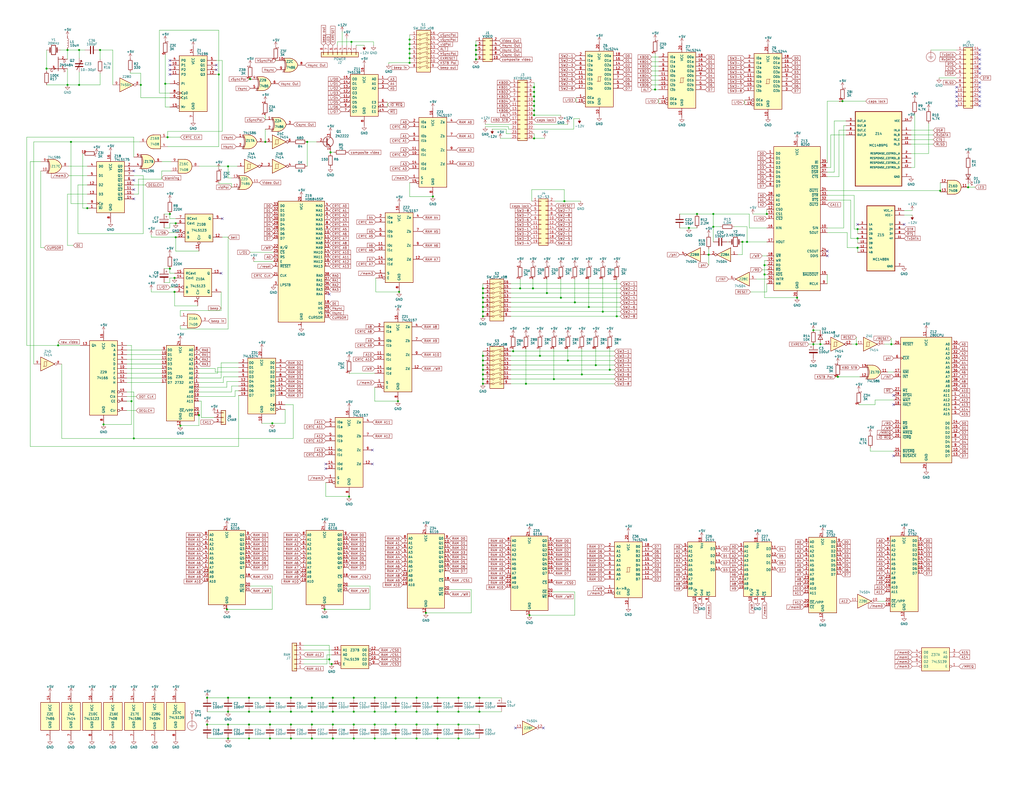
<source format=kicad_sch>
(kicad_sch (version 20230121) (generator eeschema)
  (paper "C")
  (lib_symbols
    (symbol "74xx:74LS04"
      (property "Reference" "U" (at 0 1.27 0))
      (property "Value" "74LS04" (at 0 -1.27 0))
      (symbol "74LS04_1_0"
        (pin input line (at -7.62 0 0) (length 3.81) (name "~") (number "1"))
        (pin output inverted (at 7.62 0 180) (length 3.81) (name "~") (number "2"))
      )
      (symbol "74LS04_2_0"
        (pin input line (at -7.62 0 0) (length 3.81) (name "~") (number "3"))
        (pin output inverted (at 7.62 0 180) (length 3.81) (name "~") (number "4"))
      )
      (symbol "74LS04_3_0"
        (pin input line (at -7.62 0 0) (length 3.81) (name "~") (number "5"))
        (pin output inverted (at 7.62 0 180) (length 3.81) (name "~") (number "6"))
      )
      (symbol "74LS04_4_0"
        (pin output inverted (at 7.62 0 180) (length 3.81) (name "~") (number "8"))
        (pin input line (at -7.62 0 0) (length 3.81) (name "~") (number "9"))
      )
      (symbol "74LS04_5_0"
        (pin output inverted (at 7.62 0 180) (length 3.81) (name "~") (number "10"))
        (pin input line (at -7.62 0 0) (length 3.81) (name "~") (number "11"))
      )
      (symbol "74LS04_6_0"
        (pin output inverted (at 7.62 0 180) (length 3.81) (name "~") (number "12"))
        (pin input line (at -7.62 0 0) (length 3.81) (name "~") (number "13"))
      )
      (symbol "74LS04_7_0"
        (pin power_in line (at 0 12.7 270) (length 5.08) (name "VCC") (number "14"))
        (pin power_in line (at 0 -12.7 90) (length 5.08) (name "GND") (number "7"))
      )
    )
    (symbol "74xx:74LS08" (pin_names (offset 1.016))
      (property "Reference" "U" (at 0 1.27 0))
      (property "Value" "74LS08" (at 0 -1.27 0))
      (symbol "74LS08_1_1"
        (pin input line (at -7.62 2.54 0) (length 3.81) (name "~") (number "1"))
        (pin input line (at -7.62 -2.54 0) (length 3.81) (name "~") (number "2"))
        (pin output line (at 7.62 0 180) (length 3.81) (name "~") (number "3"))
      )
      (symbol "74LS08_1_2"
        (pin input inverted (at -7.62 2.54 0) (length 4.318) (name "~") (number "1"))
        (pin input inverted (at -7.62 -2.54 0) (length 4.318) (name "~") (number "2"))
        (pin output inverted (at 7.62 0 180) (length 3.81) (name "~") (number "3"))
      )
      (symbol "74LS08_2_1"
        (pin input line (at -7.62 2.54 0) (length 3.81) (name "~") (number "4"))
        (pin input line (at -7.62 -2.54 0) (length 3.81) (name "~") (number "5"))
        (pin output line (at 7.62 0 180) (length 3.81) (name "~") (number "6"))
      )
      (symbol "74LS08_2_2"
        (pin input inverted (at -7.62 2.54 0) (length 4.318) (name "~") (number "4"))
        (pin input inverted (at -7.62 -2.54 0) (length 4.318) (name "~") (number "5"))
        (pin output inverted (at 7.62 0 180) (length 3.81) (name "~") (number "6"))
      )
      (symbol "74LS08_3_1"
        (pin input line (at -7.62 -2.54 0) (length 3.81) (name "~") (number "10"))
        (pin output line (at 7.62 0 180) (length 3.81) (name "~") (number "8"))
        (pin input line (at -7.62 2.54 0) (length 3.81) (name "~") (number "9"))
      )
      (symbol "74LS08_3_2"
        (pin input inverted (at -7.62 -2.54 0) (length 4.318) (name "~") (number "10"))
        (pin output inverted (at 7.62 0 180) (length 3.81) (name "~") (number "8"))
        (pin input inverted (at -7.62 2.54 0) (length 4.318) (name "~") (number "9"))
      )
      (symbol "74LS08_4_1"
        (pin output line (at 7.62 0 180) (length 3.81) (name "~") (number "11"))
        (pin input line (at -7.62 2.54 0) (length 3.81) (name "~") (number "12"))
        (pin input line (at -7.62 -2.54 0) (length 3.81) (name "~") (number "13"))
      )
      (symbol "74LS08_4_2"
        (pin output inverted (at 7.62 0 180) (length 3.81) (name "~") (number "11"))
        (pin input inverted (at -7.62 2.54 0) (length 4.318) (name "~") (number "12"))
        (pin input inverted (at -7.62 -2.54 0) (length 4.318) (name "~") (number "13"))
      )
      (symbol "74LS08_5_0"
        (pin power_in line (at 0 12.7 270) (length 5.08) (name "VCC") (number "14"))
        (pin power_in line (at 0 -12.7 90) (length 5.08) (name "GND") (number "7"))
      )
    )
    (symbol "74xx:74LS123" (pin_names (offset 1.016))
      (property "Reference" "U" (at -7.62 8.89 0))
      (property "Value" "74LS123" (at -7.62 -8.89 0))
      (symbol "74LS123_1_0"
        (pin input inverted (at -12.7 -2.54 0) (length 5.08) (name "A") (number "1"))
        (pin output line (at 12.7 5.08 180) (length 5.08) (name "Q") (number "13"))
        (pin input line (at -12.7 2.54 0) (length 5.08) (name "Cext") (number "14"))
        (pin input line (at -12.7 5.08 0) (length 5.08) (name "RCext") (number "15"))
        (pin input line (at -12.7 -5.08 0) (length 5.08) (name "B") (number "2"))
        (pin input inverted (at 0 -12.7 90) (length 5.08) (name "Clr") (number "3"))
        (pin output line (at 12.7 -5.08 180) (length 5.08) (name "~{Q}") (number "4"))
      )
      (symbol "74LS123_2_0"
        (pin input line (at -12.7 -5.08 0) (length 5.08) (name "B") (number "10"))
        (pin input inverted (at 0 -12.7 90) (length 5.08) (name "Clr") (number "11"))
        (pin output line (at 12.7 -5.08 180) (length 5.08) (name "~{Q}") (number "12"))
        (pin output line (at 12.7 5.08 180) (length 5.08) (name "Q") (number "5"))
        (pin input line (at -12.7 2.54 0) (length 5.08) (name "Cext") (number "6"))
        (pin input line (at -12.7 5.08 0) (length 5.08) (name "RCext") (number "7"))
        (pin input inverted (at -12.7 -2.54 0) (length 5.08) (name "A") (number "9"))
      )
      (symbol "74LS123_3_0"
        (pin power_in line (at 0 12.7 270) (length 5.08) (name "VCC") (number "16"))
        (pin power_in line (at 0 -12.7 90) (length 5.08) (name "GND") (number "8"))
      )
    )
    (symbol "74xx:74LS138" (pin_names (offset 1.016))
      (property "Reference" "U" (at -7.62 11.43 0))
      (property "Value" "74LS138" (at -7.62 -13.97 0))
      (symbol "74LS138_1_0"
        (pin input line (at -12.7 7.62 0) (length 5.08) (name "A0") (number "1"))
        (pin output output_low (at 12.7 -5.08 180) (length 5.08) (name "O5") (number "10"))
        (pin output output_low (at 12.7 -2.54 180) (length 5.08) (name "O4") (number "11"))
        (pin output output_low (at 12.7 0 180) (length 5.08) (name "O3") (number "12"))
        (pin output output_low (at 12.7 2.54 180) (length 5.08) (name "O2") (number "13"))
        (pin output output_low (at 12.7 5.08 180) (length 5.08) (name "O1") (number "14"))
        (pin output output_low (at 12.7 7.62 180) (length 5.08) (name "O0") (number "15"))
        (pin power_in line (at 0 15.24 270) (length 5.08) (name "VCC") (number "16"))
        (pin input line (at -12.7 5.08 0) (length 5.08) (name "A1") (number "2"))
        (pin input line (at -12.7 2.54 0) (length 5.08) (name "A2") (number "3"))
        (pin input input_low (at -12.7 -10.16 0) (length 5.08) (name "E1") (number "4"))
        (pin input input_low (at -12.7 -7.62 0) (length 5.08) (name "E2") (number "5"))
        (pin input line (at -12.7 -5.08 0) (length 5.08) (name "E3") (number "6"))
        (pin output output_low (at 12.7 -10.16 180) (length 5.08) (name "O7") (number "7"))
        (pin power_in line (at 0 -17.78 90) (length 5.08) (name "GND") (number "8"))
        (pin output output_low (at 12.7 -7.62 180) (length 5.08) (name "O6") (number "9"))
      )
    )
    (symbol "74xx:74LS139" (pin_names (offset 1.016))
      (property "Reference" "U" (at -7.62 8.89 0))
      (property "Value" "74LS139" (at -7.62 -8.89 0))
      (symbol "74LS139_1_0"
        (pin input inverted (at -12.7 -5.08 0) (length 5.08) (name "E") (number "1"))
        (pin input line (at -12.7 0 0) (length 5.08) (name "A0") (number "2"))
        (pin input line (at -12.7 2.54 0) (length 5.08) (name "A1") (number "3"))
        (pin output inverted (at 12.7 2.54 180) (length 5.08) (name "O0") (number "4"))
        (pin output inverted (at 12.7 0 180) (length 5.08) (name "O1") (number "5"))
        (pin output inverted (at 12.7 -2.54 180) (length 5.08) (name "O2") (number "6"))
        (pin output inverted (at 12.7 -5.08 180) (length 5.08) (name "O3") (number "7"))
      )
      (symbol "74LS139_2_0"
        (pin output inverted (at 12.7 -2.54 180) (length 5.08) (name "O2") (number "10"))
        (pin output inverted (at 12.7 0 180) (length 5.08) (name "O1") (number "11"))
        (pin output inverted (at 12.7 2.54 180) (length 5.08) (name "O0") (number "12"))
        (pin input line (at -12.7 2.54 0) (length 5.08) (name "A1") (number "13"))
        (pin input line (at -12.7 0 0) (length 5.08) (name "A0") (number "14"))
        (pin input inverted (at -12.7 -5.08 0) (length 5.08) (name "E") (number "15"))
        (pin output inverted (at 12.7 -5.08 180) (length 5.08) (name "O3") (number "9"))
      )
      (symbol "74LS139_3_0"
        (pin power_in line (at 0 12.7 270) (length 5.08) (name "VCC") (number "16"))
        (pin power_in line (at 0 -12.7 90) (length 5.08) (name "GND") (number "8"))
      )
    )
    (symbol "74xx:74LS14" (pin_names (offset 1.016))
      (property "Reference" "U" (at 0 1.27 0))
      (property "Value" "74LS14" (at 0 -1.27 0))
      (symbol "74LS14_1_0"
        (pin input line (at -7.62 0 0) (length 3.81) (name "~") (number "1"))
        (pin output inverted (at 7.62 0 180) (length 3.81) (name "~") (number "2"))
      )
      (symbol "74LS14_2_0"
        (pin input line (at -7.62 0 0) (length 3.81) (name "~") (number "3"))
        (pin output inverted (at 7.62 0 180) (length 3.81) (name "~") (number "4"))
      )
      (symbol "74LS14_3_0"
        (pin input line (at -7.62 0 0) (length 3.81) (name "~") (number "5"))
        (pin output inverted (at 7.62 0 180) (length 3.81) (name "~") (number "6"))
      )
      (symbol "74LS14_4_0"
        (pin output inverted (at 7.62 0 180) (length 3.81) (name "~") (number "8"))
        (pin input line (at -7.62 0 0) (length 3.81) (name "~") (number "9"))
      )
      (symbol "74LS14_5_0"
        (pin output inverted (at 7.62 0 180) (length 3.81) (name "~") (number "10"))
        (pin input line (at -7.62 0 0) (length 3.81) (name "~") (number "11"))
      )
      (symbol "74LS14_6_0"
        (pin output inverted (at 7.62 0 180) (length 3.81) (name "~") (number "12"))
        (pin input line (at -7.62 0 0) (length 3.81) (name "~") (number "13"))
      )
      (symbol "74LS14_7_0"
        (pin power_in line (at 0 12.7 270) (length 5.08) (name "VCC") (number "14"))
        (pin power_in line (at 0 -12.7 90) (length 5.08) (name "GND") (number "7"))
      )
    )
    (symbol "74xx:74LS157" (pin_names (offset 1.016))
      (property "Reference" "U" (at -7.62 19.05 0))
      (property "Value" "74LS157" (at -7.62 -21.59 0))
      (symbol "74LS157_1_0"
        (pin input line (at -12.7 -15.24 0) (length 5.08) (name "S") (number "1"))
        (pin input line (at -12.7 -2.54 0) (length 5.08) (name "I1c") (number "10"))
        (pin input line (at -12.7 0 0) (length 5.08) (name "I0c") (number "11"))
        (pin output line (at 12.7 -7.62 180) (length 5.08) (name "Zd") (number "12"))
        (pin input line (at -12.7 -10.16 0) (length 5.08) (name "I1d") (number "13"))
        (pin input line (at -12.7 -7.62 0) (length 5.08) (name "I0d") (number "14"))
        (pin input inverted (at -12.7 -17.78 0) (length 5.08) (name "E") (number "15"))
        (pin power_in line (at 0 22.86 270) (length 5.08) (name "VCC") (number "16"))
        (pin input line (at -12.7 15.24 0) (length 5.08) (name "I0a") (number "2"))
        (pin input line (at -12.7 12.7 0) (length 5.08) (name "I1a") (number "3"))
        (pin output line (at 12.7 15.24 180) (length 5.08) (name "Za") (number "4"))
        (pin input line (at -12.7 7.62 0) (length 5.08) (name "I0b") (number "5"))
        (pin input line (at -12.7 5.08 0) (length 5.08) (name "I1b") (number "6"))
        (pin output line (at 12.7 7.62 180) (length 5.08) (name "Zb") (number "7"))
        (pin power_in line (at 0 -25.4 90) (length 5.08) (name "GND") (number "8"))
        (pin output line (at 12.7 0 180) (length 5.08) (name "Zc") (number "9"))
      )
    )
    (symbol "74xx:74LS166" (pin_names (offset 1.016))
      (property "Reference" "U" (at -7.62 21.59 0))
      (property "Value" "74LS166" (at -7.62 -21.59 0))
      (symbol "74LS166_1_0"
        (pin input line (at -12.7 17.78 0) (length 5.08) (name "Ds") (number "1"))
        (pin input line (at -12.7 5.08 0) (length 5.08) (name "E") (number "10"))
        (pin input line (at -12.7 2.54 0) (length 5.08) (name "F") (number "11"))
        (pin input line (at -12.7 0 0) (length 5.08) (name "G") (number "12"))
        (pin output line (at 12.7 17.78 180) (length 5.08) (name "Qh") (number "13"))
        (pin input line (at -12.7 -2.54 0) (length 5.08) (name "H") (number "14"))
        (pin input inverted (at -12.7 -7.62 0) (length 5.08) (name "PE") (number "15"))
        (pin power_in line (at 0 25.4 270) (length 5.08) (name "VCC") (number "16"))
        (pin input line (at -12.7 15.24 0) (length 5.08) (name "A") (number "2"))
        (pin input line (at -12.7 12.7 0) (length 5.08) (name "B") (number "3"))
        (pin input line (at -12.7 10.16 0) (length 5.08) (name "C") (number "4"))
        (pin input line (at -12.7 7.62 0) (length 5.08) (name "D") (number "5"))
        (pin input inverted (at -12.7 -12.7 0) (length 5.08) (name "CE") (number "6"))
        (pin input line (at -12.7 -10.16 0) (length 5.08) (name "Clk") (number "7"))
        (pin power_in line (at 0 -25.4 90) (length 5.08) (name "GND") (number "8"))
        (pin input inverted (at -12.7 -17.78 0) (length 5.08) (name "Clr") (number "9"))
      )
    )
    (symbol "74xx:74LS175" (pin_names (offset 1.016))
      (property "Reference" "U" (at -7.62 13.97 0))
      (property "Value" "74LS175" (at -7.62 -16.51 0))
      (symbol "74LS175_1_0"
        (pin input line (at -12.7 -12.7 0) (length 5.08) (name "~{Mr}") (number "1"))
        (pin output line (at 12.7 0 180) (length 5.08) (name "Q2") (number "10"))
        (pin output line (at 12.7 -2.54 180) (length 5.08) (name "~{Q2}") (number "11"))
        (pin input line (at -12.7 0 0) (length 5.08) (name "D2") (number "12"))
        (pin input line (at -12.7 -5.08 0) (length 5.08) (name "D3") (number "13"))
        (pin output line (at 12.7 -7.62 180) (length 5.08) (name "~{Q3}") (number "14"))
        (pin output line (at 12.7 -5.08 180) (length 5.08) (name "Q3") (number "15"))
        (pin power_in line (at 0 17.78 270) (length 5.08) (name "VCC") (number "16"))
        (pin output line (at 12.7 10.16 180) (length 5.08) (name "Q0") (number "2"))
        (pin output line (at 12.7 7.62 180) (length 5.08) (name "~{Q0}") (number "3"))
        (pin input line (at -12.7 10.16 0) (length 5.08) (name "D0") (number "4"))
        (pin input line (at -12.7 5.08 0) (length 5.08) (name "D1") (number "5"))
        (pin output line (at 12.7 2.54 180) (length 5.08) (name "~{Q1}") (number "6"))
        (pin output line (at 12.7 5.08 180) (length 5.08) (name "Q1") (number "7"))
        (pin power_in line (at 0 -20.32 90) (length 5.08) (name "GND") (number "8"))
        (pin input clock (at -12.7 -10.16 0) (length 5.08) (name "Cp") (number "9"))
      )
    )
    (symbol "74xx:74LS196" (pin_names (offset 1.016))
      (property "Reference" "U" (at -7.62 16.51 0))
      (property "Value" "74LS196" (at -7.62 -16.51 0))
      (symbol "74LS196_1_0"
        (pin input inverted (at -12.7 0 0) (length 5.08) (name "Pl") (number "1"))
        (pin input line (at -12.7 10.16 0) (length 5.08) (name "P1") (number "10"))
        (pin input line (at -12.7 5.08 0) (length 5.08) (name "P3") (number "11"))
        (pin output line (at 12.7 5.08 180) (length 5.08) (name "Q3") (number "12"))
        (pin input inverted (at -12.7 -12.7 0) (length 5.08) (name "Mr") (number "13"))
        (pin power_in line (at 0 20.32 270) (length 5.08) (name "VCC") (number "14"))
        (pin output line (at 12.7 7.62 180) (length 5.08) (name "Q2") (number "2"))
        (pin input line (at -12.7 7.62 0) (length 5.08) (name "P2") (number "3"))
        (pin input line (at -12.7 12.7 0) (length 5.08) (name "P0") (number "4"))
        (pin output line (at 12.7 12.7 180) (length 5.08) (name "Q0") (number "5"))
        (pin input inverted_clock (at -12.7 -7.62 0) (length 5.08) (name "Cp1") (number "6"))
        (pin power_in line (at 0 -20.32 90) (length 5.08) (name "GND") (number "7"))
        (pin input inverted_clock (at -12.7 -5.08 0) (length 5.08) (name "Cp0") (number "8"))
        (pin output line (at 12.7 10.16 180) (length 5.08) (name "Q1") (number "9"))
      )
    )
    (symbol "74xx:74LS244" (pin_names (offset 1.016))
      (property "Reference" "U" (at -7.62 16.51 0))
      (property "Value" "74LS244" (at -7.62 -16.51 0))
      (symbol "74LS244_1_0"
        (pin input inverted (at -12.7 -10.16 0) (length 5.08) (name "OEa") (number "1"))
        (pin power_in line (at 0 -20.32 90) (length 5.08) (name "GND") (number "10"))
        (pin input line (at -12.7 2.54 0) (length 5.08) (name "I0b") (number "11"))
        (pin tri_state line (at 12.7 5.08 180) (length 5.08) (name "O3a") (number "12"))
        (pin input line (at -12.7 0 0) (length 5.08) (name "I1b") (number "13"))
        (pin tri_state line (at 12.7 7.62 180) (length 5.08) (name "O2a") (number "14"))
        (pin input line (at -12.7 -2.54 0) (length 5.08) (name "I2b") (number "15"))
        (pin tri_state line (at 12.7 10.16 180) (length 5.08) (name "O1a") (number "16"))
        (pin input line (at -12.7 -5.08 0) (length 5.08) (name "I3b") (number "17"))
        (pin tri_state line (at 12.7 12.7 180) (length 5.08) (name "O0a") (number "18"))
        (pin input inverted (at -12.7 -12.7 0) (length 5.08) (name "OEb") (number "19"))
        (pin input line (at -12.7 12.7 0) (length 5.08) (name "I0a") (number "2"))
        (pin power_in line (at 0 20.32 270) (length 5.08) (name "VCC") (number "20"))
        (pin tri_state line (at 12.7 -5.08 180) (length 5.08) (name "O3b") (number "3"))
        (pin input line (at -12.7 10.16 0) (length 5.08) (name "I1a") (number "4"))
        (pin tri_state line (at 12.7 -2.54 180) (length 5.08) (name "O2b") (number "5"))
        (pin input line (at -12.7 7.62 0) (length 5.08) (name "I2a") (number "6"))
        (pin tri_state line (at 12.7 0 180) (length 5.08) (name "O1b") (number "7"))
        (pin input line (at -12.7 5.08 0) (length 5.08) (name "I3a") (number "8"))
        (pin tri_state line (at 12.7 2.54 180) (length 5.08) (name "O0b") (number "9"))
      )
    )
    (symbol "74xx:74LS245" (pin_names (offset 1.016))
      (property "Reference" "U" (at -7.62 16.51 0))
      (property "Value" "74LS245" (at -7.62 -16.51 0))
      (symbol "74LS245_1_0"
        (pin input line (at -12.7 -10.16 0) (length 5.08) (name "A->B") (number "1"))
        (pin power_in line (at 0 -20.32 90) (length 5.08) (name "GND") (number "10"))
        (pin tri_state line (at 12.7 -5.08 180) (length 5.08) (name "B7") (number "11"))
        (pin tri_state line (at 12.7 -2.54 180) (length 5.08) (name "B6") (number "12"))
        (pin tri_state line (at 12.7 0 180) (length 5.08) (name "B5") (number "13"))
        (pin tri_state line (at 12.7 2.54 180) (length 5.08) (name "B4") (number "14"))
        (pin tri_state line (at 12.7 5.08 180) (length 5.08) (name "B3") (number "15"))
        (pin tri_state line (at 12.7 7.62 180) (length 5.08) (name "B2") (number "16"))
        (pin tri_state line (at 12.7 10.16 180) (length 5.08) (name "B1") (number "17"))
        (pin tri_state line (at 12.7 12.7 180) (length 5.08) (name "B0") (number "18"))
        (pin input inverted (at -12.7 -12.7 0) (length 5.08) (name "CE") (number "19"))
        (pin tri_state line (at -12.7 12.7 0) (length 5.08) (name "A0") (number "2"))
        (pin power_in line (at 0 20.32 270) (length 5.08) (name "VCC") (number "20"))
        (pin tri_state line (at -12.7 10.16 0) (length 5.08) (name "A1") (number "3"))
        (pin tri_state line (at -12.7 7.62 0) (length 5.08) (name "A2") (number "4"))
        (pin tri_state line (at -12.7 5.08 0) (length 5.08) (name "A3") (number "5"))
        (pin tri_state line (at -12.7 2.54 0) (length 5.08) (name "A4") (number "6"))
        (pin tri_state line (at -12.7 0 0) (length 5.08) (name "A5") (number "7"))
        (pin tri_state line (at -12.7 -2.54 0) (length 5.08) (name "A6") (number "8"))
        (pin tri_state line (at -12.7 -5.08 0) (length 5.08) (name "A7") (number "9"))
      )
    )
    (symbol "74xx:74LS374"
      (property "Reference" "U" (at -7.62 16.51 0))
      (property "Value" "74LS374" (at -7.62 -16.51 0))
      (symbol "74LS374_1_0"
        (pin input inverted (at -12.7 -12.7 0) (length 5.08) (name "OE") (number "1"))
        (pin power_in line (at 0 -20.32 90) (length 5.08) (name "GND") (number "10"))
        (pin input clock (at -12.7 -10.16 0) (length 5.08) (name "Cp") (number "11"))
        (pin tri_state line (at 12.7 2.54 180) (length 5.08) (name "O4") (number "12"))
        (pin input line (at -12.7 2.54 0) (length 5.08) (name "D4") (number "13"))
        (pin input line (at -12.7 0 0) (length 5.08) (name "D5") (number "14"))
        (pin tri_state line (at 12.7 0 180) (length 5.08) (name "O5") (number "15"))
        (pin tri_state line (at 12.7 -2.54 180) (length 5.08) (name "O6") (number "16"))
        (pin input line (at -12.7 -2.54 0) (length 5.08) (name "D6") (number "17"))
        (pin input line (at -12.7 -5.08 0) (length 5.08) (name "D7") (number "18"))
        (pin tri_state line (at 12.7 -5.08 180) (length 5.08) (name "O7") (number "19"))
        (pin tri_state line (at 12.7 12.7 180) (length 5.08) (name "O0") (number "2"))
        (pin power_in line (at 0 20.32 270) (length 5.08) (name "VCC") (number "20"))
        (pin input line (at -12.7 12.7 0) (length 5.08) (name "D0") (number "3"))
        (pin input line (at -12.7 10.16 0) (length 5.08) (name "D1") (number "4"))
        (pin tri_state line (at 12.7 10.16 180) (length 5.08) (name "O1") (number "5"))
        (pin tri_state line (at 12.7 7.62 180) (length 5.08) (name "O2") (number "6"))
        (pin input line (at -12.7 7.62 0) (length 5.08) (name "D2") (number "7"))
        (pin input line (at -12.7 5.08 0) (length 5.08) (name "D3") (number "8"))
        (pin tri_state line (at 12.7 5.08 180) (length 5.08) (name "O3") (number "9"))
      )
    )
    (symbol "74xx:74LS86" (pin_names (offset 1.016))
      (property "Reference" "U" (at 0 1.27 0))
      (property "Value" "74LS86" (at 0 -1.27 0))
      (symbol "74LS86_1_0"
        (pin input line (at -7.62 2.54 0) (length 4.445) (name "~") (number "1"))
        (pin input line (at -7.62 -2.54 0) (length 4.445) (name "~") (number "2"))
        (pin output line (at 7.62 0 180) (length 3.81) (name "~") (number "3"))
      )
      (symbol "74LS86_2_0"
        (pin input line (at -7.62 2.54 0) (length 4.445) (name "~") (number "4"))
        (pin input line (at -7.62 -2.54 0) (length 4.445) (name "~") (number "5"))
        (pin output line (at 7.62 0 180) (length 3.81) (name "~") (number "6"))
      )
      (symbol "74LS86_3_0"
        (pin input line (at -7.62 -2.54 0) (length 4.445) (name "~") (number "10"))
        (pin output line (at 7.62 0 180) (length 3.81) (name "~") (number "8"))
        (pin input line (at -7.62 2.54 0) (length 4.445) (name "~") (number "9"))
      )
      (symbol "74LS86_4_0"
        (pin output line (at 7.62 0 180) (length 3.81) (name "~") (number "11"))
        (pin input line (at -7.62 2.54 0) (length 4.445) (name "~") (number "12"))
        (pin input line (at -7.62 -2.54 0) (length 4.445) (name "~") (number "13"))
      )
      (symbol "74LS86_5_0"
        (pin power_in line (at 0 12.7 270) (length 5.08) (name "VCC") (number "14"))
        (pin power_in line (at 0 -12.7 90) (length 5.08) (name "GND") (number "7"))
      )
    )
    (symbol "CPU:Z80CPU" (pin_names (offset 1.016))
      (property "Reference" "U" (at -13.97 35.56 0))
      (property "Value" "Z80CPU" (at 6.35 35.56 0))
      (symbol "Z80CPU_1_1"
        (pin output line (at 17.78 2.54 180) (length 3.81) (name "A11") (number "1"))
        (pin bidirectional line (at 17.78 -27.94 180) (length 3.81) (name "D6") (number "10"))
        (pin power_in line (at 0 38.1 270) (length 3.81) (name "VCC") (number "11"))
        (pin bidirectional line (at 17.78 -17.78 180) (length 3.81) (name "D2") (number "12"))
        (pin bidirectional line (at 17.78 -30.48 180) (length 3.81) (name "D7") (number "13"))
        (pin bidirectional line (at 17.78 -12.7 180) (length 3.81) (name "D0") (number "14"))
        (pin bidirectional line (at 17.78 -15.24 180) (length 3.81) (name "D1") (number "15"))
        (pin input line (at -17.78 12.7 0) (length 3.81) (name "~{INT}") (number "16"))
        (pin input line (at -17.78 15.24 0) (length 3.81) (name "~{NMI}") (number "17"))
        (pin output line (at -17.78 -2.54 0) (length 3.81) (name "~{HALT}") (number "18"))
        (pin output line (at -17.78 -17.78 0) (length 3.81) (name "~{MREQ}") (number "19"))
        (pin output line (at 17.78 0 180) (length 3.81) (name "A12") (number "2"))
        (pin output line (at -17.78 -20.32 0) (length 3.81) (name "~{IORQ}") (number "20"))
        (pin output line (at -17.78 -12.7 0) (length 3.81) (name "~{RD}") (number "21"))
        (pin output line (at -17.78 -15.24 0) (length 3.81) (name "~{WR}") (number "22"))
        (pin output line (at -17.78 -30.48 0) (length 3.81) (name "~{BUSACK}") (number "23"))
        (pin input line (at -17.78 0 0) (length 3.81) (name "~{WAIT}") (number "24"))
        (pin input line (at -17.78 -27.94 0) (length 3.81) (name "~{BUSRQ}") (number "25"))
        (pin input line (at -17.78 30.48 0) (length 3.81) (name "~{RESET}") (number "26"))
        (pin output line (at -17.78 5.08 0) (length 3.81) (name "~{M1}") (number "27"))
        (pin output line (at -17.78 2.54 0) (length 3.81) (name "~{RFSH}") (number "28"))
        (pin power_in line (at 0 -38.1 90) (length 3.81) (name "GND") (number "29"))
        (pin output line (at 17.78 -2.54 180) (length 3.81) (name "A13") (number "3"))
        (pin output line (at 17.78 30.48 180) (length 3.81) (name "A0") (number "30"))
        (pin output line (at 17.78 27.94 180) (length 3.81) (name "A1") (number "31"))
        (pin output line (at 17.78 25.4 180) (length 3.81) (name "A2") (number "32"))
        (pin output line (at 17.78 22.86 180) (length 3.81) (name "A3") (number "33"))
        (pin output line (at 17.78 20.32 180) (length 3.81) (name "A4") (number "34"))
        (pin output line (at 17.78 17.78 180) (length 3.81) (name "A5") (number "35"))
        (pin output line (at 17.78 15.24 180) (length 3.81) (name "A6") (number "36"))
        (pin output line (at 17.78 12.7 180) (length 3.81) (name "A7") (number "37"))
        (pin output line (at 17.78 10.16 180) (length 3.81) (name "A8") (number "38"))
        (pin output line (at 17.78 7.62 180) (length 3.81) (name "A9") (number "39"))
        (pin output line (at 17.78 -5.08 180) (length 3.81) (name "A14") (number "4"))
        (pin output line (at 17.78 5.08 180) (length 3.81) (name "A10") (number "40"))
        (pin output line (at 17.78 -7.62 180) (length 3.81) (name "A15") (number "5"))
        (pin input clock (at -17.78 22.86 0) (length 3.81) (name "~{CLK}") (number "6"))
        (pin bidirectional line (at 17.78 -22.86 180) (length 3.81) (name "D4") (number "7"))
        (pin bidirectional line (at 17.78 -20.32 180) (length 3.81) (name "D3") (number "8"))
        (pin bidirectional line (at 17.78 -25.4 180) (length 3.81) (name "D5") (number "9"))
      )
    )
    (symbol "Connector:TestPoint" (pin_numbers hide) (pin_names (offset 0.762) hide)
      (property "Reference" "TP" (at 0 6.858 0))
      (property "Value" "TestPoint" (at 0 5.08 0))
      (symbol "TestPoint_1_1"
        (pin passive line (at 0 0 90) (length 2.54) (name "1") (number "1"))
      )
    )
    (symbol "Connector_Generic:Conn_01x03" (pin_names (offset 1.016) hide)
      (property "Reference" "J" (at 0 5.08 0))
      (property "Value" "Conn_01x03" (at 0 -5.08 0))
      (symbol "Conn_01x03_1_1"
        (pin passive line (at -5.08 2.54 0) (length 3.81) (name "Pin_1") (number "1"))
        (pin passive line (at -5.08 0 0) (length 3.81) (name "Pin_2") (number "2"))
        (pin passive line (at -5.08 -2.54 0) (length 3.81) (name "Pin_3") (number "3"))
      )
    )
    (symbol "Connector_Generic:Conn_01x06" (pin_names (offset 1.016) hide)
      (property "Reference" "J" (at 0 7.62 0))
      (property "Value" "Conn_01x06" (at 0 -10.16 0))
      (symbol "Conn_01x06_1_1"
        (pin passive line (at -5.08 5.08 0) (length 3.81) (name "Pin_1") (number "1"))
        (pin passive line (at -5.08 2.54 0) (length 3.81) (name "Pin_2") (number "2"))
        (pin passive line (at -5.08 0 0) (length 3.81) (name "Pin_3") (number "3"))
        (pin passive line (at -5.08 -2.54 0) (length 3.81) (name "Pin_4") (number "4"))
        (pin passive line (at -5.08 -5.08 0) (length 3.81) (name "Pin_5") (number "5"))
        (pin passive line (at -5.08 -7.62 0) (length 3.81) (name "Pin_6") (number "6"))
      )
    )
    (symbol "Connector_Generic:Conn_01x08" (pin_names (offset 1.016) hide)
      (property "Reference" "J" (at 0 10.16 0))
      (property "Value" "Conn_01x08" (at 0 -12.7 0))
      (symbol "Conn_01x08_1_1"
        (pin passive line (at -5.08 7.62 0) (length 3.81) (name "Pin_1") (number "1"))
        (pin passive line (at -5.08 5.08 0) (length 3.81) (name "Pin_2") (number "2"))
        (pin passive line (at -5.08 2.54 0) (length 3.81) (name "Pin_3") (number "3"))
        (pin passive line (at -5.08 0 0) (length 3.81) (name "Pin_4") (number "4"))
        (pin passive line (at -5.08 -2.54 0) (length 3.81) (name "Pin_5") (number "5"))
        (pin passive line (at -5.08 -5.08 0) (length 3.81) (name "Pin_6") (number "6"))
        (pin passive line (at -5.08 -7.62 0) (length 3.81) (name "Pin_7") (number "7"))
        (pin passive line (at -5.08 -10.16 0) (length 3.81) (name "Pin_8") (number "8"))
      )
    )
    (symbol "Connector_Generic:Conn_02x05_Odd_Even" (pin_names (offset 1.016) hide)
      (property "Reference" "J" (at 1.27 7.62 0))
      (property "Value" "Conn_02x05_Odd_Even" (at 1.27 -7.62 0))
      (symbol "Conn_02x05_Odd_Even_1_1"
        (pin passive line (at -5.08 5.08 0) (length 3.81) (name "Pin_1") (number "1"))
        (pin passive line (at 7.62 -5.08 180) (length 3.81) (name "Pin_10") (number "10"))
        (pin passive line (at 7.62 5.08 180) (length 3.81) (name "Pin_2") (number "2"))
        (pin passive line (at -5.08 2.54 0) (length 3.81) (name "Pin_3") (number "3"))
        (pin passive line (at 7.62 2.54 180) (length 3.81) (name "Pin_4") (number "4"))
        (pin passive line (at -5.08 0 0) (length 3.81) (name "Pin_5") (number "5"))
        (pin passive line (at 7.62 0 180) (length 3.81) (name "Pin_6") (number "6"))
        (pin passive line (at -5.08 -2.54 0) (length 3.81) (name "Pin_7") (number "7"))
        (pin passive line (at 7.62 -2.54 180) (length 3.81) (name "Pin_8") (number "8"))
        (pin passive line (at -5.08 -5.08 0) (length 3.81) (name "Pin_9") (number "9"))
      )
    )
    (symbol "Connector_Generic:Conn_02x10_Odd_Even" (pin_names (offset 1.016) hide)
      (property "Reference" "J" (at 1.27 12.7 0))
      (property "Value" "Conn_02x10_Odd_Even" (at 1.27 -15.24 0))
      (symbol "Conn_02x10_Odd_Even_1_1"
        (pin passive line (at -5.08 10.16 0) (length 3.81) (name "Pin_1") (number "1"))
        (pin passive line (at 7.62 0 180) (length 3.81) (name "Pin_10") (number "10"))
        (pin passive line (at -5.08 -2.54 0) (length 3.81) (name "Pin_11") (number "11"))
        (pin passive line (at 7.62 -2.54 180) (length 3.81) (name "Pin_12") (number "12"))
        (pin passive line (at -5.08 -5.08 0) (length 3.81) (name "Pin_13") (number "13"))
        (pin passive line (at 7.62 -5.08 180) (length 3.81) (name "Pin_14") (number "14"))
        (pin passive line (at -5.08 -7.62 0) (length 3.81) (name "Pin_15") (number "15"))
        (pin passive line (at 7.62 -7.62 180) (length 3.81) (name "Pin_16") (number "16"))
        (pin passive line (at -5.08 -10.16 0) (length 3.81) (name "Pin_17") (number "17"))
        (pin passive line (at 7.62 -10.16 180) (length 3.81) (name "Pin_18") (number "18"))
        (pin passive line (at -5.08 -12.7 0) (length 3.81) (name "Pin_19") (number "19"))
        (pin passive line (at 7.62 10.16 180) (length 3.81) (name "Pin_2") (number "2"))
        (pin passive line (at 7.62 -12.7 180) (length 3.81) (name "Pin_20") (number "20"))
        (pin passive line (at -5.08 7.62 0) (length 3.81) (name "Pin_3") (number "3"))
        (pin passive line (at 7.62 7.62 180) (length 3.81) (name "Pin_4") (number "4"))
        (pin passive line (at -5.08 5.08 0) (length 3.81) (name "Pin_5") (number "5"))
        (pin passive line (at 7.62 5.08 180) (length 3.81) (name "Pin_6") (number "6"))
        (pin passive line (at -5.08 2.54 0) (length 3.81) (name "Pin_7") (number "7"))
        (pin passive line (at 7.62 2.54 180) (length 3.81) (name "Pin_8") (number "8"))
        (pin passive line (at -5.08 0 0) (length 3.81) (name "Pin_9") (number "9"))
      )
    )
    (symbol "Connector_Generic:Conn_02x13_Odd_Even" (pin_names (offset 1.016) hide)
      (property "Reference" "J" (at 1.27 17.78 0))
      (property "Value" "Conn_02x13_Odd_Even" (at 1.27 -17.78 0))
      (symbol "Conn_02x13_Odd_Even_1_1"
        (pin passive line (at -5.08 15.24 0) (length 3.81) (name "Pin_1") (number "1"))
        (pin passive line (at 7.62 5.08 180) (length 3.81) (name "Pin_10") (number "10"))
        (pin passive line (at -5.08 2.54 0) (length 3.81) (name "Pin_11") (number "11"))
        (pin passive line (at 7.62 2.54 180) (length 3.81) (name "Pin_12") (number "12"))
        (pin passive line (at -5.08 0 0) (length 3.81) (name "Pin_13") (number "13"))
        (pin passive line (at 7.62 0 180) (length 3.81) (name "Pin_14") (number "14"))
        (pin passive line (at -5.08 -2.54 0) (length 3.81) (name "Pin_15") (number "15"))
        (pin passive line (at 7.62 -2.54 180) (length 3.81) (name "Pin_16") (number "16"))
        (pin passive line (at -5.08 -5.08 0) (length 3.81) (name "Pin_17") (number "17"))
        (pin passive line (at 7.62 -5.08 180) (length 3.81) (name "Pin_18") (number "18"))
        (pin passive line (at -5.08 -7.62 0) (length 3.81) (name "Pin_19") (number "19"))
        (pin passive line (at 7.62 15.24 180) (length 3.81) (name "Pin_2") (number "2"))
        (pin passive line (at 7.62 -7.62 180) (length 3.81) (name "Pin_20") (number "20"))
        (pin passive line (at -5.08 -10.16 0) (length 3.81) (name "Pin_21") (number "21"))
        (pin passive line (at 7.62 -10.16 180) (length 3.81) (name "Pin_22") (number "22"))
        (pin passive line (at -5.08 -12.7 0) (length 3.81) (name "Pin_23") (number "23"))
        (pin passive line (at 7.62 -12.7 180) (length 3.81) (name "Pin_24") (number "24"))
        (pin passive line (at -5.08 -15.24 0) (length 3.81) (name "Pin_25") (number "25"))
        (pin passive line (at 7.62 -15.24 180) (length 3.81) (name "Pin_26") (number "26"))
        (pin passive line (at -5.08 12.7 0) (length 3.81) (name "Pin_3") (number "3"))
        (pin passive line (at 7.62 12.7 180) (length 3.81) (name "Pin_4") (number "4"))
        (pin passive line (at -5.08 10.16 0) (length 3.81) (name "Pin_5") (number "5"))
        (pin passive line (at 7.62 10.16 180) (length 3.81) (name "Pin_6") (number "6"))
        (pin passive line (at -5.08 7.62 0) (length 3.81) (name "Pin_7") (number "7"))
        (pin passive line (at 7.62 7.62 180) (length 3.81) (name "Pin_8") (number "8"))
        (pin passive line (at -5.08 5.08 0) (length 3.81) (name "Pin_9") (number "9"))
      )
    )
    (symbol "Connector_Generic:Conn_02x13_Top_Bottom" (pin_names (offset 1.016) hide)
      (property "Reference" "J" (at 1.27 17.78 0))
      (property "Value" "Conn_02x13_Top_Bottom" (at 1.27 -17.78 0))
      (symbol "Conn_02x13_Top_Bottom_1_1"
        (pin passive line (at -5.08 15.24 0) (length 3.81) (name "Pin_1") (number "1"))
        (pin passive line (at -5.08 -7.62 0) (length 3.81) (name "Pin_10") (number "10"))
        (pin passive line (at -5.08 -10.16 0) (length 3.81) (name "Pin_11") (number "11"))
        (pin passive line (at -5.08 -12.7 0) (length 3.81) (name "Pin_12") (number "12"))
        (pin passive line (at -5.08 -15.24 0) (length 3.81) (name "Pin_13") (number "13"))
        (pin passive line (at 7.62 15.24 180) (length 3.81) (name "Pin_14") (number "14"))
        (pin passive line (at 7.62 12.7 180) (length 3.81) (name "Pin_15") (number "15"))
        (pin passive line (at 7.62 10.16 180) (length 3.81) (name "Pin_16") (number "16"))
        (pin passive line (at 7.62 7.62 180) (length 3.81) (name "Pin_17") (number "17"))
        (pin passive line (at 7.62 5.08 180) (length 3.81) (name "Pin_18") (number "18"))
        (pin passive line (at 7.62 2.54 180) (length 3.81) (name "Pin_19") (number "19"))
        (pin passive line (at -5.08 12.7 0) (length 3.81) (name "Pin_2") (number "2"))
        (pin passive line (at 7.62 0 180) (length 3.81) (name "Pin_20") (number "20"))
        (pin passive line (at 7.62 -2.54 180) (length 3.81) (name "Pin_21") (number "21"))
        (pin passive line (at 7.62 -5.08 180) (length 3.81) (name "Pin_22") (number "22"))
        (pin passive line (at 7.62 -7.62 180) (length 3.81) (name "Pin_23") (number "23"))
        (pin passive line (at 7.62 -10.16 180) (length 3.81) (name "Pin_24") (number "24"))
        (pin passive line (at 7.62 -12.7 180) (length 3.81) (name "Pin_25") (number "25"))
        (pin passive line (at 7.62 -15.24 180) (length 3.81) (name "Pin_26") (number "26"))
        (pin passive line (at -5.08 10.16 0) (length 3.81) (name "Pin_3") (number "3"))
        (pin passive line (at -5.08 7.62 0) (length 3.81) (name "Pin_4") (number "4"))
        (pin passive line (at -5.08 5.08 0) (length 3.81) (name "Pin_5") (number "5"))
        (pin passive line (at -5.08 2.54 0) (length 3.81) (name "Pin_6") (number "6"))
        (pin passive line (at -5.08 0 0) (length 3.81) (name "Pin_7") (number "7"))
        (pin passive line (at -5.08 -2.54 0) (length 3.81) (name "Pin_8") (number "8"))
        (pin passive line (at -5.08 -5.08 0) (length 3.81) (name "Pin_9") (number "9"))
      )
    )
    (symbol "Device:C" (pin_numbers hide) (pin_names (offset 0.254))
      (property "Reference" "C" (at 0.635 2.54 0))
      (property "Value" "C" (at 0.635 -2.54 0))
      (symbol "C_1_1"
        (pin passive line (at 0 3.81 270) (length 2.794) (name "~") (number "1"))
        (pin passive line (at 0 -3.81 90) (length 2.794) (name "~") (number "2"))
      )
    )
    (symbol "Device:C_Polarized" (pin_numbers hide) (pin_names (offset 0.254))
      (property "Reference" "C" (at 0.635 2.54 0))
      (property "Value" "C_Polarized" (at 0.635 -2.54 0))
      (symbol "C_Polarized_1_1"
        (pin passive line (at 0 3.81 270) (length 2.794) (name "~") (number "1"))
        (pin passive line (at 0 -3.81 90) (length 2.794) (name "~") (number "2"))
      )
    )
    (symbol "Device:C_Variable" (pin_numbers hide) (pin_names (offset 0.254) hide)
      (property "Reference" "C" (at 0.635 -1.905 0))
      (property "Value" "C_Variable" (at 0.635 -3.81 0))
      (symbol "C_Variable_1_1"
        (pin passive line (at 0 3.81 270) (length 3.048) (name "~") (number "1"))
        (pin passive line (at 0 -3.81 90) (length 3.048) (name "~") (number "2"))
      )
    )
    (symbol "Device:Crystal" (pin_numbers hide) (pin_names (offset 1.016) hide)
      (property "Reference" "Y" (at 0 3.81 0))
      (property "Value" "Crystal" (at 0 -3.81 0))
      (symbol "Crystal_1_1"
        (pin passive line (at -3.81 0 0) (length 1.27) (name "1") (number "1"))
        (pin passive line (at 3.81 0 180) (length 1.27) (name "2") (number "2"))
      )
    )
    (symbol "Device:L" (pin_numbers hide) (pin_names (offset 1.016) hide)
      (property "Reference" "L" (at -1.27 0 90))
      (property "Value" "L" (at 1.905 0 90))
      (symbol "L_1_1"
        (pin passive line (at 0 3.81 270) (length 1.27) (name "1") (number "1"))
        (pin passive line (at 0 -3.81 90) (length 1.27) (name "2") (number "2"))
      )
    )
    (symbol "Device:LED" (pin_numbers hide) (pin_names (offset 1.016) hide)
      (property "Reference" "D" (at 0 2.54 0))
      (property "Value" "LED" (at 0 -2.54 0))
      (symbol "LED_1_1"
        (pin passive line (at -3.81 0 0) (length 2.54) (name "K") (number "1"))
        (pin passive line (at 3.81 0 180) (length 2.54) (name "A") (number "2"))
      )
    )
    (symbol "Device:R" (pin_numbers hide) (pin_names (offset 0))
      (property "Reference" "R" (at 2.032 0 90))
      (property "Value" "R" (at 0 0 90))
      (symbol "R_1_1"
        (pin passive line (at 0 3.81 270) (length 1.27) (name "~") (number "1"))
        (pin passive line (at 0 -3.81 90) (length 1.27) (name "~") (number "2"))
      )
    )
    (symbol "Device:R_Network09_Split" (pin_names (offset 0) hide)
      (property "Reference" "RN" (at 2.032 0 90))
      (property "Value" "R_Network09_Split" (at 0 0 90))
      (symbol "R_Network09_Split_1_1"
        (pin passive line (at 0 3.81 270) (length 1.27) (name "R1.1") (number "1"))
        (pin passive line (at 0 -3.81 90) (length 1.27) (name "R1.2") (number "2"))
      )
      (symbol "R_Network09_Split_2_1"
        (text "1" (at 0.889 3.175 900) (effects (font (size 1.27 1.27))))
        (pin passive line (at 0 -3.81 90) (length 1.27) (name "R2.2") (number "3"))
      )
      (symbol "R_Network09_Split_3_1"
        (text "1" (at 0.889 3.175 900) (effects (font (size 1.27 1.27))))
        (pin passive line (at 0 -3.81 90) (length 1.27) (name "R3.2") (number "4"))
      )
      (symbol "R_Network09_Split_4_1"
        (text "1" (at 0.889 3.175 900) (effects (font (size 1.27 1.27))))
        (pin passive line (at 0 -3.81 90) (length 1.27) (name "R4.2") (number "5"))
      )
      (symbol "R_Network09_Split_5_1"
        (text "1" (at 0.889 3.175 900) (effects (font (size 1.27 1.27))))
        (pin passive line (at 0 -3.81 90) (length 1.27) (name "R5.2") (number "6"))
      )
      (symbol "R_Network09_Split_6_1"
        (text "1" (at 0.889 3.175 900) (effects (font (size 1.27 1.27))))
        (pin passive line (at 0 -3.81 90) (length 1.27) (name "R6.2") (number "7"))
      )
      (symbol "R_Network09_Split_7_1"
        (text "1" (at 0.889 3.175 900) (effects (font (size 1.27 1.27))))
        (pin passive line (at 0 -3.81 90) (length 1.27) (name "R7.2") (number "8"))
      )
      (symbol "R_Network09_Split_8_1"
        (text "1" (at 0.889 3.175 900) (effects (font (size 1.27 1.27))))
        (pin passive line (at 0 -3.81 90) (length 1.27) (name "R8.2") (number "9"))
      )
      (symbol "R_Network09_Split_9_1"
        (text "1" (at 0.889 3.175 900) (effects (font (size 1.27 1.27))))
        (pin passive line (at 0 -3.81 90) (length 1.27) (name "R9.2") (number "10"))
      )
    )
    (symbol "Diode:1N4148" (pin_numbers hide) (pin_names hide)
      (property "Reference" "D" (at 0 2.54 0))
      (property "Value" "1N4148" (at 0 -2.54 0))
      (symbol "1N4148_1_1"
        (pin passive line (at -3.81 0 0) (length 2.54) (name "K") (number "1"))
        (pin passive line (at 3.81 0 180) (length 2.54) (name "A") (number "2"))
      )
    )
    (symbol "Evan's parts:2732"
      (property "Reference" "U" (at -7.62 21.59 0))
      (property "Value" "2732" (at 2.54 -22.225 0))
      (symbol "2732_1_1"
        (pin input line (at -10.16 0 0) (length 2.54) (name "A7") (number "1"))
        (pin tri_state line (at 10.16 15.24 180) (length 2.54) (name "D1") (number "10"))
        (pin tri_state line (at 10.16 12.7 180) (length 2.54) (name "D2") (number "11"))
        (pin power_in line (at 0 -23.495 90) (length 2.54) (name "GND") (number "12"))
        (pin tri_state line (at 10.16 10.16 180) (length 2.54) (name "D3") (number "13"))
        (pin tri_state line (at 10.16 7.62 180) (length 2.54) (name "D4") (number "14"))
        (pin tri_state line (at 10.16 5.08 180) (length 2.54) (name "D5") (number "15"))
        (pin tri_state line (at 10.16 2.54 180) (length 2.54) (name "D6") (number "16"))
        (pin tri_state line (at 10.16 0 180) (length 2.54) (name "D7") (number "17"))
        (pin input line (at -10.16 -17.78 0) (length 2.54) (name "~{CE}") (number "18"))
        (pin input line (at -10.16 -7.62 0) (length 2.54) (name "A10") (number "19"))
        (pin input line (at -10.16 2.54 0) (length 2.54) (name "A6") (number "2"))
        (pin input line (at -10.16 -15.24 0) (length 2.54) (name "~{OE}/VPP") (number "20"))
        (pin input line (at -10.16 -10.16 0) (length 2.54) (name "A11") (number "21"))
        (pin input line (at -10.16 -5.08 0) (length 2.54) (name "A9") (number "22"))
        (pin input line (at -10.16 -2.54 0) (length 2.54) (name "A8") (number "23"))
        (pin power_in line (at 0 22.86 270) (length 2.54) (name "VCC") (number "24"))
        (pin input line (at -10.16 5.08 0) (length 2.54) (name "A5") (number "3"))
        (pin input line (at -10.16 7.62 0) (length 2.54) (name "A4") (number "4"))
        (pin input line (at -10.16 10.16 0) (length 2.54) (name "A3") (number "5"))
        (pin input line (at -10.16 12.7 0) (length 2.54) (name "A2") (number "6"))
        (pin input line (at -10.16 15.24 0) (length 2.54) (name "A1") (number "7"))
        (pin input line (at -10.16 17.78 0) (length 2.54) (name "A0") (number "8"))
        (pin tri_state line (at 10.16 17.78 180) (length 2.54) (name "D0") (number "9"))
      )
    )
    (symbol "Evan's parts:2N5484" (pin_names (offset 1.016))
      (property "Reference" "Q" (at -2.54 4.953 0))
      (property "Value" "2N5484" (at -2.54 -7.62 0))
      (symbol "2N5484_0_0"
        (text "D" (at 2.54 0.635 0) (effects (font (size 1.524 1.524)) (justify left bottom)))
        (text "G" (at -4.445 -4.445 0) (effects (font (size 1.524 1.524)) (justify left bottom)))
        (text "S" (at 2.54 -4.445 0) (effects (font (size 1.524 1.524)) (justify left bottom)))
        (pin passive line (at 5.08 -2.54 180) (length 5.08) (name "~") (number "1"))
        (pin passive line (at 5.08 2.54 180) (length 5.08) (name "~") (number "2"))
        (pin passive line (at -5.08 -2.54 0) (length 5.08) (name "~") (number "3"))
      )
    )
    (symbol "Evan's parts:6116"
      (property "Reference" "U" (at -10.16 20.955 0))
      (property "Value" "6116" (at 2.54 20.955 0))
      (symbol "6116_1_0"
        (pin power_in line (at 0 -22.86 90) (length 2.54) (name "GND") (number "12"))
        (pin power_in line (at 0 22.86 270) (length 2.54) (name "VCC") (number "24"))
      )
      (symbol "6116_1_1"
        (pin input line (at -12.7 0 0) (length 2.54) (name "A7") (number "1"))
        (pin tri_state line (at 12.7 15.24 180) (length 2.54) (name "Q1") (number "10"))
        (pin tri_state line (at 12.7 12.7 180) (length 2.54) (name "Q2") (number "11"))
        (pin tri_state line (at 12.7 10.16 180) (length 2.54) (name "Q3") (number "13"))
        (pin tri_state line (at 12.7 7.62 180) (length 2.54) (name "Q4") (number "14"))
        (pin tri_state line (at 12.7 5.08 180) (length 2.54) (name "Q5") (number "15"))
        (pin tri_state line (at 12.7 2.54 180) (length 2.54) (name "Q6") (number "16"))
        (pin tri_state line (at 12.7 0 180) (length 2.54) (name "Q7") (number "17"))
        (pin input line (at 12.7 -5.08 180) (length 2.54) (name "~{CS}") (number "18"))
        (pin input line (at -12.7 -7.62 0) (length 2.54) (name "A10") (number "19"))
        (pin input line (at -12.7 2.54 0) (length 2.54) (name "A6") (number "2"))
        (pin input line (at 12.7 -10.16 180) (length 2.54) (name "~{OE}") (number "20"))
        (pin input line (at 12.7 -12.7 180) (length 2.54) (name "~{WE}") (number "21"))
        (pin input line (at -12.7 -5.08 0) (length 2.54) (name "A9") (number "22"))
        (pin input line (at -12.7 -2.54 0) (length 2.54) (name "A8") (number "23"))
        (pin input line (at -12.7 5.08 0) (length 2.54) (name "A5") (number "3"))
        (pin input line (at -12.7 7.62 0) (length 2.54) (name "A4") (number "4"))
        (pin input line (at -12.7 10.16 0) (length 2.54) (name "A3") (number "5"))
        (pin input line (at -12.7 12.7 0) (length 2.54) (name "A2") (number "6"))
        (pin input line (at -12.7 15.24 0) (length 2.54) (name "A1") (number "7"))
        (pin input line (at -12.7 17.78 0) (length 2.54) (name "A0") (number "8"))
        (pin tri_state line (at 12.7 17.78 180) (length 2.54) (name "Q0") (number "9"))
      )
    )
    (symbol "Evan's parts:MC1488N" (pin_names (offset 1.016))
      (property "Reference" "Z15" (at 0 20.8661 0))
      (property "Value" "MC1488N" (at 0 18.9451 0))
      (symbol "MC1488N_0_0"
        (pin power_in line (at 12.7 12.7 180) (length 5.08) (name "VCC-") (number "1"))
        (pin input line (at -12.7 -2.54 0) (length 5.08) (name "3B") (number "10"))
        (pin output line (at 12.7 0 180) (length 5.08) (name "4Y") (number "11"))
        (pin input line (at -12.7 -5.08 0) (length 5.08) (name "4A") (number "12"))
        (pin input line (at -12.7 -7.62 0) (length 5.08) (name "4B") (number "13"))
        (pin power_in line (at 12.7 15.24 180) (length 5.08) (name "VCC_+") (number "14"))
        (pin input line (at -12.7 7.62 0) (length 5.08) (name "1A") (number "2"))
        (pin output line (at 12.7 7.62 180) (length 5.08) (name "1Y") (number "3"))
        (pin input line (at -12.7 5.08 0) (length 5.08) (name "2A") (number "4"))
        (pin input line (at -12.7 2.54 0) (length 5.08) (name "2B") (number "5"))
        (pin output line (at 12.7 5.08 180) (length 5.08) (name "2Y") (number "6"))
        (pin power_in line (at 12.7 -15.24 180) (length 5.08) (name "GND") (number "7"))
        (pin output line (at 12.7 2.54 180) (length 5.08) (name "3Y") (number "8"))
        (pin input line (at -12.7 0 0) (length 5.08) (name "3A") (number "9"))
      )
    )
    (symbol "Evan's parts:MC1489PG" (pin_names (offset 1.016))
      (property "Reference" "Z14" (at 0 20.8661 0))
      (property "Value" "MC1489PG" (at 0 18.9451 0))
      (symbol "MC1489PG_0_0"
        (pin input line (at -17.78 7.62 0) (length 5.08) (name "IN_A") (number "1"))
        (pin input line (at -17.78 2.54 0) (length 5.08) (name "IN_C") (number "10"))
        (pin output line (at 17.78 5.08 180) (length 5.08) (name "OUT_D") (number "11"))
        (pin input line (at -17.78 -12.7 0) (length 5.08) (name "RESPONSE_COTROL_D") (number "12"))
        (pin input line (at -17.78 0 0) (length 5.08) (name "IN_D") (number "13"))
        (pin power_in line (at -17.78 12.7 0) (length 5.08) (name "VCC") (number "14"))
        (pin input line (at -17.78 -5.08 0) (length 5.08) (name "RESPONSE_COTROL_A") (number "2"))
        (pin output line (at 17.78 12.7 180) (length 5.08) (name "OUT_A") (number "3"))
        (pin input line (at -17.78 5.08 0) (length 5.08) (name "IN_B") (number "4"))
        (pin input line (at -17.78 -7.62 0) (length 5.08) (name "RESPONSE_COTROL_B") (number "5"))
        (pin output line (at 17.78 10.16 180) (length 5.08) (name "OUT_B") (number "6"))
        (pin output line (at 17.78 7.62 180) (length 5.08) (name "OUT_C") (number "8"))
        (pin input line (at -17.78 -10.16 0) (length 5.08) (name "RESPONSE_COTROL_C") (number "9"))
      )
      (symbol "MC1489PG_1_0"
        (pin power_in line (at -17.78 -17.78 0) (length 5.08) (name "GND") (number "7"))
      )
    )
    (symbol "GPU:MC6845" (pin_names (offset 1.016))
      (property "Reference" "U" (at -10.16 34.29 0))
      (property "Value" "MC6845" (at 12.7 34.29 0))
      (symbol "MC6845_1_1"
        (pin power_in line (at 0 -35.56 90) (length 2.54) (name "GND") (number "1"))
        (pin output line (at 15.24 15.24 180) (length 2.54) (name "MA6") (number "10"))
        (pin output line (at 15.24 12.7 180) (length 2.54) (name "MA7") (number "11"))
        (pin output line (at 15.24 10.16 180) (length 2.54) (name "MA8") (number "12"))
        (pin output line (at 15.24 7.62 180) (length 2.54) (name "MA9") (number "13"))
        (pin output line (at 15.24 5.08 180) (length 2.54) (name "MA10") (number "14"))
        (pin output line (at 15.24 2.54 180) (length 2.54) (name "MA11") (number "15"))
        (pin output line (at 15.24 0 180) (length 2.54) (name "MA12") (number "16"))
        (pin output line (at 15.24 -2.54 180) (length 2.54) (name "MA13") (number "17"))
        (pin output line (at 15.24 -22.86 180) (length 2.54) (name "DE") (number "18"))
        (pin output line (at 15.24 -30.48 180) (length 2.54) (name "CURSOR") (number "19"))
        (pin input line (at -15.24 -2.54 0) (length 2.54) (name "~{RESET}") (number "2"))
        (pin power_in line (at 0 35.56 270) (length 2.54) (name "VCC") (number "20"))
        (pin input line (at -15.24 -7.62 0) (length 2.54) (name "CLK") (number "21"))
        (pin input line (at -15.24 7.62 0) (length 2.54) (name "R/~{W}") (number "22"))
        (pin input line (at -15.24 0 0) (length 2.54) (name "E") (number "23"))
        (pin input line (at -15.24 2.54 0) (length 2.54) (name "RS") (number "24"))
        (pin input line (at -15.24 5.08 0) (length 2.54) (name "~{CS}") (number "25"))
        (pin bidirectional line (at -15.24 12.7 0) (length 2.54) (name "D7") (number "26"))
        (pin bidirectional line (at -15.24 15.24 0) (length 2.54) (name "D6") (number "27"))
        (pin bidirectional line (at -15.24 17.78 0) (length 2.54) (name "D5") (number "28"))
        (pin bidirectional line (at -15.24 20.32 0) (length 2.54) (name "D4") (number "29"))
        (pin input line (at -15.24 -12.7 0) (length 2.54) (name "LPSTB") (number "3"))
        (pin bidirectional line (at -15.24 22.86 0) (length 2.54) (name "D3") (number "30"))
        (pin bidirectional line (at -15.24 25.4 0) (length 2.54) (name "D2") (number "31"))
        (pin bidirectional line (at -15.24 27.94 0) (length 2.54) (name "D1") (number "32"))
        (pin bidirectional line (at -15.24 30.48 0) (length 2.54) (name "D0") (number "33"))
        (pin output line (at 15.24 -17.78 180) (length 2.54) (name "RA4") (number "34"))
        (pin output line (at 15.24 -15.24 180) (length 2.54) (name "RA3") (number "35"))
        (pin output line (at 15.24 -12.7 180) (length 2.54) (name "RA2") (number "36"))
        (pin output line (at 15.24 -10.16 180) (length 2.54) (name "RA1") (number "37"))
        (pin output line (at 15.24 -7.62 180) (length 2.54) (name "RA0") (number "38"))
        (pin output line (at 15.24 -25.4 180) (length 2.54) (name "HS") (number "39"))
        (pin output line (at 15.24 30.48 180) (length 2.54) (name "MA0") (number "4"))
        (pin output line (at 15.24 -27.94 180) (length 2.54) (name "VS") (number "40"))
        (pin output line (at 15.24 27.94 180) (length 2.54) (name "MA1") (number "5"))
        (pin output line (at 15.24 25.4 180) (length 2.54) (name "MA2") (number "6"))
        (pin output line (at 15.24 22.86 180) (length 2.54) (name "MA3") (number "7"))
        (pin output line (at 15.24 20.32 180) (length 2.54) (name "MA4") (number "8"))
        (pin output line (at 15.24 17.78 180) (length 2.54) (name "MA5") (number "9"))
      )
    )
    (symbol "Interface_UART:8250" (pin_names (offset 1.016))
      (property "Reference" "Z13" (at 1.9559 42.3799 0))
      (property "Value" "8250" (at 1.9559 40.4589 0))
      (symbol "8250_1_1"
        (pin bidirectional line (at -16.51 35.56 0) (length 3.81) (name "D0") (number "1"))
        (pin input line (at 16.51 -5.08 180) (length 3.81) (name "SIN") (number "10"))
        (pin output line (at 16.51 -7.62 180) (length 3.81) (name "SOUT") (number "11"))
        (pin input line (at -16.51 5.08 0) (length 3.81) (name "CS0") (number "12"))
        (pin input line (at -16.51 2.54 0) (length 3.81) (name "CS1") (number "13"))
        (pin input line (at -16.51 0 0) (length 3.81) (name "~{CS2}") (number "14"))
        (pin output line (at 16.51 -30.48 180) (length 3.81) (name "~{BAUDOUT}") (number "15"))
        (pin input line (at -16.51 -5.08 0) (length 3.81) (name "XIN") (number "16"))
        (pin output line (at -16.51 -12.7 0) (length 3.81) (name "XOUT") (number "17"))
        (pin input line (at -16.51 -20.32 0) (length 3.81) (name "~{WR}") (number "18"))
        (pin input line (at -16.51 -22.86 0) (length 3.81) (name "WR") (number "19"))
        (pin bidirectional line (at -16.51 33.02 0) (length 3.81) (name "D1") (number "2"))
        (pin power_in line (at 0 -43.18 90) (length 3.81) (name "GND") (number "20"))
        (pin input line (at -16.51 -27.94 0) (length 3.81) (name "~{RD}") (number "21"))
        (pin input line (at -16.51 -25.4 0) (length 3.81) (name "RD") (number "22"))
        (pin output line (at 16.51 -20.32 180) (length 3.81) (name "DDIS") (number "23"))
        (pin output line (at 16.51 -17.78 180) (length 3.81) (name "CSOUT") (number "24"))
        (pin input line (at -16.51 -30.48 0) (length 3.81) (name "~{ADS}") (number "25"))
        (pin input line (at -16.51 7.62 0) (length 3.81) (name "A2") (number "26"))
        (pin input line (at -16.51 10.16 0) (length 3.81) (name "A1") (number "27"))
        (pin input line (at -16.51 12.7 0) (length 3.81) (name "A0") (number "28"))
        (pin bidirectional line (at -16.51 30.48 0) (length 3.81) (name "D2") (number "3"))
        (pin output line (at -16.51 -33.02 0) (length 3.81) (name "INTR") (number "30"))
        (pin output line (at 16.51 7.62 180) (length 3.81) (name "~{OUT2}") (number "31"))
        (pin output line (at 16.51 10.16 180) (length 3.81) (name "~{RTS}") (number "32"))
        (pin output line (at 16.51 12.7 180) (length 3.81) (name "~{DTR}") (number "33"))
        (pin output line (at 16.51 15.24 180) (length 3.81) (name "~{OUT1}") (number "34"))
        (pin input line (at -16.51 -35.56 0) (length 3.81) (name "MR") (number "35"))
        (pin input line (at 16.51 22.86 180) (length 3.81) (name "~{CTS}") (number "36"))
        (pin input line (at 16.51 25.4 180) (length 3.81) (name "~{DSR}") (number "37"))
        (pin input line (at 16.51 27.94 180) (length 3.81) (name "~{DCD}") (number "38"))
        (pin input line (at 16.51 30.48 180) (length 3.81) (name "~{RI}") (number "39"))
        (pin bidirectional line (at -16.51 27.94 0) (length 3.81) (name "D3") (number "4"))
        (pin power_in line (at 0 43.18 270) (length 3.81) (name "VCC") (number "40"))
        (pin bidirectional line (at -16.51 25.4 0) (length 3.81) (name "D4") (number "5"))
        (pin bidirectional line (at -16.51 22.86 0) (length 3.81) (name "D5") (number "6"))
        (pin bidirectional line (at -16.51 20.32 0) (length 3.81) (name "D6") (number "7"))
        (pin bidirectional line (at -16.51 17.78 0) (length 3.81) (name "D7") (number "8"))
        (pin input line (at 16.51 -35.56 180) (length 3.81) (name "RCLK") (number "9"))
      )
    )
    (symbol "Switch:SW_DIP_x08" (pin_names (offset 0) hide)
      (property "Reference" "SW" (at 0 13.97 0))
      (property "Value" "SW_DIP_x08" (at 0 -11.43 0))
      (symbol "SW_DIP_x08_1_1"
        (pin passive line (at -7.62 10.16 0) (length 5.08) (name "~") (number "1"))
        (pin passive line (at 7.62 -5.08 180) (length 5.08) (name "~") (number "10"))
        (pin passive line (at 7.62 -2.54 180) (length 5.08) (name "~") (number "11"))
        (pin passive line (at 7.62 0 180) (length 5.08) (name "~") (number "12"))
        (pin passive line (at 7.62 2.54 180) (length 5.08) (name "~") (number "13"))
        (pin passive line (at 7.62 5.08 180) (length 5.08) (name "~") (number "14"))
        (pin passive line (at 7.62 7.62 180) (length 5.08) (name "~") (number "15"))
        (pin passive line (at 7.62 10.16 180) (length 5.08) (name "~") (number "16"))
        (pin passive line (at -7.62 7.62 0) (length 5.08) (name "~") (number "2"))
        (pin passive line (at -7.62 5.08 0) (length 5.08) (name "~") (number "3"))
        (pin passive line (at -7.62 2.54 0) (length 5.08) (name "~") (number "4"))
        (pin passive line (at -7.62 0 0) (length 5.08) (name "~") (number "5"))
        (pin passive line (at -7.62 -2.54 0) (length 5.08) (name "~") (number "6"))
        (pin passive line (at -7.62 -5.08 0) (length 5.08) (name "~") (number "7"))
        (pin passive line (at -7.62 -7.62 0) (length 5.08) (name "~") (number "8"))
        (pin passive line (at 7.62 -7.62 180) (length 5.08) (name "~") (number "9"))
      )
    )
    (symbol "Transistor_BJT:PN2222A" (pin_names (offset 0) hide)
      (property "Reference" "Q" (at 5.08 1.905 0))
      (property "Value" "PN2222A" (at 5.08 0 0))
      (symbol "PN2222A_1_1"
        (pin passive line (at 2.54 -5.08 90) (length 2.54) (name "E") (number "1"))
        (pin input line (at -5.08 0 0) (length 5.08) (name "B") (number "2"))
        (pin passive line (at 2.54 5.08 270) (length 2.54) (name "C") (number "3"))
      )
    )
    (symbol "cbm:2114" (pin_names (offset 0.254))
      (property "Reference" "U" (at 0 3.81 0))
      (property "Value" "2114" (at 0 -1.27 0))
      (symbol "2114_1_1"
        (pin input line (at -10.16 -3.175 0) (length 2.54) (name "A6") (number "1"))
        (pin input line (at -3.175 -17.78 90) (length 2.54) (name "R/~{W}") (number "10"))
        (pin bidirectional line (at 10.16 10.795 180) (length 2.54) (name "D3") (number "11"))
        (pin bidirectional line (at 10.16 6.985 180) (length 2.54) (name "D2") (number "12"))
        (pin bidirectional line (at 10.16 3.175 180) (length 2.54) (name "D1") (number "13"))
        (pin bidirectional line (at 10.16 -0.635 180) (length 2.54) (name "D0") (number "14"))
        (pin input line (at -10.16 -10.795 0) (length 2.54) (name "A9") (number "15"))
        (pin input line (at -10.16 -8.255 0) (length 2.54) (name "A8") (number "16"))
        (pin input line (at -10.16 -5.715 0) (length 2.54) (name "A7") (number "17"))
        (pin power_in line (at 0 17.145 270) (length 2.54) (name "Vcc") (number "18"))
        (pin input line (at -10.16 -0.635 0) (length 2.54) (name "A5") (number "2"))
        (pin input line (at -10.16 1.905 0) (length 2.54) (name "A4") (number "3"))
        (pin input line (at -10.16 4.445 0) (length 2.54) (name "A3") (number "4"))
        (pin input line (at -10.16 12.065 0) (length 2.54) (name "A0") (number "5"))
        (pin input line (at -10.16 9.525 0) (length 2.54) (name "A1") (number "6"))
        (pin input line (at -10.16 6.985 0) (length 2.54) (name "A2") (number "7"))
        (pin input line (at 3.81 -17.78 90) (length 2.54) (name "~{CS}") (number "8"))
        (pin power_in line (at 0 -17.78 90) (length 2.54) (name "Gnd") (number "9"))
      )
    )
    (symbol "power:+12V" (power) (pin_names (offset 0))
      (property "Value" "+12V" (at 0 3.556 0))
      (symbol "+12V_1_1"
        (pin power_in line (at 0 0 90) (length 0) hide (name "+12V") (number "1"))
      )
    )
    (symbol "power:+5V" (power) (pin_names (offset 0))
      (property "Value" "+5V" (at 0 3.556 0))
      (symbol "+5V_1_1"
        (pin power_in line (at 0 0 90) (length 0) hide (name "+5V") (number "1"))
      )
    )
    (symbol "power:-12V" (power) (pin_names (offset 0))
      (property "Value" "-12V" (at 0 3.81 0))
      (symbol "-12V_0_0"
        (pin power_in line (at 0 0 90) (length 0) hide (name "-12V") (number "1"))
      )
    )
    (symbol "power:Earth_Protective" (power) (pin_names (offset 0))
      (symbol "Earth_Protective_1_1"
        (pin power_in line (at 0 0 270) (length 0) hide (name "Earth_Protective") (number "1"))
      )
    )
    (symbol "power:GND" (power) (pin_names (offset 0))
      (property "Value" "GND" (at 0 -3.81 0))
      (symbol "GND_1_1"
        (pin power_in line (at 0 0 270) (length 0) hide (name "GND") (number "1"))
      )
    )
  )
  (junction (at 217.805 159.385))
  (junction (at 147.32 403.225))
  (junction (at 263.525 199.39))
  (junction (at 290.83 157.48))
  (junction (at 263.525 162.56))
  (junction (at 263.525 160.02))
  (junction (at 215.9 381))
  (junction (at 291.465 75.565))
  (junction (at 263.525 172.72))
  (junction (at 119.38 40.64))
  (junction (at 418.465 116.84))
  (junction (at 467.995 130.175))
  (junction (at 92.71 146.685))
  (junction (at 443.865 187.96))
  (junction (at 180.34 83.185))
  (junction (at 513.08 104.14))
  (junction (at 280.035 191.77))
  (junction (at 259.715 24.765))
  (junction (at 389.255 116.84))
  (junction (at 467.36 187.96))
  (junction (at 181.61 395.605))
  (junction (at 124.46 403.225))
  (junction (at 193.04 381))
  (junction (at 54.61 27.305))
  (junction (at 124.46 395.605))
  (junction (at 259.715 27.305))
  (junction (at 193.04 388.62))
  (junction (at 238.76 388.62))
  (junction (at 135.89 395.605))
  (junction (at 250.19 388.62))
  (junction (at 291.465 52.705))
  (junction (at 380.365 116.84))
  (junction (at 223.52 29.21))
  (junction (at 179.705 360.045))
  (junction (at 321.31 167.64))
  (junction (at 467.995 125.095))
  (junction (at 215.9 395.605))
  (junction (at 227.33 403.225))
  (junction (at 223.52 26.67))
  (junction (at 389.255 123.825))
  (junction (at 158.75 381))
  (junction (at 336.55 172.72))
  (junction (at 170.18 388.62))
  (junction (at 223.52 24.13))
  (junction (at 144.78 77.47))
  (junction (at 135.89 381))
  (junction (at 291.465 55.245))
  (junction (at 147.32 395.605))
  (junction (at 291.465 60.325))
  (junction (at 147.32 381))
  (junction (at 204.47 395.605))
  (junction (at 158.75 388.62))
  (junction (at 250.19 395.605))
  (junction (at 306.07 162.56))
  (junction (at 113.03 381))
  (junction (at 288.925 335.915))
  (junction (at 191.77 22.86))
  (junction (at 223.52 34.29))
  (junction (at 236.22 107.315))
  (junction (at 170.18 381))
  (junction (at 313.69 165.1))
  (junction (at 98.425 232.41))
  (junction (at 263.525 194.31))
  (junction (at 204.47 381))
  (junction (at 328.93 170.18))
  (junction (at 250.19 381))
  (junction (at 386.715 139.065))
  (junction (at 123.825 332.74))
  (junction (at 434.975 162.56))
  (junction (at 113.03 395.605))
  (junction (at 193.04 395.605))
  (junction (at 91.44 74.93))
  (junction (at 136.525 43.18))
  (junction (at 447.675 187.96))
  (junction (at 124.46 388.62))
  (junction (at 36.83 27.305))
  (junction (at 47.625 113.665))
  (junction (at 375.92 124.46))
  (junction (at 443.865 180.34))
  (junction (at 307.975 109.855))
  (junction (at 357.505 48.895))
  (junction (at 459.74 55.245))
  (junction (at 291.465 50.165))
  (junction (at 291.465 57.785))
  (junction (at 204.47 388.62))
  (junction (at 261.62 388.62))
  (junction (at 223.52 31.75))
  (junction (at 158.75 395.605))
  (junction (at 407.67 132.08))
  (junction (at 263.525 207.01))
  (junction (at 90.17 45.72))
  (junction (at 148.59 231.14))
  (junction (at 263.525 167.64))
  (junction (at 217.17 219.075))
  (junction (at 190.5 271.145))
  (junction (at 56.515 231.775))
  (junction (at 291.465 62.865))
  (junction (at 95.885 129.54))
  (junction (at 180.975 362.585))
  (junction (at 25.4 37.465))
  (junction (at 215.9 403.225))
  (junction (at 287.02 209.55))
  (junction (at 76.835 46.355))
  (junction (at 283.845 157.48))
  (junction (at 204.47 403.225))
  (junction (at 332.74 201.93))
  (junction (at 486.41 187.96))
  (junction (at 250.19 403.225))
  (junction (at 467.995 135.255))
  (junction (at 135.89 388.62))
  (junction (at 71.755 219.075))
  (junction (at 309.88 196.85))
  (junction (at 263.525 196.85))
  (junction (at 181.61 403.225))
  (junction (at 36.83 46.355))
  (junction (at 291.465 47.625))
  (junction (at 317.5 204.47))
  (junction (at 95.885 121.92))
  (junction (at 263.525 204.47))
  (junction (at 238.76 403.225))
  (junction (at 528.32 102.235))
  (junction (at 92.71 116.84))
  (junction (at 261.62 381))
  (junction (at 417.195 144.78))
  (junction (at 43.18 46.355))
  (junction (at 232.41 334.645))
  (junction (at 227.33 381))
  (junction (at 95.25 159.385))
  (junction (at 31.75 188.595))
  (junction (at 263.525 201.93))
  (junction (at 259.715 32.385))
  (junction (at 238.76 395.605))
  (junction (at 302.26 207.01))
  (junction (at 238.76 381))
  (junction (at 298.45 160.02))
  (junction (at 325.12 199.39))
  (junction (at 294.64 194.31))
  (junction (at 457.2 205.74))
  (junction (at 124.46 381))
  (junction (at 227.33 388.62))
  (junction (at 167.64 77.47))
  (junction (at 181.61 388.62))
  (junction (at 108.585 226.695))
  (junction (at 147.32 388.62))
  (junction (at 405.13 132.08))
  (junction (at 193.04 403.225))
  (junction (at 158.75 403.225))
  (junction (at 215.9 388.62))
  (junction (at 223.52 21.59))
  (junction (at 43.18 27.305))
  (junction (at 263.525 209.55))
  (junction (at 263.525 157.48))
  (junction (at 259.715 29.845))
  (junction (at 417.195 149.86))
  (junction (at 181.61 381))
  (junction (at 170.18 395.605))
  (junction (at 95.25 151.765))
  (junction (at 135.89 403.225))
  (junction (at 177.165 332.74))
  (junction (at 263.525 170.18))
  (junction (at 73.025 239.395))
  (junction (at 227.33 395.605))
  (junction (at 170.18 403.225))
  (junction (at 38.735 77.47))
  (junction (at 124.46 90.805))
  (junction (at 263.525 165.1))
  (no_connect (at 534.67 29.845))
  (no_connect (at 92.71 40.64))
  (no_connect (at 467.995 122.555))
  (no_connect (at 521.97 47.625))
  (no_connect (at 296.545 397.51))
  (no_connect (at 534.67 50.165))
  (no_connect (at 493.395 122.555))
  (no_connect (at 521.97 55.245))
  (no_connect (at 92.71 38.1))
  (no_connect (at 521.97 52.705))
  (no_connect (at 487.68 215.9))
  (no_connect (at 73.025 93.345))
  (no_connect (at 179.705 160.655))
  (no_connect (at 203.2 253.365))
  (no_connect (at 534.67 40.005))
  (no_connect (at 534.67 37.465))
  (no_connect (at 92.71 33.02))
  (no_connect (at 487.68 220.98))
  (no_connect (at 73.025 98.425))
  (no_connect (at 118.11 38.1))
  (no_connect (at 118.11 35.56))
  (no_connect (at 534.67 34.925))
  (no_connect (at 121.285 119.38))
  (no_connect (at 73.025 103.505))
  (no_connect (at 203.2 245.745))
  (no_connect (at 120.65 149.225))
  (no_connect (at 73.025 108.585))
  (no_connect (at 177.8 253.365))
  (no_connect (at 534.67 47.625))
  (no_connect (at 92.71 35.56))
  (no_connect (at 487.68 248.92))
  (no_connect (at 534.67 32.385))
  (no_connect (at 521.97 57.785))
  (no_connect (at 521.97 50.165))
  (no_connect (at 177.8 255.905))
  (no_connect (at 451.485 139.7))
  (no_connect (at 534.67 52.705))
  (no_connect (at 534.67 57.785))
  (no_connect (at 534.67 45.085))
  (no_connect (at 451.485 137.16))
  (no_connect (at 534.67 27.305))
  (no_connect (at 281.305 397.51))
  (no_connect (at 534.67 55.245))
  (wire (pts (xy 124.46 395.605) (xy 135.89 395.605)))
  (wire (pts (xy 451.485 93.98) (xy 455.295 93.98)))
  (wire (pts (xy 88.265 208.915) (xy 69.215 208.915)))
  (wire (pts (xy 178.435 362.585) (xy 165.735 362.585)))
  (wire (pts (xy 250.19 395.605) (xy 261.62 395.605)))
  (wire (pts (xy 86.995 16.51) (xy 119.38 16.51)))
  (wire (pts (xy 278.765 70.485) (xy 277.495 70.485)))
  (wire (pts (xy 126.365 100.33) (xy 119.38 100.33)))
  (wire (pts (xy 82.55 158.115) (xy 82.55 159.385)))
  (wire (pts (xy 417.195 142.24) (xy 417.195 144.78)))
  (wire (pts (xy 313.69 152.4) (xy 313.69 165.1)))
  (wire (pts (xy 33.655 239.395) (xy 73.025 239.395)))
  (wire (pts (xy 107.95 167.005) (xy 95.25 167.005)))
  (wire (pts (xy 451.485 124.46) (xy 460.375 124.46)))
  (wire (pts (xy 467.995 135.255) (xy 467.995 137.795)))
  (wire (pts (xy 130.175 203.2) (xy 117.475 203.2)))
  (wire (pts (xy 497.84 114.935) (xy 493.395 114.935)))
  (wire (pts (xy 76.835 40.005) (xy 76.835 46.355)))
  (wire (pts (xy 148.59 320.04) (xy 148.59 332.74)))
  (wire (pts (xy 290.195 103.505) (xy 307.975 103.505)))
  (wire (pts (xy 130.175 208.28) (xy 123.825 208.28)))
  (wire (pts (xy 457.835 71.12) (xy 461.645 71.12)))
  (wire (pts (xy 90.17 45.72) (xy 90.17 58.42)))
  (wire (pts (xy 136.525 137.795) (xy 149.225 137.795)))
  (wire (pts (xy 338.455 170.18) (xy 328.93 170.18)))
  (wire (pts (xy 37.465 90.805) (xy 47.625 90.805)))
  (wire (pts (xy 36.83 27.305) (xy 36.83 32.385)))
  (wire (pts (xy 278.765 204.47) (xy 317.5 204.47)))
  (wire (pts (xy 193.04 403.225) (xy 204.47 403.225)))
  (wire (pts (xy 223.52 107.315) (xy 223.52 99.695)))
  (wire (pts (xy 355.6 36.195) (xy 359.41 36.195)))
  (wire (pts (xy 309.88 196.85) (xy 335.28 196.85)))
  (wire (pts (xy 335.28 201.93) (xy 332.74 201.93)))
  (wire (pts (xy 31.75 188.595) (xy 31.75 186.69)))
  (wire (pts (xy 316.865 109.855) (xy 307.975 109.855)))
  (wire (pts (xy 92.075 127) (xy 95.885 127)))
  (wire (pts (xy 291.465 62.865) (xy 306.07 62.865)))
  (wire (pts (xy 313.69 165.1) (xy 338.455 165.1)))
  (wire (pts (xy 532.13 102.235) (xy 528.32 102.235)))
  (wire (pts (xy 135.89 403.225) (xy 147.32 403.225)))
  (wire (pts (xy 108.585 137.16) (xy 95.885 137.16)))
  (wire (pts (xy 25.4 37.465) (xy 26.67 37.465)))
  (wire (pts (xy 263.525 194.31) (xy 263.525 196.85)))
  (wire (pts (xy 355.6 48.895) (xy 357.505 48.895)))
  (wire (pts (xy 317.5 190.5) (xy 317.5 204.47)))
  (wire (pts (xy 18.415 77.47) (xy 38.735 77.47)))
  (wire (pts (xy 204.47 395.605) (xy 215.9 395.605)))
  (wire (pts (xy 223.52 26.67) (xy 223.52 29.21)))
  (wire (pts (xy 263.525 204.47) (xy 263.525 207.01)))
  (wire (pts (xy 467.995 130.175) (xy 467.995 132.715)))
  (wire (pts (xy 205.105 159.385) (xy 205.105 151.765)))
  (wire (pts (xy 181.61 388.62) (xy 193.04 388.62)))
  (wire (pts (xy 25.4 37.465) (xy 25.4 38.735)))
  (wire (pts (xy 417.195 149.86) (xy 417.195 162.56)))
  (wire (pts (xy 184.15 22.86) (xy 191.77 22.86)))
  (wire (pts (xy 386.08 139.065) (xy 386.715 139.065)))
  (wire (pts (xy 298.45 152.4) (xy 298.45 160.02)))
  (wire (pts (xy 147.32 403.225) (xy 158.75 403.225)))
  (wire (pts (xy 307.975 103.505) (xy 307.975 109.855)))
  (wire (pts (xy 71.755 231.775) (xy 56.515 231.775)))
  (wire (pts (xy 113.03 381) (xy 124.46 381)))
  (wire (pts (xy 332.74 201.93) (xy 278.765 201.93)))
  (wire (pts (xy 217.17 219.075) (xy 204.47 219.075)))
  (wire (pts (xy 513.08 104.14) (xy 513.08 104.775)))
  (wire (pts (xy 118.11 40.64) (xy 119.38 40.64)))
  (wire (pts (xy 165.735 360.045) (xy 179.705 360.045)))
  (wire (pts (xy 238.76 381) (xy 250.19 381)))
  (wire (pts (xy 215.9 403.225) (xy 227.33 403.225)))
  (wire (pts (xy 91.44 80.01) (xy 119.38 80.01)))
  (wire (pts (xy 135.89 388.62) (xy 147.32 388.62)))
  (wire (pts (xy 148.59 332.74) (xy 123.825 332.74)))
  (wire (pts (xy 273.05 75.565) (xy 278.765 75.565)))
  (wire (pts (xy 441.325 187.96) (xy 443.865 187.96)))
  (wire (pts (xy 467.36 184.15) (xy 467.36 187.96)))
  (wire (pts (xy 486.41 184.785) (xy 486.41 187.96)))
  (wire (pts (xy 418.465 114.3) (xy 418.465 116.84)))
  (wire (pts (xy 212.09 34.29) (xy 212.09 34.925)))
  (wire (pts (xy 144.78 77.47) (xy 144.78 70.485)))
  (wire (pts (xy 406.4 54.61) (xy 406.4 57.15)))
  (wire (pts (xy 250.19 388.62) (xy 261.62 388.62)))
  (wire (pts (xy 71.755 219.075) (xy 71.755 231.775)))
  (wire (pts (xy 393.065 123.825) (xy 389.255 123.825)))
  (wire (pts (xy 181.61 381) (xy 193.04 381)))
  (wire (pts (xy 170.18 388.62) (xy 181.61 388.62)))
  (wire (pts (xy 290.83 152.4) (xy 290.83 157.48)))
  (wire (pts (xy 464.185 130.175) (xy 467.995 130.175)))
  (wire (pts (xy 25.4 27.305) (xy 25.4 37.465)))
  (wire (pts (xy 54.61 46.355) (xy 43.18 46.355)))
  (wire (pts (xy 36.83 106.045) (xy 36.83 133.985)))
  (wire (pts (xy 108.585 201.295) (xy 117.475 201.295)))
  (wire (pts (xy 250.19 403.225) (xy 261.62 403.225)))
  (wire (pts (xy 250.19 381) (xy 261.62 381)))
  (wire (pts (xy 278.765 207.01) (xy 302.26 207.01)))
  (wire (pts (xy 158.75 388.62) (xy 170.18 388.62)))
  (wire (pts (xy 460.375 68.58) (xy 461.645 68.58)))
  (wire (pts (xy 120.65 206.375) (xy 108.585 206.375)))
  (wire (pts (xy 126.365 210.82) (xy 126.365 213.995)))
  (wire (pts (xy 447.675 187.96) (xy 449.58 187.96)))
  (wire (pts (xy 451.485 91.44) (xy 453.39 91.44)))
  (wire (pts (xy 118.11 33.02) (xy 121.285 33.02)))
  (wire (pts (xy 158.75 395.605) (xy 170.18 395.605)))
  (wire (pts (xy 189.23 20.955) (xy 189.23 24.765)))
  (wire (pts (xy 257.175 321.945) (xy 257.175 334.645)))
  (wire (pts (xy 75.565 97.79) (xy 88.265 97.79)))
  (wire (pts (xy 291.465 75.565) (xy 297.18 75.565)))
  (wire (pts (xy 386.715 139.065) (xy 386.715 144.78)))
  (wire (pts (xy 336.55 152.4) (xy 336.55 172.72)))
  (wire (pts (xy 316.23 64.77) (xy 313.055 64.77)))
  (wire (pts (xy 92.71 50.8) (xy 86.995 50.8)))
  (wire (pts (xy 259.715 29.845) (xy 259.715 32.385)))
  (wire (pts (xy 120.65 159.385) (xy 120.65 169.545)))
  (wire (pts (xy 95.885 137.16) (xy 95.885 129.54)))
  (wire (pts (xy 92.71 53.34) (xy 76.835 53.34)))
  (wire (pts (xy 88.265 198.755) (xy 69.215 198.755)))
  (wire (pts (xy 119.38 99.695) (xy 119.38 100.33)))
  (wire (pts (xy 263.525 196.85) (xy 263.525 199.39)))
  (wire (pts (xy 191.77 22.86) (xy 203.835 22.86)))
  (wire (pts (xy 466.09 125.095) (xy 466.09 106.68)))
  (wire (pts (xy 291.465 52.705) (xy 291.465 55.245)))
  (wire (pts (xy 405.13 132.08) (xy 405.13 139.065)))
  (wire (pts (xy 506.73 83.82) (xy 497.205 83.82)))
  (wire (pts (xy 108.585 226.695) (xy 108.585 232.41)))
  (wire (pts (xy 74.295 216.535) (xy 69.215 216.535)))
  (wire (pts (xy 451.485 149.86) (xy 451.485 154.94)))
  (wire (pts (xy 263.525 162.56) (xy 263.525 165.1)))
  (wire (pts (xy 509.27 78.74) (xy 497.205 78.74)))
  (wire (pts (xy 92.71 45.72) (xy 90.17 45.72)))
  (wire (pts (xy 88.265 193.675) (xy 69.215 193.675)))
  (wire (pts (xy 98.425 232.41) (xy 108.585 232.41)))
  (wire (pts (xy 389.255 116.84) (xy 389.255 123.825)))
  (wire (pts (xy 47.625 111.125) (xy 38.735 111.125)))
  (wire (pts (xy 487.68 246.38) (xy 474.98 246.38)))
  (wire (pts (xy 227.33 395.605) (xy 238.76 395.605)))
  (wire (pts (xy 278.765 209.55) (xy 287.02 209.55)))
  (wire (pts (xy 261.62 388.62) (xy 273.685 388.62)))
  (wire (pts (xy 158.75 381) (xy 170.18 381)))
  (wire (pts (xy 108.585 224.155) (xy 108.585 226.695)))
  (wire (pts (xy 375.92 124.46) (xy 380.365 124.46)))
  (wire (pts (xy 45.085 113.665) (xy 47.625 113.665)))
  (wire (pts (xy 497.84 117.475) (xy 493.395 117.475)))
  (wire (pts (xy 136.525 320.04) (xy 148.59 320.04)))
  (wire (pts (xy 464.82 187.96) (xy 467.36 187.96)))
  (wire (pts (xy 355.6 31.115) (xy 359.41 31.115)))
  (wire (pts (xy 455.93 205.74) (xy 457.2 205.74)))
  (wire (pts (xy 54.61 40.005) (xy 54.61 46.355)))
  (wire (pts (xy 42.545 127.635) (xy 78.105 127.635)))
  (wire (pts (xy 317.5 204.47) (xy 335.28 204.47)))
  (wire (pts (xy 71.755 219.075) (xy 69.215 219.075)))
  (wire (pts (xy 460.375 124.46) (xy 460.375 68.58)))
  (wire (pts (xy 302.26 190.5) (xy 302.26 207.01)))
  (wire (pts (xy 124.46 403.225) (xy 135.89 403.225)))
  (wire (pts (xy 179.705 352.425) (xy 179.705 360.045)))
  (wire (pts (xy 499.11 62.23) (xy 499.11 91.44)))
  (wire (pts (xy 278.765 191.77) (xy 280.035 191.77)))
  (wire (pts (xy 223.52 29.21) (xy 223.52 31.75)))
  (wire (pts (xy 302.26 207.01) (xy 335.28 207.01)))
  (wire (pts (xy 92.71 119.38) (xy 92.71 116.84)))
  (wire (pts (xy 415.925 147.32) (xy 418.465 147.32)))
  (wire (pts (xy 467.995 125.095) (xy 466.09 125.095)))
  (wire (pts (xy 313.69 323.215) (xy 313.69 335.915)))
  (wire (pts (xy 313.055 70.485) (xy 291.465 70.485)))
  (wire (pts (xy 193.04 395.605) (xy 204.47 395.605)))
  (wire (pts (xy 135.89 381) (xy 147.32 381)))
  (wire (pts (xy 451.485 104.14) (xy 513.08 104.14)))
  (wire (pts (xy 468.63 220.98) (xy 477.52 220.98)))
  (wire (pts (xy 359.41 53.975) (xy 359.41 56.515)))
  (wire (pts (xy 291.465 60.325) (xy 291.465 62.865)))
  (wire (pts (xy 36.83 46.355) (xy 43.18 46.355)))
  (wire (pts (xy 128.27 216.535) (xy 108.585 216.535)))
  (wire (pts (xy 261.62 381) (xy 273.685 381)))
  (wire (pts (xy 121.92 208.915) (xy 108.585 208.915)))
  (wire (pts (xy 144.145 77.47) (xy 144.78 77.47)))
  (wire (pts (xy 263.525 167.64) (xy 263.525 170.18)))
  (wire (pts (xy 189.865 320.04) (xy 201.93 320.04)))
  (wire (pts (xy 90.17 29.845) (xy 90.17 45.72)))
  (wire (pts (xy 370.84 124.46) (xy 375.92 124.46)))
  (wire (pts (xy 88.265 203.835) (xy 69.215 203.835)))
  (wire (pts (xy 509.27 71.12) (xy 497.205 71.12)))
  (wire (pts (xy 264.795 67.945) (xy 278.765 67.945)))
  (wire (pts (xy 54.61 27.305) (xy 54.61 32.385)))
  (wire (pts (xy 227.33 388.62) (xy 238.76 388.62)))
  (wire (pts (xy 124.46 97.155) (xy 124.46 90.805)))
  (wire (pts (xy 116.84 227.965) (xy 109.855 227.965)))
  (wire (pts (xy 418.465 159.385) (xy 418.465 154.94)))
  (wire (pts (xy 417.195 144.78) (xy 418.465 144.78)))
  (wire (pts (xy 227.33 381) (xy 238.76 381)))
  (wire (pts (xy 121.285 33.02) (xy 121.285 71.755)))
  (wire (pts (xy 61.595 27.305) (xy 54.61 27.305)))
  (wire (pts (xy 528.32 100.33) (xy 528.32 102.235)))
  (wire (pts (xy 31.75 188.595) (xy 14.605 188.595)))
  (wire (pts (xy 92.71 154.305) (xy 92.71 151.765)))
  (wire (pts (xy 73.025 239.395) (xy 160.02 239.395)))
  (wire (pts (xy 459.74 55.245) (xy 472.44 55.245)))
  (wire (pts (xy 93.345 88.265) (xy 88.265 88.265)))
  (wire (pts (xy 291.465 50.165) (xy 291.465 52.705)))
  (wire (pts (xy 108.585 90.805) (xy 124.46 90.805)))
  (wire (pts (xy 301.625 323.215) (xy 313.69 323.215)))
  (wire (pts (xy 25.4 46.355) (xy 36.83 46.355)))
  (wire (pts (xy 91.44 71.755) (xy 91.44 74.93)))
  (wire (pts (xy 355.6 43.815) (xy 359.41 43.815)))
  (wire (pts (xy 61.595 46.355) (xy 61.595 27.305)))
  (wire (pts (xy 82.55 128.27) (xy 82.55 129.54)))
  (wire (pts (xy 73.025 74.93) (xy 14.605 74.93)))
  (wire (pts (xy 412.75 152.4) (xy 418.465 152.4)))
  (wire (pts (xy 180.34 83.82) (xy 180.34 83.185)))
  (wire (pts (xy 409.575 159.385) (xy 418.465 159.385)))
  (wire (pts (xy 294.64 190.5) (xy 294.64 194.31)))
  (wire (pts (xy 277.495 70.485) (xy 277.495 69.215)))
  (wire (pts (xy 78.105 95.885) (xy 73.025 95.885)))
  (wire (pts (xy 407.67 132.08) (xy 405.13 132.08)))
  (wire (pts (xy 43.815 188.595) (xy 31.75 188.595)))
  (wire (pts (xy 278.765 194.31) (xy 294.64 194.31)))
  (wire (pts (xy 245.11 321.945) (xy 257.175 321.945)))
  (wire (pts (xy 43.18 27.305) (xy 43.18 31.75)))
  (wire (pts (xy 263.525 199.39) (xy 263.525 201.93)))
  (wire (pts (xy 298.45 160.02) (xy 338.455 160.02)))
  (wire (pts (xy 457.835 96.52) (xy 457.835 71.12)))
  (wire (pts (xy 396.875 132.08) (xy 397.51 132.08)))
  (wire (pts (xy 259.715 24.765) (xy 259.715 27.305)))
  (wire (pts (xy 22.225 93.345) (xy 22.225 135.255)))
  (wire (pts (xy 280.035 190.5) (xy 280.035 191.77)))
  (wire (pts (xy 336.55 172.72) (xy 278.765 172.72)))
  (wire (pts (xy 313.055 64.77) (xy 313.055 70.485)))
  (wire (pts (xy 186.69 17.145) (xy 186.69 24.765)))
  (wire (pts (xy 135.89 43.18) (xy 136.525 43.18)))
  (wire (pts (xy 451.485 96.52) (xy 457.835 96.52)))
  (wire (pts (xy 263.525 165.1) (xy 263.525 167.64)))
  (wire (pts (xy 181.61 403.225) (xy 193.04 403.225)))
  (wire (pts (xy 193.04 388.62) (xy 204.47 388.62)))
  (wire (pts (xy 109.855 227.965) (xy 109.855 219.075)))
  (wire (pts (xy 160.02 220.98) (xy 160.02 239.395)))
  (wire (pts (xy 204.47 388.62) (xy 215.9 388.62)))
  (wire (pts (xy 462.28 135.255) (xy 467.995 135.255)))
  (wire (pts (xy 455.295 66.04) (xy 461.645 66.04)))
  (wire (pts (xy 147.32 388.62) (xy 158.75 388.62)))
  (wire (pts (xy 92.71 146.685) (xy 92.71 149.225)))
  (wire (pts (xy 120.65 169.545) (xy 98.425 169.545)))
  (wire (pts (xy 113.03 395.605) (xy 124.46 395.605)))
  (wire (pts (xy 451.485 55.245) (xy 459.74 55.245)))
  (wire (pts (xy 89.535 154.305) (xy 92.71 154.305)))
  (wire (pts (xy 418.465 149.86) (xy 417.195 149.86)))
  (wire (pts (xy 148.59 231.14) (xy 155.575 231.14)))
  (wire (pts (xy 121.92 205.74) (xy 121.92 208.915)))
  (wire (pts (xy 98.425 177.8) (xy 98.425 179.705)))
  (wire (pts (xy 88.265 201.295) (xy 69.215 201.295)))
  (wire (pts (xy 407.67 123.825) (xy 407.67 132.08)))
  (wire (pts (xy 263.525 201.93) (xy 263.525 204.47)))
  (wire (pts (xy 278.765 199.39) (xy 325.12 199.39)))
  (wire (pts (xy 400.685 123.825) (xy 407.67 123.825)))
  (wire (pts (xy 223.52 19.05) (xy 223.52 21.59)))
  (wire (pts (xy 95.25 167.005) (xy 95.25 159.385)))
  (wire (pts (xy 263.525 191.77) (xy 263.525 194.31)))
  (wire (pts (xy 418.465 124.46) (xy 408.94 124.46)))
  (wire (pts (xy 88.265 97.79) (xy 88.265 93.345)))
  (wire (pts (xy 130.175 198.12) (xy 120.65 198.12)))
  (wire (pts (xy 278.765 196.85) (xy 309.88 196.85)))
  (wire (pts (xy 506.73 67.31) (xy 506.73 83.82)))
  (wire (pts (xy 95.885 119.38) (xy 92.71 119.38)))
  (wire (pts (xy 415.925 139.7) (xy 418.465 139.7)))
  (wire (pts (xy 76.835 53.34) (xy 76.835 46.355)))
  (wire (pts (xy 190.5 203.835) (xy 204.47 203.835)))
  (wire (pts (xy 359.41 48.895) (xy 357.505 48.895)))
  (wire (pts (xy 117.475 201.295) (xy 117.475 203.2)))
  (wire (pts (xy 130.175 213.36) (xy 128.27 213.36)))
  (wire (pts (xy 257.175 334.645) (xy 232.41 334.645)))
  (wire (pts (xy 223.52 34.29) (xy 212.09 34.29)))
  (wire (pts (xy 182.245 83.185) (xy 180.34 83.185)))
  (wire (pts (xy 283.845 152.4) (xy 283.845 157.48)))
  (wire (pts (xy 357.505 48.895) (xy 357.505 29.21)))
  (wire (pts (xy 126.365 97.155) (xy 124.46 97.155)))
  (wire (pts (xy 259.715 27.305) (xy 259.715 29.845)))
  (wire (pts (xy 278.765 165.1) (xy 313.69 165.1)))
  (wire (pts (xy 408.94 116.84) (xy 389.255 116.84)))
  (wire (pts (xy 45.085 83.82) (xy 45.085 113.665)))
  (wire (pts (xy 43.18 46.355) (xy 43.18 39.37)))
  (wire (pts (xy 370.84 116.84) (xy 380.365 116.84)))
  (wire (pts (xy 37.465 95.885) (xy 47.625 95.885)))
  (wire (pts (xy 453.39 73.66) (xy 461.645 73.66)))
  (wire (pts (xy 88.265 191.135) (xy 69.215 191.135)))
  (wire (pts (xy 124.46 381) (xy 135.89 381)))
  (wire (pts (xy 417.195 162.56) (xy 434.975 162.56)))
  (wire (pts (xy 190.5 271.145) (xy 177.8 271.145)))
  (wire (pts (xy 264.795 69.215) (xy 277.495 69.215)))
  (wire (pts (xy 263.525 207.01) (xy 263.525 209.55)))
  (wire (pts (xy 509.27 73.66) (xy 497.205 73.66)))
  (wire (pts (xy 263.525 157.48) (xy 263.525 160.02)))
  (wire (pts (xy 223.52 24.13) (xy 223.52 26.67)))
  (wire (pts (xy 355.6 46.355) (xy 359.41 46.355)))
  (wire (pts (xy 193.04 381) (xy 204.47 381)))
  (wire (pts (xy 22.225 88.265) (xy 16.51 88.265)))
  (wire (pts (xy 71.755 188.595) (xy 71.755 219.075)))
  (wire (pts (xy 180.975 357.505) (xy 178.435 357.505)))
  (wire (pts (xy 263.525 170.18) (xy 263.525 172.72)))
  (wire (pts (xy 408.94 124.46) (xy 408.94 116.84)))
  (wire (pts (xy 204.47 219.075) (xy 204.47 211.455)))
  (wire (pts (xy 313.69 335.915) (xy 288.925 335.915)))
  (wire (pts (xy 74.295 224.155) (xy 69.215 224.155)))
  (wire (pts (xy 172.72 77.47) (xy 167.64 77.47)))
  (wire (pts (xy 499.11 91.44) (xy 497.205 91.44)))
  (wire (pts (xy 306.07 162.56) (xy 338.455 162.56)))
  (wire (pts (xy 126.365 213.995) (xy 108.585 213.995)))
  (wire (pts (xy 263.525 154.94) (xy 263.525 157.48)))
  (wire (pts (xy 73.025 106.045) (xy 75.565 106.045)))
  (wire (pts (xy 138.43 142.875) (xy 149.225 142.875)))
  (wire (pts (xy 92.71 124.46) (xy 92.71 121.92)))
  (wire (pts (xy 71.12 39.37) (xy 71.12 40.005)))
  (wire (pts (xy 477.52 218.44) (xy 487.68 218.44)))
  (wire (pts (xy 386.715 135.89) (xy 386.715 139.065)))
  (wire (pts (xy 238.76 403.225) (xy 250.19 403.225)))
  (wire (pts (xy 389.255 123.825) (xy 389.255 132.08)))
  (wire (pts (xy 380.365 116.84) (xy 389.255 116.84)))
  (wire (pts (xy 238.76 388.62) (xy 250.19 388.62)))
  (wire (pts (xy 69.215 188.595) (xy 71.755 188.595)))
  (wire (pts (xy 462.28 127) (xy 462.28 135.255)))
  (wire (pts (xy 486.41 187.96) (xy 487.68 187.96)))
  (wire (pts (xy 165.735 352.425) (xy 179.705 352.425)))
  (wire (pts (xy 130.175 210.82) (xy 126.365 210.82)))
  (wire (pts (xy 451.485 127) (xy 462.28 127)))
  (wire (pts (xy 204.47 403.225) (xy 215.9 403.225)))
  (wire (pts (xy 179.705 362.585) (xy 179.705 360.045)))
  (wire (pts (xy 467.995 125.095) (xy 467.995 127.635)))
  (wire (pts (xy 170.18 395.605) (xy 181.61 395.605)))
  (wire (pts (xy 223.52 31.75) (xy 223.52 34.29)))
  (wire (pts (xy 118.745 200.66) (xy 118.745 203.835)))
  (wire (pts (xy 88.265 93.345) (xy 93.345 93.345)))
  (wire (pts (xy 457.2 205.74) (xy 469.265 205.74)))
  (wire (pts (xy 443.865 187.96) (xy 447.675 187.96)))
  (wire (pts (xy 321.31 167.64) (xy 338.455 167.64)))
  (wire (pts (xy 278.765 157.48) (xy 283.845 157.48)))
  (wire (pts (xy 88.265 196.215) (xy 69.215 196.215)))
  (wire (pts (xy 89.535 124.46) (xy 92.71 124.46)))
  (wire (pts (xy 33.02 27.305) (xy 36.83 27.305)))
  (wire (pts (xy 474.98 246.38) (xy 474.98 244.475)))
  (wire (pts (xy 165.735 354.965) (xy 180.975 354.965)))
  (wire (pts (xy 291.465 67.945) (xy 309.88 67.945)))
  (wire (pts (xy 204.47 381) (xy 215.9 381)))
  (wire (pts (xy 120.65 198.12) (xy 120.65 206.375)))
  (wire (pts (xy 443.865 180.34) (xy 447.675 180.34)))
  (wire (pts (xy 466.09 106.68) (xy 451.485 106.68)))
  (wire (pts (xy 18.415 77.47) (xy 18.415 198.755)))
  (wire (pts (xy 290.195 109.855) (xy 290.195 103.505)))
  (wire (pts (xy 280.035 191.77) (xy 335.28 191.77)))
  (wire (pts (xy 123.825 211.455) (xy 108.585 211.455)))
  (wire (pts (xy 155.575 231.14) (xy 155.575 223.52)))
  (wire (pts (xy 291.465 45.085) (xy 291.465 47.625)))
  (wire (pts (xy 123.825 208.28) (xy 123.825 211.455)))
  (wire (pts (xy 33.655 198.755) (xy 33.655 239.395)))
  (wire (pts (xy 512.445 42.545) (xy 521.97 42.545)))
  (wire (pts (xy 126.365 102.235) (xy 126.365 100.33)))
  (wire (pts (xy 170.18 381) (xy 181.61 381)))
  (wire (pts (xy 223.52 21.59) (xy 223.52 24.13)))
  (wire (pts (xy 79.375 100.965) (xy 73.025 100.965)))
  (wire (pts (xy 75.565 106.045) (xy 75.565 97.79)))
  (wire (pts (xy 263.525 160.02) (xy 263.525 162.56)))
  (wire (pts (xy 451.485 88.9) (xy 451.485 55.245)))
  (wire (pts (xy 455.295 93.98) (xy 455.295 66.04)))
  (wire (pts (xy 283.845 157.48) (xy 290.83 157.48)))
  (wire (pts (xy 48.895 113.665) (xy 47.625 113.665)))
  (wire (pts (xy 130.175 215.9) (xy 130.175 243.84)))
  (wire (pts (xy 227.33 403.225) (xy 238.76 403.225)))
  (wire (pts (xy 201.93 332.74) (xy 177.165 332.74)))
  (wire (pts (xy 73.025 213.995) (xy 73.025 239.395)))
  (wire (pts (xy 95.885 129.54) (xy 82.55 129.54)))
  (wire (pts (xy 78.105 127.635) (xy 78.105 95.885)))
  (wire (pts (xy 98.425 169.545) (xy 98.425 172.72)))
  (wire (pts (xy 92.71 121.92) (xy 95.885 121.92)))
  (wire (pts (xy 181.61 395.605) (xy 193.04 395.605)))
  (wire (pts (xy 386.715 139.065) (xy 387.35 139.065)))
  (wire (pts (xy 309.88 190.5) (xy 309.88 196.85)))
  (wire (pts (xy 291.465 73.025) (xy 291.465 75.565)))
  (wire (pts (xy 451.485 109.22) (xy 464.185 109.22)))
  (wire (pts (xy 16.51 243.84) (xy 130.175 243.84)))
  (wire (pts (xy 325.12 199.39) (xy 335.28 199.39)))
  (wire (pts (xy 328.93 152.4) (xy 328.93 170.18)))
  (wire (pts (xy 22.225 135.255) (xy 24.13 135.255)))
  (wire (pts (xy 95.25 159.385) (xy 82.55 159.385)))
  (wire (pts (xy 294.64 194.31) (xy 335.28 194.31)))
  (wire (pts (xy 355.6 33.655) (xy 359.41 33.655)))
  (wire (pts (xy 236.22 107.315) (xy 223.52 107.315)))
  (wire (pts (xy 338.455 154.94) (xy 278.765 154.94)))
  (wire (pts (xy 42.545 100.965) (xy 42.545 127.635)))
  (wire (pts (xy 124.46 129.54) (xy 124.46 179.705)))
  (wire (pts (xy 91.44 74.93) (xy 98.425 74.93)))
  (wire (pts (xy 118.745 203.835) (xy 108.585 203.835)))
  (wire (pts (xy 328.93 170.18) (xy 278.765 170.18)))
  (wire (pts (xy 124.46 388.62) (xy 135.89 388.62)))
  (wire (pts (xy 119.38 40.64) (xy 119.38 16.51)))
  (wire (pts (xy 509.27 76.2) (xy 497.205 76.2)))
  (wire (pts (xy 150.495 33.02) (xy 151.13 33.02)))
  (wire (pts (xy 144.78 62.865) (xy 144.78 65.405)))
  (wire (pts (xy 88.265 206.375) (xy 69.215 206.375)))
  (wire (pts (xy 238.76 395.605) (xy 250.19 395.605)))
  (wire (pts (xy 47.625 100.965) (xy 42.545 100.965)))
  (wire (pts (xy 53.975 27.305) (xy 54.61 27.305)))
  (wire (pts (xy 191.77 22.86) (xy 191.77 24.765)))
  (wire (pts (xy 486.41 187.96) (xy 482.6 187.96)))
  (wire (pts (xy 36.83 133.985) (xy 40.005 133.985)))
  (wire (pts (xy 513.08 99.695) (xy 513.08 104.14)))
  (wire (pts (xy 307.975 109.855) (xy 302.895 109.855)))
  (wire (pts (xy 113.03 403.225) (xy 124.46 403.225)))
  (wire (pts (xy 287.02 209.55) (xy 335.28 209.55)))
  (wire (pts (xy 211.455 55.88) (xy 211.455 58.42)))
  (wire (pts (xy 147.32 381) (xy 158.75 381)))
  (wire (pts (xy 86.995 50.8) (xy 86.995 16.51)))
  (wire (pts (xy 124.46 129.54) (xy 121.285 129.54)))
  (wire (pts (xy 477.52 220.98) (xy 477.52 218.44)))
  (wire (pts (xy 201.93 320.04) (xy 201.93 332.74)))
  (wire (pts (xy 71.12 40.005) (xy 76.835 40.005)))
  (wire (pts (xy 418.465 142.24) (xy 417.195 142.24)))
  (wire (pts (xy 217.805 159.385) (xy 205.105 159.385)))
  (wire (pts (xy 92.71 149.225) (xy 95.25 149.225)))
  (wire (pts (xy 291.465 57.785) (xy 291.465 60.325)))
  (wire (pts (xy 215.9 395.605) (xy 227.33 395.605)))
  (wire (pts (xy 306.07 152.4) (xy 306.07 162.56)))
  (wire (pts (xy 124.46 90.805) (xy 129.54 90.805)))
  (wire (pts (xy 402.59 139.065) (xy 405.13 139.065)))
  (wire (pts (xy 128.27 213.36) (xy 128.27 216.535)))
  (wire (pts (xy 291.465 55.245) (xy 291.465 57.785)))
  (wire (pts (xy 14.605 74.93) (xy 14.605 188.595)))
  (wire (pts (xy 338.455 172.72) (xy 336.55 172.72)))
  (wire (pts (xy 325.12 190.5) (xy 325.12 199.39)))
  (wire (pts (xy 321.31 152.4) (xy 321.31 167.64)))
  (wire (pts (xy 38.735 111.125) (xy 38.735 77.47)))
  (wire (pts (xy 464.185 109.22) (xy 464.185 130.175)))
  (wire (pts (xy 276.225 73.025) (xy 278.765 73.025)))
  (wire (pts (xy 259.715 22.225) (xy 259.715 24.765)))
  (wire (pts (xy 184.15 24.765) (xy 184.15 22.86)))
  (wire (pts (xy 332.74 190.5) (xy 332.74 201.93)))
  (wire (pts (xy 43.18 27.305) (xy 46.355 27.305)))
  (wire (pts (xy 119.38 80.01) (xy 119.38 40.64)))
  (wire (pts (xy 69.215 213.995) (xy 73.025 213.995)))
  (wire (pts (xy 287.02 190.5) (xy 287.02 209.55)))
  (wire (pts (xy 180.34 83.185) (xy 180.34 82.55)))
  (wire (pts (xy 278.765 167.64) (xy 321.31 167.64)))
  (wire (pts (xy 355.6 38.735) (xy 359.41 38.735)))
  (wire (pts (xy 484.505 203.2) (xy 487.68 203.2)))
  (wire (pts (xy 124.46 179.705) (xy 98.425 179.705)))
  (wire (pts (xy 113.03 388.62) (xy 124.46 388.62)))
  (wire (pts (xy 194.31 24.765) (xy 198.755 24.765)))
  (wire (pts (xy 314.325 53.34) (xy 314.325 55.88)))
  (wire (pts (xy 90.17 58.42) (xy 92.71 58.42)))
  (wire (pts (xy 276.225 70.485) (xy 276.225 73.025)))
  (wire (pts (xy 508 27.305) (xy 521.97 27.305)))
  (wire (pts (xy 89.535 146.685) (xy 92.71 146.685)))
  (wire (pts (xy 203.835 22.86) (xy 203.835 24.765)))
  (wire (pts (xy 73.025 85.725) (xy 73.025 74.93)))
  (wire (pts (xy 177.8 271.145) (xy 177.8 263.525)))
  (wire (pts (xy 92.71 156.845) (xy 95.25 156.845)))
  (wire (pts (xy 135.89 395.605) (xy 147.32 395.605)))
  (wire (pts (xy 291.465 47.625) (xy 291.465 50.165)))
  (wire (pts (xy 268.605 70.485) (xy 276.225 70.485)))
  (wire (pts (xy 130.175 205.74) (xy 121.92 205.74)))
  (wire (pts (xy 338.455 157.48) (xy 290.83 157.48)))
  (wire (pts (xy 179.705 362.585) (xy 180.975 362.585)))
  (wire (pts (xy 158.75 403.225) (xy 170.18 403.225)))
  (wire (pts (xy 155.575 220.98) (xy 160.02 220.98)))
  (wire (pts (xy 121.285 71.755) (xy 91.44 71.755)))
  (wire (pts (xy 453.39 91.44) (xy 453.39 73.66)))
  (wire (pts (xy 479.425 328.295) (xy 483.235 328.295)))
  (wire (pts (xy 410.845 116.84) (xy 418.465 116.84)))
  (wire (pts (xy 407.67 132.08) (xy 418.465 132.08)))
  (wire (pts (xy 92.71 116.84) (xy 89.535 116.84)))
  (wire (pts (xy 130.175 200.66) (xy 118.745 200.66)))
  (wire (pts (xy 92.71 151.765) (xy 95.25 151.765)))
  (wire (pts (xy 178.435 357.505) (xy 178.435 362.585)))
  (wire (pts (xy 167.64 77.47) (xy 167.64 90.805)))
  (wire (pts (xy 215.9 388.62) (xy 227.33 388.62)))
  (wire (pts (xy 355.6 41.275) (xy 359.41 41.275)))
  (wire (pts (xy 142.875 231.14) (xy 148.59 231.14)))
  (wire (pts (xy 147.32 395.605) (xy 158.75 395.605)))
  (wire (pts (xy 170.18 403.225) (xy 181.61 403.225)))
  (wire (pts (xy 215.9 381) (xy 227.33 381)))
  (wire (pts (xy 278.765 160.02) (xy 298.45 160.02)))
  (wire (pts (xy 109.855 219.075) (xy 108.585 219.075)))
  (wire (pts (xy 47.625 106.045) (xy 36.83 106.045)))
  (wire (pts (xy 36.83 27.305) (xy 43.18 27.305)))
  (wire (pts (xy 16.51 88.265) (xy 16.51 243.84)))
  (wire (pts (xy 417.195 144.78) (xy 417.195 149.86)))
  (wire (pts (xy 36.83 46.355) (xy 36.83 37.465)))
  (wire (pts (xy 278.765 162.56) (xy 306.07 162.56)))
  (wire (pts (xy 38.735 77.47) (xy 76.2 77.47)))
  (global_label "D5" (shape input) (at 459.105 308.61 0) (property "Intersheetrefs" "${INTERSHEET_REFS}" (effects hide)))
  (global_label "RAM A5" (shape input) (at 164.465 304.8 180) (property "Intersheetrefs" "${INTERSHEET_REFS}" (effects hide)))
  (global_label "D2" (shape input) (at 384.81 36.195 0) (property "Intersheetrefs" "${INTERSHEET_REFS}" (effects hide)))
  (global_label "{slash}mem0" (shape input) (at 438.785 331.47 180) (property "Intersheetrefs" "${INTERSHEET_REFS}" (effects hide)))
  (global_label "SW2-4" (shape input) (at 302.895 120.015 0) (property "Intersheetrefs" "${INTERSHEET_REFS}" (effects hide)))
  (global_label "RAM {slash}CS2" (shape input) (at 189.865 314.96 0) (property "Intersheetrefs" "${INTERSHEET_REFS}" (effects hide)))
  (global_label "RAM D1" (shape input) (at 155.575 200.66 0) (property "Intersheetrefs" "${INTERSHEET_REFS}" (effects hide)))
  (global_label "A12" (shape input) (at 438.785 328.93 180) (property "Intersheetrefs" "${INTERSHEET_REFS}" (effects hide)))
  (global_label "D7" (shape input) (at 339.725 48.26 0) (property "Intersheetrefs" "${INTERSHEET_REFS}" (effects hide)))
  (global_label "RAM D5" (shape input) (at 155.575 210.82 0) (property "Intersheetrefs" "${INTERSHEET_REFS}" (effects hide)))
  (global_label "CRTC A8" (shape input) (at 204.47 180.975 180) (property "Intersheetrefs" "${INTERSHEET_REFS}" (effects hide)))
  (global_label "vSyncPol" (shape input) (at 135.89 43.18 180) (property "Intersheetrefs" "${INTERSHEET_REFS}" (effects hide)))
  (global_label "LED" (shape input) (at 179.07 24.765 90) (property "Intersheetrefs" "${INTERSHEET_REFS}" (effects hide)))
  (global_label "CRTC A11" (shape input) (at 177.8 233.045 180) (property "Intersheetrefs" "${INTERSHEET_REFS}" (effects hide)))
  (global_label "LED" (shape input) (at 532.13 102.235 0) (property "Intersheetrefs" "${INTERSHEET_REFS}" (effects hide)))
  (global_label "RA2" (shape input) (at 179.705 155.575 0) (property "Intersheetrefs" "${INTERSHEET_REFS}" (effects hide)))
  (global_label "D4" (shape input) (at 149.225 122.555 180) (property "Intersheetrefs" "${INTERSHEET_REFS}" (effects hide)))
  (global_label "CRTC A4" (shape input) (at 205.105 121.285 180) (property "Intersheetrefs" "${INTERSHEET_REFS}" (effects hide)))
  (global_label "RAM D1" (shape input) (at 301.625 297.815 0) (property "Intersheetrefs" "${INTERSHEET_REFS}" (effects hide)))
  (global_label "RAM D3" (shape input) (at 301.625 302.895 0) (property "Intersheetrefs" "${INTERSHEET_REFS}" (effects hide)))
  (global_label "RAM D0" (shape input) (at 330.2 311.15 180) (property "Intersheetrefs" "${INTERSHEET_REFS}" (effects hide)))
  (global_label "RA3" (shape input) (at 179.705 158.115 0) (property "Intersheetrefs" "${INTERSHEET_REFS}" (effects hide)))
  (global_label "SW2-1" (shape input) (at 314.325 30.48 180) (property "Intersheetrefs" "${INTERSHEET_REFS}" (effects hide)))
  (global_label "Hsync Out" (shape input) (at 272.415 24.765 0) (property "Intersheetrefs" "${INTERSHEET_REFS}" (effects hide)))
  (global_label "RAM A3" (shape input) (at 164.465 299.72 180) (property "Intersheetrefs" "${INTERSHEET_REFS}" (effects hide)))
  (global_label "D2" (shape input) (at 459.105 300.99 0) (property "Intersheetrefs" "${INTERSHEET_REFS}" (effects hide)))
  (global_label "A5" (shape input) (at 523.24 200.66 0) (property "Intersheetrefs" "${INTERSHEET_REFS}" (effects hide)))
  (global_label "KBD6" (shape input) (at 355.6 46.355 180) (property "Intersheetrefs" "${INTERSHEET_REFS}" (effects hide)))
  (global_label "CRTC A1" (shape input) (at 179.705 114.935 0) (property "Intersheetrefs" "${INTERSHEET_REFS}" (effects hide)))
  (global_label "{slash}WR" (shape input) (at 204.47 201.295 180) (property "Intersheetrefs" "${INTERSHEET_REFS}" (effects hide)))
  (global_label "Vsync" (shape input) (at 136.525 48.26 180) (property "Intersheetrefs" "${INTERSHEET_REFS}" (effects hide)))
  (global_label "I{slash}O6" (shape input) (at 186.055 58.42 180) (property "Intersheetrefs" "${INTERSHEET_REFS}" (effects hide)))
  (global_label "KBD2" (shape input) (at 355.6 36.195 180) (property "Intersheetrefs" "${INTERSHEET_REFS}" (effects hide)))
  (global_label "A1" (shape input) (at 438.785 298.45 180) (property "Intersheetrefs" "${INTERSHEET_REFS}" (effects hide)))
  (global_label "D6" (shape input) (at 431.8 46.99 0) (property "Intersheetrefs" "${INTERSHEET_REFS}" (effects hide)))
  (global_label "RAM A8" (shape input) (at 276.225 315.595 180) (property "Intersheetrefs" "${INTERSHEET_REFS}" (effects hide)))
  (global_label "D0" (shape input) (at 418.465 83.82 180) (property "Intersheetrefs" "${INTERSHEET_REFS}" (effects hide)))
  (global_label "EXRESET" (shape input) (at 302.895 112.395 0) (property "Intersheetrefs" "${INTERSHEET_REFS}" (effects hide)))
  (global_label "RAM A3" (shape input) (at 248.92 89.535 0) (property "Intersheetrefs" "${INTERSHEET_REFS}" (effects hide)))
  (global_label "D2" (shape input) (at 431.8 36.83 0) (property "Intersheetrefs" "${INTERSHEET_REFS}" (effects hide)))
  (global_label "SW2-2" (shape input) (at 338.455 157.48 0) (property "Intersheetrefs" "${INTERSHEET_REFS}" (effects hide)))
  (global_label "RAM A6" (shape input) (at 276.225 310.515 180) (property "Intersheetrefs" "${INTERSHEET_REFS}" (effects hide)))
  (global_label "SW2-8" (shape input) (at 338.455 172.72 0) (property "Intersheetrefs" "${INTERSHEET_REFS}" (effects hide)))
  (global_label "RAM A10" (shape input) (at 164.465 317.5 180) (property "Intersheetrefs" "${INTERSHEET_REFS}" (effects hide)))
  (global_label "KBD1" (shape input) (at 355.6 33.655 180) (property "Intersheetrefs" "${INTERSHEET_REFS}" (effects hide)))
  (global_label "CRTC A13" (shape input) (at 177.8 248.285 180) (property "Intersheetrefs" "${INTERSHEET_REFS}" (effects hide)))
  (global_label "cSyncPol" (shape input) (at 144.78 65.405 180) (property "Intersheetrefs" "${INTERSHEET_REFS}" (effects hide)))
  (global_label "RAM A8" (shape input) (at 219.71 314.325 180) (property "Intersheetrefs" "${INTERSHEET_REFS}" (effects hide)))
  (global_label "D5" (shape input) (at 418.465 96.52 180) (property "Intersheetrefs" "${INTERSHEET_REFS}" (effects hide)))
  (global_label "A3" (shape input) (at 372.745 306.07 180) (property "Intersheetrefs" "${INTERSHEET_REFS}" (effects hide)))
  (global_label "SW3-6" (shape input) (at 335.28 204.47 0) (property "Intersheetrefs" "${INTERSHEET_REFS}" (effects hide)))
  (global_label "D3" (shape input) (at 393.065 311.15 0) (property "Intersheetrefs" "${INTERSHEET_REFS}" (effects hide)))
  (global_label "{slash}mem0" (shape input) (at 497.84 356.235 180) (property "Intersheetrefs" "${INTERSHEET_REFS}" (effects hide)))
  (global_label "A9" (shape input) (at 403.225 321.31 180) (property "Intersheetrefs" "${INTERSHEET_REFS}" (effects hide)))
  (global_label "{slash}mem3" (shape input) (at 497.84 363.855 180) (property "Intersheetrefs" "${INTERSHEET_REFS}" (effects hide)))
  (global_label "CRTC A5" (shape input) (at 205.105 128.905 180) (property "Intersheetrefs" "${INTERSHEET_REFS}" (effects hide)))
  (global_label "RAM {slash}CS1" (shape input) (at 245.11 316.865 0) (property "Intersheetrefs" "${INTERSHEET_REFS}" (effects hide)))
  (global_label "A13" (shape input) (at 523.24 220.98 0) (property "Intersheetrefs" "${INTERSHEET_REFS}" (effects hide)))
  (global_label "A7" (shape input) (at 483.235 313.055 180) (property "Intersheetrefs" "${INTERSHEET_REFS}" (effects hide)))
  (global_label "SW3-8" (shape input) (at 290.195 114.935 180) (property "Intersheetrefs" "${INTERSHEET_REFS}" (effects hide)))
  (global_label "RAM A9" (shape input) (at 229.87 186.055 0) (property "Intersheetrefs" "${INTERSHEET_REFS}" (effects hide)))
  (global_label "SW3-4" (shape input) (at 406.4 39.37 180) (property "Intersheetrefs" "${INTERSHEET_REFS}" (effects hide)))
  (global_label "RAM D4" (shape input) (at 189.865 302.26 0) (property "Intersheetrefs" "${INTERSHEET_REFS}" (effects hide)))
  (global_label "I{slash}O5" (shape input) (at 186.055 55.88 180) (property "Intersheetrefs" "${INTERSHEET_REFS}" (effects hide)))
  (global_label "RAM A3" (shape input) (at 276.225 302.895 180) (property "Intersheetrefs" "${INTERSHEET_REFS}" (effects hide)))
  (global_label "{slash}WR" (shape input) (at 487.68 233.68 180) (property "Intersheetrefs" "${INTERSHEET_REFS}" (effects hide)))
  (global_label "RAM D2" (shape input) (at 245.11 299.085 0) (property "Intersheetrefs" "${INTERSHEET_REFS}" (effects hide)))
  (global_label "SW2-3" (shape input) (at 302.895 122.555 0) (property "Intersheetrefs" "${INTERSHEET_REFS}" (effects hide)))
  (global_label "D7" (shape input) (at 418.465 101.6 180) (property "Intersheetrefs" "${INTERSHEET_REFS}" (effects hide)))
  (global_label "CRTC A3" (shape input) (at 223.52 92.075 180) (property "Intersheetrefs" "${INTERSHEET_REFS}" (effects hide)))
  (global_label "A13" (shape input) (at 177.8 245.745 180) (property "Intersheetrefs" "${INTERSHEET_REFS}" (effects hide)))
  (global_label "SW2-8" (shape input) (at 302.895 117.475 0) (property "Intersheetrefs" "${INTERSHEET_REFS}" (effects hide)))
  (global_label "RTS" (shape input) (at 521.97 34.925 180) (property "Intersheetrefs" "${INTERSHEET_REFS}" (effects hide)))
  (global_label "RAM D5" (shape input) (at 136.525 304.8 0) (property "Intersheetrefs" "${INTERSHEET_REFS}" (effects hide)))
  (global_label "composite video" (shape input) (at 189.865 83.185 0) (property "Intersheetrefs" "${INTERSHEET_REFS}" (effects hide)))
  (global_label "A6" (shape input) (at 372.745 313.69 180) (property "Intersheetrefs" "${INTERSHEET_REFS}" (effects hide)))
  (global_label "RAM D5" (shape input) (at 189.865 304.8 0) (property "Intersheetrefs" "${INTERSHEET_REFS}" (effects hide)))
  (global_label "SW3-7" (shape input) (at 406.4 46.99 180) (property "Intersheetrefs" "${INTERSHEET_REFS}" (effects hide)))
  (global_label "RAM A0" (shape input) (at 164.465 292.1 180) (property "Intersheetrefs" "${INTERSHEET_REFS}" (effects hide)))
  (global_label "D1" (shape input) (at 459.105 298.45 0) (property "Intersheetrefs" "${INTERSHEET_REFS}" (effects hide)))
  (global_label "A5" (shape input) (at 438.785 308.61 180) (property "Intersheetrefs" "${INTERSHEET_REFS}" (effects hide)))
  (global_label "CRTC CLK" (shape input) (at 98.425 74.93 0) (property "Intersheetrefs" "${INTERSHEET_REFS}" (effects hide)))
  (global_label "RAM D6" (shape input) (at 155.575 213.36 0) (property "Intersheetrefs" "${INTERSHEET_REFS}" (effects hide)))
  (global_label "A0" (shape input) (at 483.235 295.275 180) (property "Intersheetrefs" "${INTERSHEET_REFS}" (effects hide)))
  (global_label "D6" (shape input) (at 523.24 246.38 0) (property "Intersheetrefs" "${INTERSHEET_REFS}" (effects hide)))
  (global_label "RAM D3" (shape input) (at 155.575 205.74 0) (property "Intersheetrefs" "${INTERSHEET_REFS}" (effects hide)))
  (global_label "SW2-7" (shape input) (at 302.895 114.935 0) (property "Intersheetrefs" "${INTERSHEET_REFS}" (effects hide)))
  (global_label "RAM D2" (shape input) (at 136.525 297.18 0) (property "Intersheetrefs" "${INTERSHEET_REFS}" (effects hide)))
  (global_label "SW3-1" (shape input) (at 335.28 191.77 0) (property "Intersheetrefs" "${INTERSHEET_REFS}" (effects hide)))
  (global_label "CA11" (shape input) (at 451.485 111.76 0) (property "Intersheetrefs" "${INTERSHEET_REFS}" (effects hide)))
  (global_label "D7" (shape input) (at 384.81 48.895 0) (property "Intersheetrefs" "${INTERSHEET_REFS}" (effects hide)))
  (global_label "D4" (shape input) (at 355.6 306.07 0) (property "Intersheetrefs" "${INTERSHEET_REFS}" (effects hide)))
  (global_label "A7" (shape input) (at 372.745 316.23 180) (property "Intersheetrefs" "${INTERSHEET_REFS}" (effects hide)))
  (global_label "CTS" (shape input) (at 521.97 37.465 180) (property "Intersheetrefs" "${INTERSHEET_REFS}" (effects hide)))
  (global_label "A4" (shape input) (at 438.785 306.07 180) (property "Intersheetrefs" "${INTERSHEET_REFS}" (effects hide)))
  (global_label "RAM D2" (shape input) (at 189.865 297.18 0) (property "Intersheetrefs" "${INTERSHEET_REFS}" (effects hide)))
  (global_label "RAM A10" (shape input) (at 219.71 319.405 180) (property "Intersheetrefs" "${INTERSHEET_REFS}" (effects hide)))
  (global_label "SW3-8" (shape input) (at 406.4 49.53 180) (property "Intersheetrefs" "${INTERSHEET_REFS}" (effects hide)))
  (global_label "RAM D7" (shape input) (at 189.865 309.88 0) (property "Intersheetrefs" "${INTERSHEET_REFS}" (effects hide)))
  (global_label "bell" (shape input) (at 124.46 129.54 0) (property "Intersheetrefs" "${INTERSHEET_REFS}" (effects hide)))
  (global_label "beep" (shape input) (at 120.65 168.275 180) (property "Intersheetrefs" "${INTERSHEET_REFS}" (effects hide)))
  (global_label "{slash}mem3" (shape input) (at 177.8 260.985 180) (property "Intersheetrefs" "${INTERSHEET_REFS}" (effects hide)))
  (global_label "SW2-3" (shape input) (at 338.455 160.02 0) (property "Intersheetrefs" "${INTERSHEET_REFS}" (effects hide)))
  (global_label "SW2-8" (shape input) (at 314.325 48.26 180) (property "Intersheetrefs" "${INTERSHEET_REFS}" (effects hide)))
  (global_label "RAM A10" (shape input) (at 229.87 193.675 0) (property "Intersheetrefs" "${INTERSHEET_REFS}" (effects hide)))
  (global_label "EXRESET" (shape input) (at 238.76 31.75 0) (property "Intersheetrefs" "${INTERSHEET_REFS}" (effects hide)))
  (global_label "Vsync" (shape input) (at 128.905 74.93 180) (property "Intersheetrefs" "${INTERSHEET_REFS}" (effects hide)))
  (global_label "D3" (shape input) (at 523.24 238.76 0) (property "Intersheetrefs" "${INTERSHEET_REFS}" (effects hide)))
  (global_label "Vsync" (shape input) (at 179.705 170.815 0) (property "Intersheetrefs" "${INTERSHEET_REFS}" (effects hide)))
  (global_label "RAM A4" (shape input) (at 164.465 302.26 180) (property "Intersheetrefs" "${INTERSHEET_REFS}" (effects hide)))
  (global_label "KBD6" (shape input) (at 278.765 60.325 180) (property "Intersheetrefs" "${INTERSHEET_REFS}" (effects hide)))
  (global_label "SW3-3" (shape input) (at 406.4 36.83 180) (property "Intersheetrefs" "${INTERSHEET_REFS}" (effects hide)))
  (global_label "DEGLCH" (shape input) (at 79.375 100.965 0) (property "Intersheetrefs" "${INTERSHEET_REFS}" (effects hide)))
  (global_label "RAM A0" (shape input) (at 219.71 294.005 180) (property "Intersheetrefs" "${INTERSHEET_REFS}" (effects hide)))
  (global_label "A3" (shape input) (at 438.785 303.53 180) (property "Intersheetrefs" "${INTERSHEET_REFS}" (effects hide)))
  (global_label "RAM A8" (shape input) (at 111.125 312.42 180) (property "Intersheetrefs" "${INTERSHEET_REFS}" (effects hide)))
  (global_label "D0" (shape input) (at 503.555 295.275 0) (property "Intersheetrefs" "${INTERSHEET_REFS}" (effects hide)))
  (global_label "RAM A7" (shape input) (at 276.225 313.055 180) (property "Intersheetrefs" "${INTERSHEET_REFS}" (effects hide)))
  (global_label "TxDATA" (shape input) (at 521.97 29.845 180) (property "Intersheetrefs" "${INTERSHEET_REFS}" (effects hide)))
  (global_label "RAM D3" (shape input) (at 330.2 308.61 180) (property "Intersheetrefs" "${INTERSHEET_REFS}" (effects hide)))
  (global_label "beep out" (shape input) (at 238.76 36.83 0) (property "Intersheetrefs" "${INTERSHEET_REFS}" (effects hide)))
  (global_label "A1" (shape input) (at 523.24 190.5 0) (property "Intersheetrefs" "${INTERSHEET_REFS}" (effects hide)))
  (global_label "RA1" (shape input) (at 108.585 193.675 0) (property "Intersheetrefs" "${INTERSHEET_REFS}" (effects hide)))
  (global_label "A2" (shape input) (at 223.52 81.915 180) (property "Intersheetrefs" "${INTERSHEET_REFS}" (effects hide)))
  (global_label "RAM A4" (shape input) (at 219.71 304.165 180) (property "Intersheetrefs" "${INTERSHEET_REFS}" (effects hide)))
  (global_label "I{slash}O2" (shape input) (at 186.055 48.26 180) (property "Intersheetrefs" "${INTERSHEET_REFS}" (effects hide)))
  (global_label "RAM A9" (shape input) (at 219.71 316.865 180) (property "Intersheetrefs" "${INTERSHEET_REFS}" (effects hide)))
  (global_label "EXRESET" (shape input) (at 441.325 187.96 180) (property "Intersheetrefs" "${INTERSHEET_REFS}" (effects hide)))
  (global_label "RAM D4" (shape input) (at 136.525 302.26 0) (property "Intersheetrefs" "${INTERSHEET_REFS}" (effects hide)))
  (global_label "RAM A2" (shape input) (at 276.225 300.355 180) (property "Intersheetrefs" "${INTERSHEET_REFS}" (effects hide)))
  (global_label "D6" (shape input) (at 418.465 99.06 180) (property "Intersheetrefs" "${INTERSHEET_REFS}" (effects hide)))
  (global_label "~{M1}" (shape input) (at 487.68 213.36 180) (property "Intersheetrefs" "${INTERSHEET_REFS}" (effects hide)))
  (global_label "{slash}RESET" (shape input) (at 486.41 184.785 180) (property "Intersheetrefs" "${INTERSHEET_REFS}" (effects hide)))
  (global_label "I{slash}O1" (shape input) (at 136.525 137.795 180) (property "Intersheetrefs" "${INTERSHEET_REFS}" (effects hide)))
  (global_label "SW3-8" (shape input) (at 335.28 209.55 0) (property "Intersheetrefs" "${INTERSHEET_REFS}" (effects hide)))
  (global_label "A5" (shape input) (at 403.225 311.15 180) (property "Intersheetrefs" "${INTERSHEET_REFS}" (effects hide)))
  (global_label "D0" (shape input) (at 355.6 311.15 0) (property "Intersheetrefs" "${INTERSHEET_REFS}" (effects hide)))
  (global_label "A2" (shape input) (at 403.225 303.53 180) (property "Intersheetrefs" "${INTERSHEET_REFS}" (effects hide)))
  (global_label "RAM A9" (shape input) (at 164.465 314.96 180) (property "Intersheetrefs" "${INTERSHEET_REFS}" (effects hide)))
  (global_label "A2" (shape input) (at 372.745 303.53 180) (property "Intersheetrefs" "${INTERSHEET_REFS}" (effects hide)))
  (global_label "CRTC A3" (shape input) (at 179.705 120.015 0) (property "Intersheetrefs" "${INTERSHEET_REFS}" (effects hide)))
  (global_label "SW3-7" (shape input) (at 290.195 117.475 180) (property "Intersheetrefs" "${INTERSHEET_REFS}" (effects hide)))
  (global_label "RAM D7" (shape input) (at 330.2 298.45 180) (property "Intersheetrefs" "${INTERSHEET_REFS}" (effects hide)))
  (global_label "A7" (shape input) (at 403.225 316.23 180) (property "Intersheetrefs" "${INTERSHEET_REFS}" (effects hide)))
  (global_label "CRTC A10" (shape input) (at 179.705 137.795 0) (property "Intersheetrefs" "${INTERSHEET_REFS}" (effects hide)))
  (global_label "D1" (shape input) (at 393.065 303.53 0) (property "Intersheetrefs" "${INTERSHEET_REFS}" (effects hide)))
  (global_label "A12" (shape input) (at 523.24 218.44 0) (property "Intersheetrefs" "${INTERSHEET_REFS}" (effects hide)))
  (global_label "RAM A9" (shape input) (at 111.125 314.96 180) (property "Intersheetrefs" "${INTERSHEET_REFS}" (effects hide)))
  (global_label "D6" (shape input) (at 384.81 46.355 0) (property "Intersheetrefs" "${INTERSHEET_REFS}" (effects hide)))
  (global_label "{slash}mem3" (shape input) (at 330.2 323.85 180) (property "Intersheetrefs" "${INTERSHEET_REFS}" (effects hide)))
  (global_label "RAM D2" (shape input) (at 330.2 316.23 180) (property "Intersheetrefs" "${INTERSHEET_REFS}" (effects hide)))
  (global_label "RAM {slash}WR" (shape input) (at 229.87 201.295 0) (property "Intersheetrefs" "${INTERSHEET_REFS}" (effects hide)))
  (global_label "I{slash}O6" (shape input) (at 92.075 127 180) (property "Intersheetrefs" "${INTERSHEET_REFS}" (effects hide)))
  (global_label "A14" (shape input) (at 523.24 358.775 0) (property "Intersheetrefs" "${INTERSHEET_REFS}" (effects hide)))
  (global_label "A9" (shape input) (at 204.47 186.055 180) (property "Intersheetrefs" "${INTERSHEET_REFS}" (effects hide)))
  (global_label "RAM {slash}CS3" (shape input) (at 136.525 314.96 0) (property "Intersheetrefs" "${INTERSHEET_REFS}" (effects hide)))
  (global_label "CRTC A10" (shape input) (at 204.47 196.215 180) (property "Intersheetrefs" "${INTERSHEET_REFS}" (effects hide)))
  (global_label "RAM A3" (shape input) (at 111.125 299.72 180) (property "Intersheetrefs" "${INTERSHEET_REFS}" (effects hide)))
  (global_label "RA0" (shape input) (at 179.705 150.495 0) (property "Intersheetrefs" "${INTERSHEET_REFS}" (effects hide)))
  (global_label "{slash}WR" (shape input) (at 410.21 328.295 270) (property "Intersheetrefs" "${INTERSHEET_REFS}" (effects hide)))
  (global_label "A11" (shape input) (at 438.785 323.85 180) (property "Intersheetrefs" "${INTERSHEET_REFS}" (effects hide)))
  (global_label "A5" (shape input) (at 211.455 48.26 0) (property "Intersheetrefs" "${INTERSHEET_REFS}" (effects hide)))
  (global_label "RAM A4" (shape input) (at 230.505 118.745 0) (property "Intersheetrefs" "${INTERSHEET_REFS}" (effects hide)))
  (global_label "KBD STB" (shape input) (at 469.265 200.66 180) (property "Intersheetrefs" "${INTERSHEET_REFS}" (effects hide)))
  (global_label "A8" (shape input) (at 372.745 318.77 180) (property "Intersheetrefs" "${INTERSHEET_REFS}" (effects hide)))
  (global_label "I{slash}O0" (shape input) (at 418.465 119.38 180) (property "Intersheetrefs" "${INTERSHEET_REFS}" (effects hide)))
  (global_label "A15" (shape input) (at 523.24 226.06 0) (property "Intersheetrefs" "${INTERSHEET_REFS}" (effects hide)))
  (global_label "A0" (shape input) (at 223.52 66.675 180) (property "Intersheetrefs" "${INTERSHEET_REFS}" (effects hide)))
  (global_label "D5" (shape input) (at 149.225 125.095 180) (property "Intersheetrefs" "${INTERSHEET_REFS}" (effects hide)))
  (global_label "SW2-1" (shape input) (at 302.895 127.635 0) (property "Intersheetrefs" "${INTERSHEET_REFS}" (effects hide)))
  (global_label "RAM A0" (shape input) (at 111.125 292.1 180) (property "Intersheetrefs" "${INTERSHEET_REFS}" (effects hide)))
  (global_label "A12" (shape input) (at 464.185 328.295 180) (property "Intersheetrefs" "${INTERSHEET_REFS}" (effects hide)))
  (global_label "DEGLCH" (shape input) (at 74.295 224.155 0) (property "Intersheetrefs" "${INTERSHEET_REFS}" (effects hide)))
  (global_label "D1" (shape input) (at 384.81 33.655 0) (property "Intersheetrefs" "${INTERSHEET_REFS}" (effects hide)))
  (global_label "D4" (shape input) (at 523.24 241.3 0) (property "Intersheetrefs" "${INTERSHEET_REFS}" (effects hide)))
  (global_label "KSTB Pol" (shape input) (at 238.76 34.29 0) (property "Intersheetrefs" "${INTERSHEET_REFS}" (effects hide)))
  (global_label "A4" (shape input) (at 211.455 45.72 0) (property "Intersheetrefs" "${INTERSHEET_REFS}" (effects hide)))
  (global_label "{slash}RD" (shape input) (at 487.68 231.14 180) (property "Intersheetrefs" "${INTERSHEET_REFS}" (effects hide)))
  (global_label "D3" (shape input) (at 503.555 302.895 0) (property "Intersheetrefs" "${INTERSHEET_REFS}" (effects hide)))
  (global_label "SW2-3" (shape input) (at 314.325 35.56 180) (property "Intersheetrefs" "${INTERSHEET_REFS}" (effects hide)))
  (global_label "{slash}mem3" (shape input) (at 223.52 97.155 180) (property "Intersheetrefs" "${INTERSHEET_REFS}" (effects hide)))
  (global_label "CURSOR" (shape input) (at 24.13 135.255 0) (property "Intersheetrefs" "${INTERSHEET_REFS}" (effects hide)))
  (global_label "I{slash}O7" (shape input) (at 92.71 156.845 180) (property "Intersheetrefs" "${INTERSHEET_REFS}" (effects hide)))
  (global_label "RAM D4" (shape input) (at 155.575 208.28 0) (property "Intersheetrefs" "${INTERSHEET_REFS}" (effects hide)))
  (global_label "RAM D4" (shape input) (at 245.11 304.165 0) (property "Intersheetrefs" "${INTERSHEET_REFS}" (effects hide)))
  (global_label "A0" (shape input) (at 403.225 298.45 180) (property "Intersheetrefs" "${INTERSHEET_REFS}" (effects hide)))
  (global_label "D4" (shape input) (at 459.105 306.07 0) (property "Intersheetrefs" "${INTERSHEET_REFS}" (effects hide)))
  (global_label "RAM A5" (shape input) (at 230.505 126.365 0) (property "Intersheetrefs" "${INTERSHEET_REFS}" (effects hide)))
  (global_label "RAM A7" (shape input) (at 219.71 311.785 180) (property "Intersheetrefs" "${INTERSHEET_REFS}" (effects hide)))
  (global_label "RAM A2" (shape input) (at 219.71 299.085 180) (property "Intersheetrefs" "${INTERSHEET_REFS}" (effects hide)))
  (global_label "RAM A4" (shape input) (at 276.225 305.435 180) (property "Intersheetrefs" "${INTERSHEET_REFS}" (effects hide)))
  (global_label "A8" (shape input) (at 204.47 178.435 180) (property "Intersheetrefs" "${INTERSHEET_REFS}" (effects hide)))
  (global_label "SW3-2" (shape input) (at 290.195 127.635 180) (property "Intersheetrefs" "${INTERSHEET_REFS}" (effects hide)))
  (global_label "DOT CLK" (shape input) (at 74.295 216.535 0) (property "Intersheetrefs" "${INTERSHEET_REFS}" (effects hide)))
  (global_label "RAM A2" (shape input) (at 164.465 297.18 180) (property "Intersheetrefs" "${INTERSHEET_REFS}" (effects hide)))
  (global_label "ALT" (shape input) (at 278.765 62.865 180) (property "Intersheetrefs" "${INTERSHEET_REFS}" (effects hide)))
  (global_label "RAM D6" (shape input) (at 245.11 309.245 0) (property "Intersheetrefs" "${INTERSHEET_REFS}" (effects hide)))
  (global_label "RAM {slash}WR" (shape input) (at 136.525 322.58 0) (property "Intersheetrefs" "${INTERSHEET_REFS}" (effects hide)))
  (global_label "A9" (shape input) (at 483.235 318.135 180) (property "Intersheetrefs" "${INTERSHEET_REFS}" (effects hide)))
  (global_label "D3" (shape input) (at 418.465 91.44 180) (property "Intersheetrefs" "${INTERSHEET_REFS}" (effects hide)))
  (global_label "KSTB Pol" (shape input) (at 455.93 205.74 180) (property "Intersheetrefs" "${INTERSHEET_REFS}" (effects hide)))
  (global_label "ALT" (shape input) (at 238.76 26.67 0) (property "Intersheetrefs" "${INTERSHEET_REFS}" (effects hide)))
  (global_label "RAM A7" (shape input) (at 164.465 309.88 180) (property "Intersheetrefs" "${INTERSHEET_REFS}" (effects hide)))
  (global_label "SW3-2" (shape input) (at 335.28 194.31 0) (property "Intersheetrefs" "${INTERSHEET_REFS}" (effects hide)))
  (global_label "A2" (shape input) (at 523.24 193.04 0) (property "Intersheetrefs" "${INTERSHEET_REFS}" (effects hide)))
  (global_label "D0" (shape input) (at 431.8 31.75 0) (property "Intersheetrefs" "${INTERSHEET_REFS}" (effects hide)))
  (global_label "RAM {slash}CS2" (shape input) (at 206.375 360.045 0) (property "Intersheetrefs" "${INTERSHEET_REFS}" (effects hide)))
  (global_label "RA3" (shape input) (at 108.585 198.755 0) (property "Intersheetrefs" "${INTERSHEET_REFS}" (effects hide)))
  (global_label "SW2-4" (shape input) (at 338.455 162.56 0) (property "Intersheetrefs" "${INTERSHEET_REFS}" (effects hide)))
  (global_label "RAM A1" (shape input) (at 164.465 294.64 180) (property "Intersheetrefs" "${INTERSHEET_REFS}" (effects hide)))
  (global_label "SW3-6" (shape input) (at 406.4 44.45 180) (property "Intersheetrefs" "${INTERSHEET_REFS}" (effects hide)))
  (global_label "A1" (shape input) (at 483.235 297.815 180) (property "Intersheetrefs" "${INTERSHEET_REFS}" (effects hide)))
  (global_label "Vsync Out" (shape input) (at 151.765 45.72 0) (property "Intersheetrefs" "${INTERSHEET_REFS}" (effects hide)))
  (global_label "SW3-1" (shape input) (at 290.195 125.095 180) (property "Intersheetrefs" "${INTERSHEET_REFS}" (effects hide)))
  (global_label "SW2-5" (shape input) (at 314.325 40.64 180) (property "Intersheetrefs" "${INTERSHEET_REFS}" (effects hide)))
  (global_label "D7" (shape input) (at 355.6 298.45 0) (property "Intersheetrefs" "${INTERSHEET_REFS}" (effects hide)))
  (global_label "I{slash}O3" (shape input) (at 314.325 54.61 180) (property "Intersheetrefs" "${INTERSHEET_REFS}" (effects hide)))
  (global_label "A7" (shape input) (at 438.785 313.69 180) (property "Intersheetrefs" "${INTERSHEET_REFS}" (effects hide)))
  (global_label "D7" (shape input) (at 523.24 248.92 0) (property "Intersheetrefs" "${INTERSHEET_REFS}" (effects hide)))
  (global_label "RAM A9" (shape input) (at 276.225 318.135 180) (property "Intersheetrefs" "${INTERSHEET_REFS}" (effects hide)))
  (global_label "TxDATA" (shape input) (at 493.395 130.175 0) (property "Intersheetrefs" "${INTERSHEET_REFS}" (effects hide)))
  (global_label "caps lock" (shape input) (at 290.195 112.395 180) (property "Intersheetrefs" "${INTERSHEET_REFS}" (effects hide)))
  (global_label "RAM D5" (shape input) (at 301.625 307.975 0) (property "Intersheetrefs" "${INTERSHEET_REFS}" (effects hide)))
  (global_label "D7" (shape input) (at 503.555 313.055 0) (property "Intersheetrefs" "${INTERSHEET_REFS}" (effects hide)))
  (global_label "RAM D0" (shape input) (at 301.625 295.275 0) (property "Intersheetrefs" "${INTERSHEET_REFS}" (effects hide)))
  (global_label "D3" (shape input) (at 339.725 38.1 0) (property "Intersheetrefs" "${INTERSHEET_REFS}" (effects hide)))
  (global_label "CRTC A13" (shape input) (at 179.705 145.415 0) (property "Intersheetrefs" "${INTERSHEET_REFS}" (effects hide)))
  (global_label "A0" (shape input) (at 418.465 106.68 180) (property "Intersheetrefs" "${INTERSHEET_REFS}" (effects hide)))
  (global_label "RAM D3" (shape input) (at 245.11 301.625 0) (property "Intersheetrefs" "${INTERSHEET_REFS}" (effects hide)))
  (global_label "RAM {slash}WR" (shape input) (at 189.865 322.58 0) (property "Intersheetrefs" "${INTERSHEET_REFS}" (effects hide)))
  (global_label "RA1" (shape input) (at 179.705 153.035 0) (property "Intersheetrefs" "${INTERSHEET_REFS}" (effects hide)))
  (global_label "beep in" (shape input) (at 223.52 36.83 180) (property "Intersheetrefs" "${INTERSHEET_REFS}" (effects hide)))
  (global_label "SW3-4" (shape input) (at 335.28 199.39 0) (property "Intersheetrefs" "${INTERSHEET_REFS}" (effects hide)))
  (global_label "KBD4" (shape input) (at 355.6 41.275 180) (property "Intersheetrefs" "${INTERSHEET_REFS}" (effects hide)))
  (global_label "CRTC A2" (shape input) (at 179.705 117.475 0) (property "Intersheetrefs" "${INTERSHEET_REFS}" (effects hide)))
  (global_label "D5" (shape input) (at 503.555 307.975 0) (property "Intersheetrefs" "${INTERSHEET_REFS}" (effects hide)))
  (global_label "D3" (shape input) (at 384.81 38.735 0) (property "Intersheetrefs" "${INTERSHEET_REFS}" (effects hide)))
  (global_label "Hsync" (shape input) (at 128.905 80.01 180) (property "Intersheetrefs" "${INTERSHEET_REFS}" (effects hide)))
  (global_label "D0" (shape input) (at 459.105 295.91 0) (property "Intersheetrefs" "${INTERSHEET_REFS}" (effects hide)))
  (global_label "I{slash}O4" (shape input) (at 186.055 53.34 180) (property "Intersheetrefs" "${INTERSHEET_REFS}" (effects hide)))
  (global_label "D1" (shape input) (at 503.555 297.815 0) (property "Intersheetrefs" "${INTERSHEET_REFS}" (effects hide)))
  (global_label "Video Out" (shape input) (at 272.415 22.225 0) (property "Intersheetrefs" "${INTERSHEET_REFS}" (effects hide)))
  (global_label "RAM D7" (shape input) (at 245.11 311.785 0) (property "Intersheetrefs" "${INTERSHEET_REFS}" (effects hide)))
  (global_label "D4" (shape input) (at 384.81 41.275 0) (property "Intersheetrefs" "${INTERSHEET_REFS}" (effects hide)))
  (global_label "A0" (shape input) (at 372.745 298.45 180) (property "Intersheetrefs" "${INTERSHEET_REFS}" (effects hide)))
  (global_label "D2" (shape input) (at 393.065 307.34 0) (property "Intersheetrefs" "${INTERSHEET_REFS}" (effects hide)))
  (global_label "RAM A11" (shape input) (at 203.2 230.505 0) (property "Intersheetrefs" "${INTERSHEET_REFS}" (effects hide)))
  (global_label "KBD2" (shape input) (at 278.765 50.165 180) (property "Intersheetrefs" "${INTERSHEET_REFS}" (effects hide)))
  (global_label "RAM D3" (shape input) (at 189.865 299.72 0) (property "Intersheetrefs" "${INTERSHEET_REFS}" (effects hide)))
  (global_label "I{slash}O7" (shape input) (at 186.055 60.96 180) (property "Intersheetrefs" "${INTERSHEET_REFS}" (effects hide)))
  (global_label "D6" (shape input) (at 149.225 127.635 180) (property "Intersheetrefs" "${INTERSHEET_REFS}" (effects hide)))
  (global_label "D2" (shape input) (at 339.725 35.56 0) (property "Intersheetrefs" "${INTERSHEET_REFS}" (effects hide)))
  (global_label "RLSD" (shape input) (at 521.97 45.085 180) (property "Intersheetrefs" "${INTERSHEET_REFS}" (effects hide)))
  (global_label "SW2-5" (shape input) (at 302.895 130.175 0) (property "Intersheetrefs" "${INTERSHEET_REFS}" (effects hide)))
  (global_label "RAM A6" (shape input) (at 230.505 133.985 0) (property "Intersheetrefs" "${INTERSHEET_REFS}" (effects hide)))
  (global_label "CRTC A2" (shape input) (at 223.52 84.455 180) (property "Intersheetrefs" "${INTERSHEET_REFS}" (effects hide)))
  (global_label "A11" (shape input) (at 523.24 215.9 0) (property "Intersheetrefs" "${INTERSHEET_REFS}" (effects hide)))
  (global_label "D5" (shape input) (at 423.545 303.53 0) (property "Intersheetrefs" "${INTERSHEET_REFS}" (effects hide)))
  (global_label "{slash}INT" (shape input) (at 397.51 152.4 180) (property "Intersheetrefs" "${INTERSHEET_REFS}" (effects hide)))
  (global_label "D5" (shape input) (at 523.24 243.84 0) (property "Intersheetrefs" "${INTERSHEET_REFS}" (effects hide)))
  (global_label "D4" (shape input) (at 423.545 299.72 0) (property "Intersheetrefs" "${INTERSHEET_REFS}" (effects hide)))
  (global_label "D3" (shape input) (at 355.6 308.61 0) (property "Intersheetrefs" "${INTERSHEET_REFS}" (effects hide)))
  (global_label "vidPol" (shape input) (at 126.365 102.235 180) (property "Intersheetrefs" "${INTERSHEET_REFS}" (effects hide)))
  (global_label "A4" (shape input) (at 205.105 118.745 180) (property "Intersheetrefs" "${INTERSHEET_REFS}" (effects hide)))
  (global_label "{slash}mem3" (shape input) (at 205.105 149.225 180) (property "Intersheetrefs" "${INTERSHEET_REFS}" (effects hide)))
  (global_label "I{slash}O1" (shape input) (at 186.055 45.72 180) (property "Intersheetrefs" "${INTERSHEET_REFS}" (effects hide)))
  (global_label "RAM A5" (shape input) (at 219.71 306.705 180) (property "Intersheetrefs" "${INTERSHEET_REFS}" (effects hide)))
  (global_label "Hsync" (shape input) (at 151.13 38.1 180) (property "Intersheetrefs" "${INTERSHEET_REFS}" (effects hide)))
  (global_label "D2" (shape input) (at 523.24 236.22 0) (property "Intersheetrefs" "${INTERSHEET_REFS}" (effects hide)))
  (global_label "D7" (shape input) (at 149.225 130.175 180) (property "Intersheetrefs" "${INTERSHEET_REFS}" (effects hide)))
  (global_label "A3" (shape input) (at 223.52 89.535 180) (property "Intersheetrefs" "${INTERSHEET_REFS}" (effects hide)))
  (global_label "D6" (shape input) (at 423.545 307.34 0) (property "Intersheetrefs" "${INTERSHEET_REFS}" (effects hide)))
  (global_label "CRTC A5" (shape input) (at 179.705 125.095 0) (property "Intersheetrefs" "${INTERSHEET_REFS}" (effects hide)))
  (global_label "SW3-2" (shape input) (at 406.4 34.29 180) (property "Intersheetrefs" "${INTERSHEET_REFS}" (effects hide)))
  (global_label "RAM D7" (shape input) (at 155.575 215.9 0) (property "Intersheetrefs" "${INTERSHEET_REFS}" (effects hide)))
  (global_label "RAM D2" (shape input) (at 301.625 300.355 0) (property "Intersheetrefs" "${INTERSHEET_REFS}" (effects hide)))
  (global_label "A14" (shape input) (at 523.24 223.52 0) (property "Intersheetrefs" "${INTERSHEET_REFS}" (effects hide)))
  (global_label "RESET" (shape input) (at 467.36 184.15 180) (property "Intersheetrefs" "${INTERSHEET_REFS}" (effects hide)))
  (global_label "CRTC A6" (shape input) (at 205.105 136.525 180) (property "Intersheetrefs" "${INTERSHEET_REFS}" (effects hide)))
  (global_label "RAM {slash}WR" (shape input) (at 301.625 325.755 0) (property "Intersheetrefs" "${INTERSHEET_REFS}" (effects hide)))
  (global_label "I{slash}O3" (shape input) (at 186.055 50.8 180) (property "Intersheetrefs" "${INTERSHEET_REFS}" (effects hide)))
  (global_label "CRTC A7" (shape input) (at 179.705 130.175 0) (property "Intersheetrefs" "${INTERSHEET_REFS}" (effects hide)))
  (global_label "RAM A4" (shape input) (at 111.125 302.26 180) (property "Intersheetrefs" "${INTERSHEET_REFS}" (effects hide)))
  (global_label "RAM A8" (shape input) (at 229.87 178.435 0) (property "Intersheetrefs" "${INTERSHEET_REFS}" (effects hide)))
  (global_label "{slash}WR" (shape input) (at 149.225 135.255 180) (property "Intersheetrefs" "${INTERSHEET_REFS}" (effects hide)))
  (global_label "CRTC A11" (shape input) (at 179.705 140.335 0) (property "Intersheetrefs" "${INTERSHEET_REFS}" (effects hide)))
  (global_label "A0" (shape input) (at 438.785 295.91 180) (property "Intersheetrefs" "${INTERSHEET_REFS}" (effects hide)))
  (global_label "A3" (shape input) (at 403.225 306.07 180) (property "Intersheetrefs" "${INTERSHEET_REFS}" (effects hide)))
  (global_label "D4" (shape input) (at 431.8 41.91 0) (property "Intersheetrefs" "${INTERSHEET_REFS}" (effects hide)))
  (global_label "RAM D1" (shape input) (at 245.11 296.545 0) (property "Intersheetrefs" "${INTERSHEET_REFS}" (effects hide)))
  (global_label "beep in" (shape input) (at 113.665 175.26 0) (property "Intersheetrefs" "${INTERSHEET_REFS}" (effects hide)))
  (global_label "KBD5" (shape input) (at 278.765 57.785 180) (property "Intersheetrefs" "${INTERSHEET_REFS}" (effects hide)))
  (global_label "DSR" (shape input) (at 509.27 71.12 0) (property "Intersheetrefs" "${INTERSHEET_REFS}" (effects hide)))
  (global_label "A10" (shape input) (at 523.24 213.36 0) (property "Intersheetrefs" "${INTERSHEET_REFS}" (effects hide)))
  (global_label "A8" (shape input) (at 403.225 318.77 180) (property "Intersheetrefs" "${INTERSHEET_REFS}" (effects hide)))
  (global_label "A11" (shape input) (at 483.235 323.215 180) (property "Intersheetrefs" "${INTERSHEET_REFS}" (effects hide)))
  (global_label "SW2-2" (shape input) (at 302.895 125.095 0) (property "Intersheetrefs" "${INTERSHEET_REFS}" (effects hide)))
  (global_label "phi" (shape input) (at 487.68 195.58 180) (property "Intersheetrefs" "${INTERSHEET_REFS}" (effects hide)))
  (global_label "A7" (shape input) (at 205.105 141.605 180) (property "Intersheetrefs" "${INTERSHEET_REFS}" (effects hide)))
  (global_label "{slash}mem3" (shape input) (at 37.465 95.885 180) (property "Intersheetrefs" "${INTERSHEET_REFS}" (effects hide)))
  (global_label "SW3-3" (shape input) (at 335.28 196.85 0) (property "Intersheetrefs" "${INTERSHEET_REFS}" (effects hide)))
  (global_label "D7" (shape input) (at 423.545 311.15 0) (property "Intersheetrefs" "${INTERSHEET_REFS}" (effects hide)))
  (global_label "A5" (shape input) (at 372.745 311.15 180) (property "Intersheetrefs" "${INTERSHEET_REFS}" (effects hide)))
  (global_label "A10" (shape input) (at 483.235 320.675 180) (property "Intersheetrefs" "${INTERSHEET_REFS}" (effects hide)))
  (global_label "DE" (shape input) (at 179.705 165.735 0) (property "Intersheetrefs" "${INTERSHEET_REFS}" (effects hide)))
  (global_label "A2" (shape input) (at 483.235 300.355 180) (property "Intersheetrefs" "${INTERSHEET_REFS}" (effects hide)))
  (global_label "I{slash}O0" (shape input) (at 186.055 43.18 180) (property "Intersheetrefs" "${INTERSHEET_REFS}" (effects hide)))
  (global_label "A4" (shape input) (at 372.745 308.61 180) (property "Intersheetrefs" "${INTERSHEET_REFS}" (effects hide)))
  (global_label "D4" (shape input) (at 339.725 40.64 0) (property "Intersheetrefs" "${INTERSHEET_REFS}" (effects hide)))
  (global_label "CRTC A8" (shape input) (at 179.705 132.715 0) (property "Intersheetrefs" "${INTERSHEET_REFS}" (effects hide)))
  (global_label "RAM D4" (shape input) (at 301.625 305.435 0) (property "Intersheetrefs" "${INTERSHEET_REFS}" (effects hide)))
  (global_label "CRTC A9" (shape input) (at 204.47 188.595 180) (property "Intersheetrefs" "${INTERSHEET_REFS}" (effects hide)))
  (global_label "D2" (shape input) (at 355.6 316.23 0) (property "Intersheetrefs" "${INTERSHEET_REFS}" (effects hide)))
  (global_label "vSyncPol" (shape input) (at 238.76 21.59 0) (property "Intersheetrefs" "${INTERSHEET_REFS}" (effects hide)))
  (global_label "D6" (shape input) (at 339.725 45.72 0) (property "Intersheetrefs" "${INTERSHEET_REFS}" (effects hide)))
  (global_label "D4" (shape input) (at 418.465 93.98 180) (property "Intersheetrefs" "${INTERSHEET_REFS}" (effects hide)))
  (global_label "SW2-5" (shape input) (at 338.455 165.1 0) (property "Intersheetrefs" "${INTERSHEET_REFS}" (effects hide)))
  (global_label "A3" (shape input) (at 211.455 43.18 0) (property "Intersheetrefs" "${INTERSHEET_REFS}" (effects hide)))
  (global_label "D5" (shape input) (at 431.8 44.45 0) (property "Intersheetrefs" "${INTERSHEET_REFS}" (effects hide)))
  (global_label "CRTC A7" (shape input) (at 205.105 144.145 180) (property "Intersheetrefs" "${INTERSHEET_REFS}" (effects hide)))
  (global_label "hSyncPol" (shape input) (at 238.76 29.21 0) (property "Intersheetrefs" "${INTERSHEET_REFS}" (effects hide)))
  (global_label "ALT" (shape input) (at 355.6 48.895 180) (property "Intersheetrefs" "${INTERSHEET_REFS}" (effects hide)))
  (global_label "RAM A6" (shape input) (at 164.465 307.34 180) (property "Intersheetrefs" "${INTERSHEET_REFS}" (effects hide)))
  (global_label "CURSOR" (shape input) (at 179.705 173.355 0) (property "Intersheetrefs" "${INTERSHEET_REFS}" (effects hide)))
  (global_label "RxDATA" (shape input) (at 509.27 73.66 0) (property "Intersheetrefs" "${INTERSHEET_REFS}" (effects hide)))
  (global_label "D6" (shape input) (at 503.555 310.515 0) (property "Intersheetrefs" "${INTERSHEET_REFS}" (effects hide)))
  (global_label "RAM D1" (shape input) (at 330.2 313.69 180) (property "Intersheetrefs" "${INTERSHEET_REFS}" (effects hide)))
  (global_label "RAM D4" (shape input) (at 330.2 306.07 180) (property "Intersheetrefs" "${INTERSHEET_REFS}" (effects hide)))
  (global_label "A4" (shape input) (at 523.24 198.12 0) (property "Intersheetrefs" "${INTERSHEET_REFS}" (effects hide)))
  (global_label "RAM A6" (shape input) (at 111.125 307.34 180) (property "Intersheetrefs" "${INTERSHEET_REFS}" (effects hide)))
  (global_label "RAM A12" (shape input) (at 165.735 357.505 0) (property "Intersheetrefs" "${INTERSHEET_REFS}" (effects hide)))
  (global_label "SW2-6" (shape input) (at 338.455 167.64 0) (property "Intersheetrefs" "${INTERSHEET_REFS}" (effects hide)))
  (global_label "raw video" (shape input) (at 31.75 186.69 0) (property "Intersheetrefs" "${INTERSHEET_REFS}" (effects hide)))
  (global_label "A9" (shape input) (at 523.24 210.82 0) (property "Intersheetrefs" "${INTERSHEET_REFS}" (effects hide)))
  (global_label "SW3-5" (shape input) (at 406.4 41.91 180) (property "Intersheetrefs" "${INTERSHEET_REFS}" (effects hide)))
  (global_label "CRTC A12" (shape input) (at 179.705 142.875 0) (property "Intersheetrefs" "${INTERSHEET_REFS}" (effects hide)))
  (global_label "SW2-7" (shape input) (at 314.325 45.72 180) (property "Intersheetrefs" "${INTERSHEET_REFS}" (effects hide)))
  (global_label "D0" (shape input) (at 339.725 30.48 0) (property "Intersheetrefs" "${INTERSHEET_REFS}" (effects hide)))
  (global_label "RAM {slash}WR" (shape input) (at 245.11 324.485 0) (property "Intersheetrefs" "${INTERSHEET_REFS}" (effects hide)))
  (global_label "A9" (shape input) (at 372.745 321.31 180) (property "Intersheetrefs" "${INTERSHEET_REFS}" (effects hide)))
  (global_label "D2" (shape input) (at 503.555 300.355 0) (property "Intersheetrefs" "${INTERSHEET_REFS}" (effects hide)))
  (global_label "CRTC A12" (shape input) (at 177.8 240.665 180) (property "Intersheetrefs" "${INTERSHEET_REFS}" (effects hide)))
  (global_label "vidPol" (shape input) (at 238.76 24.13 0) (property "Intersheetrefs" "${INTERSHEET_REFS}" (effects hide)))
  (global_label "D1" (shape input) (at 149.225 114.935 180) (property "Intersheetrefs" "${INTERSHEET_REFS}" (effects hide)))
  (global_label "RAM D6" (shape input) (at 330.2 300.99 180) (property "Intersheetrefs" "${INTERSHEET_REFS}" (effects hide)))
  (global_label "hSyncPol" (shape input) (at 150.495 33.02 180) (property "Intersheetrefs" "${INTERSHEET_REFS}" (effects hide)))
  (global_label "A1" (shape input) (at 372.745 300.99 180) (property "Intersheetrefs" "${INTERSHEET_REFS}" (effects hide)))
  (global_label "KBD0" (shape input) (at 278.765 45.085 180) (property "Intersheetrefs" "${INTERSHEET_REFS}" (effects hide)))
  (global_label "RAM A0" (shape input) (at 276.225 295.275 180) (property "Intersheetrefs" "${INTERSHEET_REFS}" (effects hide)))
  (global_label "D6" (shape input) (at 459.105 311.15 0) (property "Intersheetrefs" "${INTERSHEET_REFS}" (effects hide)))
  (global_label "RAM A5" (shape input) (at 111.125 304.8 180) (property "Intersheetrefs" "${INTERSHEET_REFS}" (effects hide)))
  (global_label "RAM D0" (shape input) (at 155.575 203.2 0) (property "Intersheetrefs" "${INTERSHEET_REFS}" (effects hide)))
  (global_label "RAM A3" (shape input) (at 219.71 301.625 180) (property "Intersheetrefs" "${INTERSHEET_REFS}" (effects hide)))
  (global_label "RAM D1" (shape input) (at 136.525 294.64 0) (property "Intersheetrefs" "${INTERSHEET_REFS}" (effects hide)))
  (global_label "CTS" (shape input) (at 509.27 76.2 0) (property "Intersheetrefs" "${INTERSHEET_REFS}" (effects hide)))
  (global_label "blanking" (shape input) (at 88.265 97.155 0) (property "Intersheetrefs" "${INTERSHEET_REFS}" (effects hide)))
  (global_label "composite video" (shape input) (at 272.415 32.385 0) (property "Intersheetrefs" "${INTERSHEET_REFS}" (effects hide)))
  (global_label "DSR" (shape input) (at 521.97 40.005 180) (property "Intersheetrefs" "${INTERSHEET_REFS}" (effects hide)))
  (global_label "RAM D0" (shape input) (at 136.525 292.1 0) (property "Intersheetrefs" "${INTERSHEET_REFS}" (effects hide)))
  (global_label "RAM D7" (shape input) (at 301.625 313.055 0) (property "Intersheetrefs" "${INTERSHEET_REFS}" (effects hide)))
  (global_label "A1" (shape input) (at 403.225 300.99 180) (property "Intersheetrefs" "${INTERSHEET_REFS}" (effects hide)))
  (global_label "A3" (shape input) (at 523.24 195.58 0) (property "Intersheetrefs" "${INTERSHEET_REFS}" (effects hide)))
  (global_label "A12" (shape input) (at 177.8 238.125 180) (property "Intersheetrefs" "${INTERSHEET_REFS}" (effects hide)))
  (global_label "RAM D3" (shape input) (at 136.525 299.72 0) (property "Intersheetrefs" "${INTERSHEET_REFS}" (effects hide)))
  (global_label "CRTC A0" (shape input) (at 223.52 69.215 180) (property "Intersheetrefs" "${INTERSHEET_REFS}" (effects hide)))
  (global_label "A1" (shape input) (at 418.465 109.22 180) (property "Intersheetrefs" "${INTERSHEET_REFS}" (effects hide)))
  (global_label "D1" (shape input) (at 523.24 233.68 0) (property "Intersheetrefs" "${INTERSHEET_REFS}" (effects hide)))
  (global_label "A0" (shape input) (at 149.225 140.335 180) (property "Intersheetrefs" "${INTERSHEET_REFS}" (effects hide)))
  (global_label "RAM D0" (shape input) (at 245.11 294.005 0) (property "Intersheetrefs" "${INTERSHEET_REFS}" (effects hide)))
  (global_label "A2" (shape input) (at 418.465 111.76 180) (property "Intersheetrefs" "${INTERSHEET_REFS}" (effects hide)))
  (global_label "RAM A0" (shape input) (at 248.92 66.675 0) (property "Intersheetrefs" "${INTERSHEET_REFS}" (effects hide)))
  (global_label "SW2-6" (shape input) (at 302.895 132.715 0) (property "Intersheetrefs" "${INTERSHEET_REFS}" (effects hide)))
  (global_label "RAM {slash}CS0" (shape input) (at 301.625 318.135 0) (property "Intersheetrefs" "${INTERSHEET_REFS}" (effects hide)))
  (global_label "SW2-6" (shape input) (at 314.325 43.18 180) (property "Intersheetrefs" "${INTERSHEET_REFS}" (effects hide)))
  (global_label "D3" (shape input) (at 431.8 39.37 0) (property "Intersheetrefs" "${INTERSHEET_REFS}" (effects hide)))
  (global_label "SW2-4" (shape input) (at 314.325 38.1 180) (property "Intersheetrefs" "${INTERSHEET_REFS}" (effects hide)))
  (global_label "{slash}WR" (shape input) (at 379.73 328.295 270) (property "Intersheetrefs" "${INTERSHEET_REFS}" (effects hide)))
  (global_label "KBD STB" (shape input) (at 278.765 65.405 180) (property "Intersheetrefs" "${INTERSHEET_REFS}" (effects hide)))
  (global_label "KBD5" (shape input) (at 355.6 43.815 180) (property "Intersheetrefs" "${INTERSHEET_REFS}" (effects hide)))
  (global_label "DTR" (shape input) (at 493.395 125.095 0) (property "Intersheetrefs" "${INTERSHEET_REFS}" (effects hide)))
  (global_label "RAM D5" (shape input) (at 330.2 303.53 180) (property "Intersheetrefs" "${INTERSHEET_REFS}" (effects hide)))
  (global_label "D2" (shape input) (at 149.225 117.475 180) (property "Intersheetrefs" "${INTERSHEET_REFS}" (effects hide)))
  (global_label "D7" (shape input) (at 459.105 313.69 0) (property "Intersheetrefs" "${INTERSHEET_REFS}" (effects hide)))
  (global_label "D6" (shape input) (at 355.6 300.99 0) (property "Intersheetrefs" "${INTERSHEET_REFS}" (effects hide)))
  (global_label "RAM A10" (shape input) (at 111.125 317.5 180) (property "Intersheetrefs" "${INTERSHEET_REFS}" (effects hide)))
  (global_label "D0" (shape input) (at 384.81 31.115 0) (property "Intersheetrefs" "${INTERSHEET_REFS}" (effects hide)))
  (global_label "SW3-1" (shape input) (at 406.4 31.75 180) (property "Intersheetrefs" "${INTERSHEET_REFS}" (effects hide)))
  (global_label "RLSD" (shape input) (at 509.27 78.74 0) (property "Intersheetrefs" "${INTERSHEET_REFS}" (effects hide)))
  (global_label "{slash}mem1" (shape input) (at 417.195 328.295 270) (property "Intersheetrefs" "${INTERSHEET_REFS}" (effects hide)))
  (global_label "RAM D0" (shape input) (at 189.865 292.1 0) (property "Intersheetrefs" "${INTERSHEET_REFS}" (effects hide)))
  (global_label "SW3-6" (shape input) (at 290.195 120.015 180) (property "Intersheetrefs" "${INTERSHEET_REFS}" (effects hide)))
  (global_label "RAM A10" (shape input) (at 276.225 320.675 180) (property "Intersheetrefs" "${INTERSHEET_REFS}" (effects hide)))
  (global_label "RA0" (shape input) (at 108.585 191.135 0) (property "Intersheetrefs" "${INTERSHEET_REFS}" (effects hide)))
  (global_label "RTS" (shape input) (at 493.395 127.635 0) (property "Intersheetrefs" "${INTERSHEET_REFS}" (effects hide)))
  (global_label "~{M1}" (shape input) (at 211.455 60.96 0) (property "Intersheetrefs" "${INTERSHEET_REFS}" (effects hide)))
  (global_label "A11" (shape input) (at 177.8 230.505 180) (property "Intersheetrefs" "${INTERSHEET_REFS}" (effects hide)))
  (global_label "RAM {slash}CS0" (shape input) (at 206.375 354.965 0) (property "Intersheetrefs" "${INTERSHEET_REFS}" (effects hide)))
  (global_label "RAM A1" (shape input) (at 248.92 74.295 0) (property "Intersheetrefs" "${INTERSHEET_REFS}" (effects hide)))
  (global_label "RAM A2" (shape input) (at 111.125 297.18 180) (property "Intersheetrefs" "${INTERSHEET_REFS}" (effects hide)))
  (global_label "RAM A12" (shape input) (at 203.2 238.125 0) (property "Intersheetrefs" "${INTERSHEET_REFS}" (effects hide)))
  (global_label "{slash}reset" (shape input) (at 149.225 145.415 180) (property "Intersheetrefs" "${INTERSHEET_REFS}" (effects hide)))
  (global_label "~{IO REQ}" (shape input) (at 211.455 57.15 0) (property "Intersheetrefs" "${INTERSHEET_REFS}" (effects hide)))
  (global_label "A1" (shape input) (at 223.52 74.295 180) (property "Intersheetrefs" "${INTERSHEET_REFS}" (effects hide)))
  (global_label "KBD3" (shape input) (at 355.6 38.735 180) (property "Intersheetrefs" "${INTERSHEET_REFS}" (effects hide)))
  (global_label "CA11" (shape input) (at 116.84 230.505 180) (property "Intersheetrefs" "${INTERSHEET_REFS}" (effects hide)))
  (global_label "RAM A1" (shape input) (at 276.225 297.815 180) (property "Intersheetrefs" "${INTERSHEET_REFS}" (effects hide)))
  (global_label "KBD4" (shape input) (at 278.765 55.245 180) (property "Intersheetrefs" "${INTERSHEET_REFS}" (effects hide)))
  (global_label "EXRESET" (shape input) (at 181.61 24.765 90) (property "Intersheetrefs" "${INTERSHEET_REFS}" (effects hide)))
  (global_label "SW2-7" (shape input) (at 338.455 170.18 0) (property "Intersheetrefs" "${INTERSHEET_REFS}" (effects hide)))
  (global_label "A5" (shape input) (at 205.105 126.365 180) (property "Intersheetrefs" "${INTERSHEET_REFS}" (effects hide)))
  (global_label "A6" (shape input) (at 483.235 310.515 180) (property "Intersheetrefs" "${INTERSHEET_REFS}" (effects hide)))
  (global_label "A10" (shape input) (at 204.47 193.675 180) (property "Intersheetrefs" "${INTERSHEET_REFS}" (effects hide)))
  (global_label "D4" (shape input) (at 503.555 305.435 0) (property "Intersheetrefs" "${INTERSHEET_REFS}" (effects hide)))
  (global_label "{slash}RD" (shape input) (at 415.925 147.32 180) (property "Intersheetrefs" "${INTERSHEET_REFS}" (effects hide)))
  (global_label "RAM {slash}CS1" (shape input) (at 206.375 357.505 0) (property "Intersheetrefs" "${INTERSHEET_REFS}" (effects hide)))
  (global_label "{slash}INT" (shape input) (at 487.68 205.74 180) (property "Intersheetrefs" "${INTERSHEET_REFS}" (effects hide)))
  (global_label "RxDATA" (shape input) (at 521.97 32.385 180) (property "Intersheetrefs" "${INTERSHEET_REFS}" (effects hide)))
  (global_label "KBD1" (shape input) (at 278.765 47.625 180) (property "Intersheetrefs" "${INTERSHEET_REFS}" (effects hide)))
  (global_label "RAM A11" (shape input) (at 165.735 365.125 0) (property "Intersheetrefs" "${INTERSHEET_REFS}" (effects hide)))
  (global_label "{slash}WR" (shape input) (at 415.925 139.7 180) (property "Intersheetrefs" "${INTERSHEET_REFS}" (effects hide)))
  (global_label "RESET" (shape input) (at 409.575 159.385 180) (property "Intersheetrefs" "${INTERSHEET_REFS}" (effects hide)))
  (global_label "RAM A6" (shape input) (at 219.71 309.245 180) (property "Intersheetrefs" "${INTERSHEET_REFS}" (effects hide)))
  (global_label "RAM A2" (shape input) (at 248.92 81.915 0) (property "Intersheetrefs" "${INTERSHEET_REFS}" (effects hide)))
  (global_label "{slash}mem3" (shape input) (at 204.47 208.915 180) (property "Intersheetrefs" "${INTERSHEET_REFS}" (effects hide)))
  (global_label "SW2-1" (shape input) (at 338.455 154.94 0) (property "Intersheetrefs" "${INTERSHEET_REFS}" (effects hide)))
  (global_label "A8" (shape input) (at 483.235 315.595 180) (property "Intersheetrefs" "${INTERSHEET_REFS}" (effects hide)))
  (global_label "D1" (shape input) (at 431.8 34.29 0) (property "Intersheetrefs" "${INTERSHEET_REFS}" (effects hide)))
  (global_label "A6" (shape input) (at 205.105 133.985 180) (property "Intersheetrefs" "${INTERSHEET_REFS}" (effects hide)))
  (global_label "SW2-2" (shape input) (at 314.325 33.02 180) (property "Intersheetrefs" "${INTERSHEET_REFS}" (effects hide)))
  (global_label "I{slash}O4" (shape input) (at 406.4 55.88 180) (property "Intersheetrefs" "${INTERSHEET_REFS}" (effects hide)))
  (global_label "{slash}phi" (shape input) (at 370.84 139.065 180) (property "Intersheetrefs" "${INTERSHEET_REFS}" (effects hide)))
  (global_label "A8" (shape input) (at 438.785 316.23 180) (property "Intersheetrefs" "${INTERSHEET_REFS}" (effects hide)))
  (global_label "A6" (shape input) (at 523.24 203.2 0) (property "Intersheetrefs" "${INTERSHEET_REFS}" (effects hide)))
  (global_label "CRTC A1" (shape input) (at 223.52 76.835 180) (property "Intersheetrefs" "${INTERSHEET_REFS}" (effects hide)))
  (global_label "D5" (shape input) (at 339.725 43.18 0) (property "Intersheetrefs" "${INTERSHEET_REFS}" (effects hide)))
  (global_label "A15" (shape input) (at 523.24 356.235 0) (property "Intersheetrefs" "${INTERSHEET_REFS}" (effects hide)))
  (global_label "A6" (shape input) (at 438.785 311.15 180) (property "Intersheetrefs" "${INTERSHEET_REFS}" (effects hide)))
  (global_label "A6" (shape input) (at 403.225 313.69 180) (property "Intersheetrefs" "${INTERSHEET_REFS}" (effects hide)))
  (global_label "A9" (shape input) (at 438.785 318.77 180) (property "Intersheetrefs" "${INTERSHEET_REFS}" (effects hide)))
  (global_label "RAM D6" (shape input) (at 136.525 307.34 0) (property "Intersheetrefs" "${INTERSHEET_REFS}" (effects hide)))
  (global_label "D0" (shape input) (at 393.065 299.72 0) (property "Intersheetrefs" "${INTERSHEET_REFS}" (effects hide)))
  (global_label "D1" (shape input) (at 355.6 313.69 0) (property "Intersheetrefs" "${INTERSHEET_REFS}" (effects hide)))
  (global_label "Video Out" (shape input) (at 141.605 99.695 0) (property "Intersheetrefs" "${INTERSHEET_REFS}" (effects hide)))
  (global_label "KBD3" (shape input) (at 278.765 52.705 180) (property "Intersheetrefs" "${INTERSHEET_REFS}" (effects hide)))
  (global_label "D5" (shape input) (at 384.81 43.815 0) (property "Intersheetrefs" "${INTERSHEET_REFS}" (effects hide)))
  (global_label "RAM {slash}CS3" (shape input) (at 206.375 362.585 0) (property "Intersheetrefs" "${INTERSHEET_REFS}" (effects hide)))
  (global_label "{slash}MREQ" (shape input) (at 523.24 363.855 0) (property "Intersheetrefs" "${INTERSHEET_REFS}" (effects hide)))
  (global_label "{slash}mem2" (shape input) (at 497.84 361.315 180) (property "Intersheetrefs" "${INTERSHEET_REFS}" (effects hide)))
  (global_label "CRTC A6" (shape input) (at 179.705 127.635 0) (property "Intersheetrefs" "${INTERSHEET_REFS}" (effects hide)))
  (global_label "A3" (shape input) (at 483.235 302.895 180) (property "Intersheetrefs" "${INTERSHEET_REFS}" (effects hide)))
  (global_label "A0" (shape input) (at 523.24 187.96 0) (property "Intersheetrefs" "${INTERSHEET_REFS}" (effects hide)))
  (global_label "beep out" (shape input) (at 176.53 24.765 90) (property "Intersheetrefs" "${INTERSHEET_REFS}" (effects hide)))
  (global_label "RAM A8" (shape input) (at 164.465 312.42 180) (property "Intersheetrefs" "${INTERSHEET_REFS}" (effects hide)))
  (global_label "SW3-5" (shape input) (at 290.195 122.555 180) (property "Intersheetrefs" "${INTERSHEET_REFS}" (effects hide)))
  (global_label "I{slash}O2" (shape input) (at 359.41 55.245 180) (property "Intersheetrefs" "${INTERSHEET_REFS}" (effects hide)))
  (global_label "RAM D1" (shape input) (at 189.865 294.64 0) (property "Intersheetrefs" "${INTERSHEET_REFS}" (effects hide)))
  (global_label "A8" (shape input) (at 523.24 208.28 0) (property "Intersheetrefs" "${INTERSHEET_REFS}" (effects hide)))
  (global_label "RAM D7" (shape input) (at 136.525 309.88 0) (property "Intersheetrefs" "${INTERSHEET_REFS}" (effects hide)))
  (global_label "Csync Out" (shape input) (at 272.415 29.845 0) (property "Intersheetrefs" "${INTERSHEET_REFS}" (effects hide)))
  (global_label "D7" (shape input) (at 431.8 49.53 0) (property "Intersheetrefs" "${INTERSHEET_REFS}" (effects hide)))
  (global_label "caps lock" (shape input) (at 291.465 65.405 0) (property "Intersheetrefs" "${INTERSHEET_REFS}" (effects hide)))
  (global_label "{slash}mem1" (shape input) (at 386.715 328.295 270) (property "Intersheetrefs" "${INTERSHEET_REFS}" (effects hide)))
  (global_label "RAM A1" (shape input) (at 219.71 296.545 180) (property "Intersheetrefs" "${INTERSHEET_REFS}" (effects hide)))
  (global_label "RAM A7" (shape input) (at 230.505 141.605 0) (property "Intersheetrefs" "${INTERSHEET_REFS}" (effects hide)))
  (global_label "{slash}mem0" (shape input) (at 483.235 330.835 180) (property "Intersheetrefs" "${INTERSHEET_REFS}" (effects hide)))
  (global_label "caps lock" (shape input) (at 472.44 55.245 0) (property "Intersheetrefs" "${INTERSHEET_REFS}" (effects hide)))
  (global_label "D1" (shape input) (at 339.725 33.02 0) (property "Intersheetrefs" "${INTERSHEET_REFS}" (effects hide)))
  (global_label "D2" (shape input) (at 418.465 88.9 180) (property "Intersheetrefs" "${INTERSHEET_REFS}" (effects hide)))
  (global_label "D3" (shape input) (at 459.105 303.53 0) (property "Intersheetrefs" "${INTERSHEET_REFS}" (effects hide)))
  (global_label "A10" (shape input) (at 438.785 321.31 180) (property "Intersheetrefs" "${INTERSHEET_REFS}" (effects hide)))
  (global_label "SW3-4" (shape input) (at 290.195 132.715 180) (property "Intersheetrefs" "${INTERSHEET_REFS}" (effects hide)))
  (global_label "A7" (shape input) (at 523.24 205.74 0) (property "Intersheetrefs" "${INTERSHEET_REFS}" (effects hide)))
  (global_label "cSyncPol" (shape input) (at 238.76 19.05 0) (property "Intersheetrefs" "${INTERSHEET_REFS}" (effects hide)))
  (global_label "CRTC A0" (shape input) (at 179.705 112.395 0) (property "Intersheetrefs" "${INTERSHEET_REFS}" (effects hide)))
  (global_label "{slash}MREQ" (shape input) (at 487.68 236.22 180) (property "Intersheetrefs" "${INTERSHEET_REFS}" (effects hide)))
  (global_label "Vsync Out" (shape input) (at 272.415 27.305 0) (property "Intersheetrefs" "${INTERSHEET_REFS}" (effects hide)))
  (global_label "RAM A7" (shape input) (at 111.125 309.88 180) (property "Intersheetrefs" "${INTERSHEET_REFS}" (effects hide)))
  (global_label "RAM D2" (shape input) (at 155.575 198.12 0) (property "Intersheetrefs" "${INTERSHEET_REFS}" (effects hide)))
  (global_label "RAM A1" (shape input) (at 111.125 294.64 180) (property "Intersheetrefs" "${INTERSHEET_REFS}" (effects hide)))
  (global_label "RAM D5" (shape input) (at 245.11 306.705 0) (property "Intersheetrefs" "${INTERSHEET_REFS}" (effects hide)))
  (global_label "SW3-7" (shape input) (at 335.28 207.01 0) (property "Intersheetrefs" "${INTERSHEET_REFS}" (effects hide)))
  (global_label "SW3-5" (shape input) (at 335.28 201.93 0) (property "Intersheetrefs" "${INTERSHEET_REFS}" (effects hide)))
  (global_label "RAM A5" (shape input) (at 276.225 307.975 180) (property "Intersheetrefs" "${INTERSHEET_REFS}" (effects hide)))
  (global_label "{slash}mem1" (shape input) (at 497.84 358.775 180) (property "Intersheetrefs" "${INTERSHEET_REFS}" (effects hide)))
  (global_label "D1" (shape input) (at 418.465 86.36 180) (property "Intersheetrefs" "${INTERSHEET_REFS}" (effects hide)))
  (global_label "CRTC A4" (shape input) (at 179.705 122.555 0) (property "Intersheetrefs" "${INTERSHEET_REFS}" (effects hide)))
  (global_label "KBD0" (shape input) (at 355.6 31.115 180) (property "Intersheetrefs" "${INTERSHEET_REFS}" (effects hide)))
  (global_label "D3" (shape input) (at 149.225 120.015 180) (property "Intersheetrefs" "${INTERSHEET_REFS}" (effects hide)))
  (global_label "SW3-3" (shape input) (at 290.195 130.175 180) (property "Intersheetrefs" "${INTERSHEET_REFS}" (effects hide)))
  (global_label "{slash}WR" (shape input) (at 330.2 321.31 180) (property "Intersheetrefs" "${INTERSHEET_REFS}" (effects hide)))
  (global_label "~{IO REQ}" (shape input) (at 487.68 238.76 180) (property "Intersheetrefs" "${INTERSHEET_REFS}" (effects hide)))
  (global_label "DE" (shape input) (at 40.005 133.985 0) (property "Intersheetrefs" "${INTERSHEET_REFS}" (effects hide)))
  (global_label "A4" (shape input) (at 483.235 305.435 180) (property "Intersheetrefs" "${INTERSHEET_REFS}" (effects hide)))
  (global_label "DTR" (shape input) (at 534.67 42.545 0) (property "Intersheetrefs" "${INTERSHEET_REFS}" (effects hide)))
  (global_label "CRTC CLK" (shape input) (at 149.225 150.495 180) (property "Intersheetrefs" "${INTERSHEET_REFS}" (effects hide)))
  (global_label "D0" (shape input) (at 149.225 112.395 180) (property "Intersheetrefs" "${INTERSHEET_REFS}" (effects hide)))
  (global_label "Hsync" (shape input) (at 179.705 168.275 0) (property "Intersheetrefs" "${INTERSHEET_REFS}" (effects hide)))
  (global_label "RAM D6" (shape input) (at 301.625 310.515 0) (property "Intersheetrefs" "${INTERSHEET_REFS}" (effects hide)))
  (global_label "D0" (shape input) (at 523.24 231.14 0) (property "Intersheetrefs" "${INTERSHEET_REFS}" (effects hide)))
  (global_label "Csync Out" (shape input) (at 160.02 67.945 0) (property "Intersheetrefs" "${INTERSHEET_REFS}" (effects hide)))
  (global_label "A4" (shape input) (at 403.225 308.61 180) (property "Intersheetrefs" "${INTERSHEET_REFS}" (effects hide)))
  (global_label "RAM D6" (shape input) (at 189.865 307.34 0) (property "Intersheetrefs" "${INTERSHEET_REFS}" (effects hide)))
  (global_label "Hsync Out" (shape input) (at 166.37 35.56 0) (property "Intersheetrefs" "${INTERSHEET_REFS}" (effects hide)))
  (global_label "A2" (shape input) (at 438.785 300.99 180) (property "Intersheetrefs" "${INTERSHEET_REFS}" (effects hide)))
  (global_label "D5" (shape input) (at 355.6 303.53 0) (property "Intersheetrefs" "${INTERSHEET_REFS}" (effects hide)))
  (global_label "phi" (shape input) (at 386.715 144.78 180) (property "Intersheetrefs" "${INTERSHEET_REFS}" (effects hide)))
  (global_label "CRTC A9" (shape input) (at 179.705 135.255 0) (property "Intersheetrefs" "${INTERSHEET_REFS}" (effects hide)))
  (global_label "A5" (shape input) (at 483.235 307.975 180) (property "Intersheetrefs" "${INTERSHEET_REFS}" (effects hide)))
  (global_label "RA2" (shape input) (at 108.585 196.215 0) (property "Intersheetrefs" "${INTERSHEET_REFS}" (effects hide)))
  (symbol (lib_id "power:GND") (at 50.165 403.86 0) (unit 1)
    (property "Reference" "#PWR018" (effects hide))
    (property "Value" "GND" (at 50.165 407.9955 0))
  )
  (symbol (lib_id "power:+12V") (at 309.88 67.945 0) (unit 1)
    (property "Reference" "#PWR0125" (effects hide))
    (property "Value" "+12V" (at 309.88 64.4431 0))
  )
  (symbol (lib_id "Device:R") (at 54.61 36.195 0) (mirror y) (unit 1)
    (property "Reference" "R16" (at 56.388 36.8387 0) (effects (justify right)))
    (property "Value" "4.7K" (at 56.388 34.9177 0) (effects (justify right)))
    (property "Footprint" "Evan's parts:R_Axial_DIN0204_L3.6mm_D1.6mm_P12.7mm_Horizontal" (effects hide))
  )
  (symbol (lib_id "Device:C") (at 393.065 132.08 90) (unit 1)
    (property "Reference" "C20" (at 393.065 126.9111 90))
    (property "Value" "150pF" (at 393.065 128.8321 90))
    (property "Footprint" "Evan's parts:C_Disc_D6.0mm_W2.5mm_P6.35mm" (effects hide))
  )
  (symbol (lib_id "power:+5V") (at 95.885 378.46 0) (unit 1)
    (property "Reference" "#PWR085" (effects hide))
    (property "Value" "+5V" (at 95.885 374.9581 0))
  )
  (symbol (lib_id "power:GND") (at 263.525 209.55 0) (unit 1)
    (property "Reference" "#PWR0135" (effects hide))
    (property "Value" "GND" (at 263.525 213.6855 0))
  )
  (symbol (lib_id "power:GND") (at 448.945 337.185 0) (unit 1)
    (property "Reference" "#PWR049" (effects hide))
    (property "Value" "GND" (at 448.945 341.3205 0))
  )
  (symbol (lib_id "power:+5V") (at 52.705 83.82 0) (unit 1)
    (property "Reference" "#PWR022" (effects hide))
    (property "Value" "+5V" (at 52.705 80.3181 0))
  )
  (symbol (lib_id "power:+5V") (at 123.825 287.02 0) (unit 1)
    (property "Reference" "#PWR061" (effects hide))
    (property "Value" "+5V" (at 123.825 283.5181 0))
  )
  (symbol (lib_id "power:+5V") (at 50.165 378.46 0) (unit 1)
    (property "Reference" "#PWR08" (effects hide))
    (property "Value" "+5V" (at 50.165 374.9581 0))
  )
  (symbol (lib_id "power:GND") (at 84.455 403.86 0) (unit 1)
    (property "Reference" "#PWR084" (effects hide))
    (property "Value" "GND" (at 84.455 407.9955 0))
  )
  (symbol (lib_id "power:+5V") (at 36.83 19.685 0) (unit 1)
    (property "Reference" "#PWR02" (effects hide))
    (property "Value" "+5V" (at 36.83 16.1831 0))
  )
  (symbol (lib_id "power:+5V") (at 90.17 22.225 0) (unit 1)
    (property "Reference" "#PWR019" (effects hide))
    (property "Value" "+5V" (at 90.17 18.7231 0))
  )
  (symbol (lib_id "Device:Crystal") (at 401.32 132.08 0) (unit 1)
    (property "Reference" "Y2" (at 401.32 126.5047 0))
    (property "Value" "2.4576MHz" (at 401.32 128.4257 0))
    (property "Footprint" "Crystal:Crystal_HC33-U_Vertical" (effects hide))
  )
  (symbol (lib_id "power:+5V") (at 119.38 92.075 0) (unit 1)
    (property "Reference" "#PWR024" (effects hide))
    (property "Value" "+5V" (at 119.38 88.5731 0))
  )
  (symbol (lib_id "74xx:74LS244") (at 419.1 44.45 0) (unit 1)
    (property "Reference" "Z9" (at 421.0559 26.2001 0) (effects (justify left)))
    (property "Value" "74LS244" (at 421.0559 28.1211 0) (effects (justify left)))
    (property "Footprint" "Package_DIP:DIP-20_W7.62mm" (effects hide))
    (property "Datasheet" "http://www.ti.com/lit/ds/symlink/sn74ls244.pdf" (effects hide))
  )
  (symbol (lib_id "Device:R_Network09_Split") (at 144.78 59.055 0) (unit 1)
    (property "Reference" "Z3" (at 146.558 58.4113 0) (effects (justify left)))
    (property "Value" "3K" (at 146.558 60.3323 0) (effects (justify left)))
    (property "Footprint" "Resistor_THT:R_Array_SIP10" (effects hide))
    (property "Datasheet" "http://www.vishay.com/docs/31509/csc.pdf" (effects hide))
  )
  (symbol (lib_id "Evan's parts:MC1488N") (at 480.695 130.175 0) (unit 1)
    (property "Reference" "Z15" (at 480.695 128.27 0))
    (property "Value" "MC1488N" (at 480.695 141.605 0))
    (property "Footprint" "Package_DIP:DIP-14_W7.62mm" (effects hide))
  )
  (symbol (lib_id "74xx:74LS123") (at 108.585 124.46 0) (unit 2)
    (property "Reference" "Z10" (at 109.855 122.555 0))
    (property "Value" "74LS123" (at 108.585 125.73 0))
    (property "Footprint" "Package_DIP:DIP-16_W7.62mm" (effects hide))
    (property "Datasheet" "http://www.ti.com/lit/gpn/sn74LS123" (effects hide))
  )
  (symbol (lib_id "Evan's parts:6116") (at 177.165 309.88 0) (unit 1)
    (property "Reference" "Z33" (at 179.1209 286.5501 0) (effects (justify left)))
    (property "Value" "6116" (at 179.1209 288.4711 0) (effects (justify left)))
    (property "Footprint" "Package_DIP:DIP-24_W15.24mm" (effects hide))
  )
  (symbol (lib_id "power:+5V") (at 357.505 21.59 0) (unit 1)
    (property "Reference" "#PWR0121" (effects hide))
    (property "Value" "+5V" (at 357.505 18.0881 0))
  )
  (symbol (lib_id "Device:C") (at 204.47 384.81 0) (unit 1)
    (property "Reference" "C13" (at 207.391 384.1663 0) (effects (justify left)))
    (property "Value" "100nF" (at 207.391 386.0873 0) (effects (justify left)))
    (property "Footprint" "Evan's parts:C_Disc_D6.0mm_W2.5mm_P6.35mm" (effects hide))
  )
  (symbol (lib_id "Device:R_Network09_Split") (at 283.845 148.59 0) (unit 1)
    (property "Reference" "Z5" (at 285.623 147.9463 0) (effects (justify left)))
    (property "Value" "3K" (at 285.623 149.8673 0) (effects (justify left)))
    (property "Footprint" "Resistor_THT:R_Array_SIP10" (effects hide))
    (property "Datasheet" "http://www.vishay.com/docs/31509/csc.pdf" (effects hide))
  )
  (symbol (lib_id "Device:C") (at 170.18 384.81 0) (unit 1)
    (property "Reference" "C10" (at 173.101 384.1663 0) (effects (justify left)))
    (property "Value" "100nF" (at 173.101 386.0873 0) (effects (justify left)))
    (property "Footprint" "Evan's parts:C_Disc_D6.0mm_W2.5mm_P6.35mm" (effects hide))
  )
  (symbol (lib_id "power:+5V") (at 177.165 287.02 0) (unit 1)
    (property "Reference" "#PWR062" (effects hide))
    (property "Value" "+5V" (at 177.165 283.5181 0))
  )
  (symbol (lib_id "power:+5V") (at 413.385 293.37 0) (unit 1)
    (property "Reference" "#PWR055" (effects hide))
    (property "Value" "+5V" (at 413.385 289.8681 0))
  )
  (symbol (lib_id "Device:R") (at 528.32 88.9 180) (unit 1)
    (property "Reference" "R1" (at 530.098 88.2563 0) (effects (justify right)))
    (property "Value" "1K" (at 530.098 90.1773 0) (effects (justify right)))
    (property "Footprint" "Evan's parts:R_Axial_DIN0204_L3.6mm_D1.6mm_P12.7mm_Horizontal" (effects hide))
  )
  (symbol (lib_id "power:+5V") (at 164.465 107.315 0) (unit 1)
    (property "Reference" "#PWR030" (effects hide))
    (property "Value" "+5V" (at 164.465 103.8131 0))
  )
  (symbol (lib_id "Interface_UART:8250") (at 434.975 119.38 0) (unit 1)
    (property "Reference" "Z13" (at 436.9309 77.0001 0) (effects (justify left)))
    (property "Value" "8250" (at 436.9309 78.9211 0) (effects (justify left)))
    (property "Footprint" "Package_DIP:DIP-40_W15.24mm" (effects hide))
  )
  (symbol (lib_id "power:GND") (at 497.205 96.52 0) (mirror y) (unit 1)
    (property "Reference" "#PWR0106" (effects hide))
    (property "Value" "GND" (at 497.205 100.6555 0))
  )
  (symbol (lib_id "power:+5V") (at 332.74 182.88 0) (unit 1)
    (property "Reference" "#PWR0115" (effects hide))
    (property "Value" "+5V" (at 332.74 179.3781 0))
  )
  (symbol (lib_id "74xx:74LS08") (at 83.82 77.47 180) (unit 2)
    (property "Reference" "Z16" (at 84.455 75.565 0))
    (property "Value" "7408" (at 84.455 78.74 0))
    (property "Footprint" "Package_DIP:DIP-14_W7.62mm" (effects hide))
    (property "Datasheet" "http://www.ti.com/lit/gpn/sn74LS08" (effects hide))
  )
  (symbol (lib_id "Device:C") (at 261.62 399.415 0) (unit 1)
    (property "Reference" "C35" (at 264.541 398.7713 0) (effects (justify left)))
    (property "Value" "100nF" (at 264.541 400.6923 0) (effects (justify left)))
    (property "Footprint" "Evan's parts:C_Disc_D6.0mm_W2.5mm_P6.35mm" (effects hide))
  )
  (symbol (lib_id "power:+5V") (at 198.755 35.56 0) (mirror y) (unit 1)
    (property "Reference" "#PWR011" (effects hide))
    (property "Value" "+5V" (at 198.755 32.0581 0))
  )
  (symbol (lib_id "power:+12V") (at 264.795 67.945 0) (unit 1)
    (property "Reference" "#PWR0131" (effects hide))
    (property "Value" "+12V" (at 264.795 64.4431 0))
  )
  (symbol (lib_id "Device:R_Network09_Split") (at 336.55 148.59 0) (unit 9)
    (property "Reference" "Z5" (at 338.9074 147.3541 0) (effects (justify left)))
    (property "Value" "3K" (at 338.9074 149.2751 0) (effects (justify left)))
    (property "Footprint" "Resistor_THT:R_Array_SIP10" (effects hide))
    (property "Datasheet" "http://www.vishay.com/docs/31509/csc.pdf" (effects hide))
  )
  (symbol (lib_id "power:-12V") (at 268.605 70.485 180) (unit 1)
    (property "Reference" "#PWR0129" (effects hide))
    (property "Value" "-12V" (at 268.605 74.6205 0))
  )
  (symbol (lib_id "Device:C") (at 158.75 399.415 0) (unit 1)
    (property "Reference" "C26" (at 161.671 398.7713 0) (effects (justify left)))
    (property "Value" "100nF" (at 161.671 400.6923 0) (effects (justify left)))
    (property "Footprint" "Evan's parts:C_Disc_D6.0mm_W2.5mm_P6.35mm" (effects hide))
  )
  (symbol (lib_id "Connector_Generic:Conn_01x03") (at 121.92 227.965 0) (unit 1)
    (property "Reference" "J6" (at 123.952 227.3213 0) (effects (justify left)))
    (property "Value" "CHAR" (at 123.952 229.2423 0) (effects (justify left)))
    (property "Footprint" "Connector_PinHeader_2.54mm:PinHeader_1x03_P2.54mm_Vertical" (effects hide))
  )
  (symbol (lib_id "74xx:74LS86") (at 152.4 67.945 0) (unit 1)
    (property "Reference" "Z2" (at 151.765 66.04 0))
    (property "Value" "7486" (at 152.4 69.215 0))
    (property "Footprint" "Package_DIP:DIP-14_W7.62mm" (effects hide))
    (property "Datasheet" "74xx/74ls86.pdf" (effects hide))
  )
  (symbol (lib_id "Device:R_Network09_Split") (at 90.17 26.035 0) (unit 5)
    (property "Reference" "Z3" (at 92.5274 24.7991 0) (effects (justify left)))
    (property "Value" "3K" (at 92.5274 26.7201 0) (effects (justify left)))
    (property "Footprint" "Resistor_THT:R_Array_SIP10" (effects hide))
    (property "Datasheet" "http://www.vishay.com/docs/31509/csc.pdf" (effects hide))
  )
  (symbol (lib_id "Device:R") (at 163.83 77.47 90) (unit 1)
    (property "Reference" "R4" (at 163.83 80.01 90))
    (property "Value" "680" (at 163.83 75.3651 90))
    (property "Footprint" "Evan's parts:R_Axial_DIN0204_L3.6mm_D1.6mm_P12.7mm_Horizontal" (effects hide))
  )
  (symbol (lib_id "Connector_Generic:Conn_02x10_Odd_Even") (at 295.275 120.015 0) (unit 1)
    (property "Reference" "J4" (at 296.545 105.5751 0))
    (property "Value" "S2-S3" (at 296.545 107.4961 0))
    (property "Footprint" "Connector_PinHeader_2.54mm:PinHeader_2x10_P2.54mm_Vertical" (effects hide))
  )
  (symbol (lib_id "power:+5V") (at 309.88 182.88 0) (unit 1)
    (property "Reference" "#PWR0118" (effects hide))
    (property "Value" "+5V" (at 309.88 179.3781 0))
  )
  (symbol (lib_id "Device:C") (at 158.75 384.81 0) (unit 1)
    (property "Reference" "C9" (at 161.671 384.1663 0) (effects (justify left)))
    (property "Value" "100nF" (at 161.671 386.0873 0) (effects (justify left)))
    (property "Footprint" "Evan's parts:C_Disc_D6.0mm_W2.5mm_P6.35mm" (effects hide))
  )
  (symbol (lib_id "Device:R_Network09_Split") (at 309.88 186.69 0) (unit 5)
    (property "Reference" "Z8" (at 312.2374 185.4541 0) (effects (justify left)))
    (property "Value" "3K" (at 312.2374 187.3751 0) (effects (justify left)))
    (property "Footprint" "Resistor_THT:R_Array_SIP10" (effects hide))
    (property "Datasheet" "http://www.vishay.com/docs/31509/csc.pdf" (effects hide))
  )
  (symbol (lib_id "power:-12V") (at 198.755 24.765 180) (unit 1)
    (property "Reference" "#PWR098" (effects hide))
    (property "Value" "-12V" (at 198.755 28.9005 0))
  )
  (symbol (lib_id "Device:R_Network09_Split") (at 150.495 29.21 0) (unit 6)
    (property "Reference" "Z3" (at 152.8524 27.9741 0) (effects (justify left)))
    (property "Value" "3K" (at 152.8524 29.8951 0) (effects (justify left)))
    (property "Footprint" "Resistor_THT:R_Array_SIP10" (effects hide))
    (property "Datasheet" "http://www.vishay.com/docs/31509/csc.pdf" (effects hide))
  )
  (symbol (lib_id "power:+5V") (at 327.025 22.86 0) (unit 1)
    (property "Reference" "#PWR09" (effects hide))
    (property "Value" "+5V" (at 327.025 19.3581 0))
  )
  (symbol (lib_id "Connector_Generic:Conn_02x13_Odd_Even") (at 283.845 60.325 0) (unit 1)
    (property "Reference" "J3" (at 285.115 40.8051 0))
    (property "Value" "KEYBOARD" (at 285.115 42.7261 0))
    (property "Footprint" "Connector_PinHeader_2.54mm:PinHeader_2x13_P2.54mm_Vertical" (effects hide))
  )
  (symbol (lib_id "power:GND") (at 375.92 124.46 0) (unit 1)
    (property "Reference" "#PWR092" (effects hide))
    (property "Value" "GND" (at 375.92 128.5955 0))
  )
  (symbol (lib_id "power:+5V") (at 144.78 55.245 0) (unit 1)
    (property "Reference" "#PWR023" (effects hide))
    (property "Value" "+5V" (at 144.78 51.7431 0))
  )
  (symbol (lib_id "power:GND") (at 149.225 155.575 0) (unit 1)
    (property "Reference" "#PWR046" (effects hide))
    (property "Value" "GND" (at 149.225 159.7105 0))
  )
  (symbol (lib_id "74xx:74LS196") (at 105.41 45.72 0) (unit 1)
    (property "Reference" "Z1" (at 107.3659 27.4701 0) (effects (justify left)))
    (property "Value" "74196" (at 107.3659 29.3911 0) (effects (justify left)))
    (property "Footprint" "Package_DIP:DIP-14_W7.62mm" (effects hide))
    (property "Datasheet" "http://www.ti.com/lit/gpn/sn74LS196" (effects hide))
  )
  (symbol (lib_id "Device:C") (at 135.89 399.415 0) (unit 1)
    (property "Reference" "C24" (at 138.811 398.7713 0) (effects (justify left)))
    (property "Value" "100nF" (at 138.811 400.6923 0) (effects (justify left)))
    (property "Footprint" "Evan's parts:C_Disc_D6.0mm_W2.5mm_P6.35mm" (effects hide))
  )
  (symbol (lib_id "Connector:TestPoint") (at 104.775 392.43 0) (unit 1)
    (property "Reference" "TP1" (at 106.172 388.4843 0) (effects (justify left)))
    (property "Value" "Gnd" (at 106.172 390.4053 0) (effects (justify left)))
    (property "Footprint" "TestPoint:TestPoint_Plated_Hole_D2.0mm" (effects hide))
  )
  (symbol (lib_id "cbm:2114") (at 413.385 310.515 0) (unit 1)
    (property "Reference" "Z27" (at 415.3409 292.9001 0) (effects (justify left)))
    (property "Value" "2114" (at 415.3409 294.8211 0) (effects (justify left)))
    (property "Footprint" "Package_DIP:DIP-18_W7.62mm" (effects hide))
  )
  (symbol (lib_id "Device:R_Network09_Split") (at 459.74 51.435 0) (unit 9)
    (property "Reference" "Z8" (at 462.0974 50.1991 0) (effects (justify left)))
    (property "Value" "3K" (at 462.0974 52.1201 0) (effects (justify left)))
    (property "Footprint" "Resistor_THT:R_Array_SIP10" (effects hide))
    (property "Datasheet" "http://www.vishay.com/docs/31509/csc.pdf" (effects hide))
  )
  (symbol (lib_id "Device:C_Polarized") (at 443.865 191.77 0) (unit 1)
    (property "Reference" "C3" (at 446.786 190.2373 0) (effects (justify left)))
    (property "Value" "100uF" (at 446.786 192.1583 0) (effects (justify left)))
    (property "Footprint" "Capacitor_THT:CP_Radial_D10.0mm_P5.00mm" (effects hide))
  )
  (symbol (lib_id "power:+5V") (at 410.845 116.84 0) (unit 1)
    (property "Reference" "#PWR095" (effects hide))
    (property "Value" "+5V" (at 410.845 113.3381 0))
  )
  (symbol (lib_id "Switch:SW_DIP_x08") (at 231.14 29.21 0) (unit 1)
    (property "Reference" "S1" (at 231.14 13.5001 0))
    (property "Value" "SW_DIP_x08" (at 231.14 15.4211 0))
    (property "Footprint" "Button_Switch_THT:SW_DIP_SPSTx08_Slide_6.7x21.88mm_W7.62mm_P2.54mm_LowProfile" (effects hide))
  )
  (symbol (lib_id "Device:C") (at 261.62 384.81 0) (unit 1)
    (property "Reference" "C18" (at 264.541 384.1663 0) (effects (justify left)))
    (property "Value" "100nF" (at 264.541 386.0873 0) (effects (justify left)))
    (property "Footprint" "Evan's parts:C_Disc_D6.0mm_W2.5mm_P6.35mm" (effects hide))
  )
  (symbol (lib_id "Device:C_Variable") (at 43.18 35.56 0) (unit 1)
    (property "Reference" "C23" (at 46.101 34.9163 0) (effects (justify left)))
    (property "Value" "10-30pF" (at 43.815 38.1 0) (effects (justify left)))
    (property "Footprint" "Evan's parts:trimmer cap" (effects hide))
  )
  (symbol (lib_id "74xx:74LS04") (at 69.215 46.355 0) (unit 4)
    (property "Reference" "Z28" (at 69.215 41.91 0))
    (property "Value" "74S04" (at 68.58 46.355 0))
    (property "Footprint" "Package_DIP:DIP-14_W7.62mm" (effects hide))
    (property "Datasheet" "http://www.ti.com/lit/gpn/sn74LS04" (effects hide))
  )
  (symbol (lib_id "Evan's parts:2732") (at 448.945 313.69 0) (unit 1)
    (property "Reference" "Z25" (at 450.9009 290.3601 0) (effects (justify left)))
    (property "Value" "2732" (at 450.9009 292.2811 0) (effects (justify left)))
    (property "Footprint" "Package_DIP:DIP-24_W15.24mm" (effects hide))
    (property "Datasheet" "https://downloads.reactivemicro.com/Electronics/ROM/2732%20EPROM.pdf" (effects hide))
  )
  (symbol (lib_id "74xx:74LS86") (at 73.025 391.16 0) (unit 5)
    (property "Reference" "Z17" (at 71.12 389.89 0) (effects (justify left)))
    (property "Value" "74LS86" (at 69.85 392.43 0) (effects (justify left)))
    (property "Footprint" "Package_DIP:DIP-14_W7.62mm" (effects hide))
    (property "Datasheet" "74xx/74ls86.pdf" (effects hide))
  )
  (symbol (lib_id "power:+5V") (at 493.395 290.195 0) (unit 1)
    (property "Reference" "#PWR057" (effects hide))
    (property "Value" "+5V" (at 493.395 286.6931 0))
  )
  (symbol (lib_id "Device:R") (at 380.365 120.65 180) (unit 1)
    (property "Reference" "R12" (at 382.143 120.0063 0) (effects (justify right)))
    (property "Value" "2.2M" (at 382.143 121.9273 0) (effects (justify right)))
    (property "Footprint" "Evan's parts:R_Axial_DIN0204_L3.6mm_D1.6mm_P12.7mm_Horizontal" (effects hide))
  )
  (symbol (lib_id "Device:R") (at 71.12 35.56 180) (unit 1)
    (property "Reference" "R2" (at 72.898 34.9163 0) (effects (justify right)))
    (property "Value" "330" (at 72.898 36.8373 0) (effects (justify right)))
    (property "Footprint" "Evan's parts:R_Axial_DIN0204_L3.6mm_D1.6mm_P12.7mm_Horizontal" (effects hide))
  )
  (symbol (lib_id "Device:Crystal") (at 29.21 27.305 0) (unit 1)
    (property "Reference" "Y1" (at 29.21 21.7297 0))
    (property "Value" "20MHz" (at 29.21 23.6507 0))
    (property "Footprint" "Crystal:Crystal_HC49-U_Vertical" (effects hide))
  )
  (symbol (lib_id "Connector_Generic:Conn_02x13_Top_Bottom") (at 527.05 42.545 0) (unit 1)
    (property "Reference" "J5" (at 528.32 23.0251 0))
    (property "Value" "RS232" (at 528.32 24.9461 0))
    (property "Footprint" "Connector_PinHeader_2.54mm:PinHeader_2x13_P2.54mm_Vertical" (effects hide))
  )
  (symbol (lib_id "power:+5V") (at 372.11 23.495 0) (unit 1)
    (property "Reference" "#PWR010" (effects hide))
    (property "Value" "+5V" (at 372.11 19.9931 0))
  )
  (symbol (lib_id "74xx:74LS244") (at 327.025 43.18 0) (unit 1)
    (property "Reference" "Z6" (at 328.9809 24.9301 0) (effects (justify left)))
    (property "Value" "74LS244" (at 328.9809 26.8511 0) (effects (justify left)))
    (property "Footprint" "Package_DIP:DIP-20_W7.62mm" (effects hide))
    (property "Datasheet" "http://www.ti.com/lit/ds/symlink/sn74ls244.pdf" (effects hide))
  )
  (symbol (lib_id "power:+5V") (at 136.525 35.56 0) (unit 1)
    (property "Reference" "#PWR028" (effects hide))
    (property "Value" "+5V" (at 136.525 32.0581 0))
  )
  (symbol (lib_id "Device:R_Network09_Split") (at 136.525 39.37 0) (mirror y) (unit 2)
    (property "Reference" "Z3" (at 134.1676 38.1341 0) (effects (justify left)))
    (property "Value" "3K" (at 134.1676 40.0551 0) (effects (justify left)))
    (property "Footprint" "Resistor_THT:R_Array_SIP10" (effects hide))
    (property "Datasheet" "http://www.vishay.com/docs/31509/csc.pdf" (effects hide))
  )
  (symbol (lib_id "Device:R_Network09_Split") (at 290.83 148.59 0) (unit 2)
    (property "Reference" "Z5" (at 293.1874 147.3541 0) (effects (justify left)))
    (property "Value" "3K" (at 293.1874 149.2751 0) (effects (justify left)))
    (property "Footprint" "Resistor_THT:R_Array_SIP10" (effects hide))
    (property "Datasheet" "http://www.vishay.com/docs/31509/csc.pdf" (effects hide))
  )
  (symbol (lib_id "74xx:74LS04") (at 394.97 139.065 180) (unit 1)
    (property "Reference" "Z28" (at 395.605 139.065 0))
    (property "Value" "74S04" (at 393.7 142.875 0))
    (property "Footprint" "Package_DIP:DIP-14_W7.62mm" (effects hide))
    (property "Datasheet" "http://www.ti.com/lit/gpn/sn74LS04" (effects hide))
  )
  (symbol (lib_id "power:GND") (at 493.395 336.55 0) (unit 1)
    (property "Reference" "#PWR050" (effects hide))
    (property "Value" "GND" (at 493.395 340.6855 0))
  )
  (symbol (lib_id "power:GND") (at 123.825 332.74 0) (unit 1)
    (property "Reference" "#PWR065" (effects hide))
    (property "Value" "GND" (at 123.825 336.8755 0))
  )
  (symbol (lib_id "power:GND") (at 288.925 335.915 0) (unit 1)
    (property "Reference" "#PWR068" (effects hide))
    (property "Value" "GND" (at 288.925 340.0505 0))
  )
  (symbol (lib_id "Switch:SW_DIP_x08") (at 271.145 201.93 0) (unit 1)
    (property "Reference" "S3" (at 271.145 186.2201 0))
    (property "Value" "SW_DIP_x08" (at 271.145 188.1411 0))
    (property "Footprint" "Button_Switch_THT:SW_DIP_SPSTx08_Slide_6.7x21.88mm_W7.62mm_P2.54mm_LowProfile" (effects hide))
  )
  (symbol (lib_id "Device:C") (at 215.9 399.415 0) (unit 1)
    (property "Reference" "C31" (at 218.821 398.7713 0) (effects (justify left)))
    (property "Value" "100nF" (at 218.821 400.6923 0) (effects (justify left)))
    (property "Footprint" "Evan's parts:C_Disc_D6.0mm_W2.5mm_P6.35mm" (effects hide))
  )
  (symbol (lib_id "Device:R") (at 163.83 90.805 90) (unit 1)
    (property "Reference" "R3" (at 163.83 93.345 90))
    (property "Value" "1K" (at 163.83 88.7001 90))
    (property "Footprint" "Evan's parts:R_Axial_DIN0204_L3.6mm_D1.6mm_P12.7mm_Horizontal" (effects hide))
  )
  (symbol (lib_id "Device:C") (at 181.61 399.415 0) (unit 1)
    (property "Reference" "C28" (at 184.531 398.7713 0) (effects (justify left)))
    (property "Value" "100nF" (at 184.531 400.6923 0) (effects (justify left)))
    (property "Footprint" "Evan's parts:C_Disc_D6.0mm_W2.5mm_P6.35mm" (effects hide))
  )
  (symbol (lib_id "power:+5V") (at 528.32 85.09 0) (unit 1)
    (property "Reference" "#PWR094" (effects hide))
    (property "Value" "+5V" (at 528.32 81.5881 0))
  )
  (symbol (lib_id "power:+5V") (at 56.515 180.975 0) (unit 1)
    (property "Reference" "#PWR040" (effects hide))
    (property "Value" "+5V" (at 56.515 177.4731 0))
  )
  (symbol (lib_id "power:GND") (at 61.595 403.86 0) (unit 1)
    (property "Reference" "#PWR082" (effects hide))
    (property "Value" "GND" (at 61.595 407.9955 0))
  )
  (symbol (lib_id "74xx:74LS86") (at 29.845 90.805 0) (unit 3)
    (property "Reference" "Z17" (at 30.48 90.805 0))
    (property "Value" "74LS86" (at 29.5402 85.9061 0))
    (property "Footprint" "Package_DIP:DIP-14_W7.62mm" (effects hide))
    (property "Datasheet" "74xx/74ls86.pdf" (effects hide))
  )
  (symbol (lib_id "power:+5V") (at 321.31 144.78 0) (unit 1)
    (property "Reference" "#PWR0139" (effects hide))
    (property "Value" "+5V" (at 321.31 141.2781 0))
  )
  (symbol (lib_id "Device:C") (at 135.89 384.81 0) (unit 1)
    (property "Reference" "C5" (at 138.811 384.1663 0) (effects (justify left)))
    (property "Value" "100nF" (at 138.811 386.0873 0) (effects (justify left)))
    (property "Footprint" "Evan's parts:C_Disc_D6.0mm_W2.5mm_P6.35mm" (effects hide))
  )
  (symbol (lib_id "power:GND") (at 73.025 403.86 0) (unit 1)
    (property "Reference" "#PWR083" (effects hide))
    (property "Value" "GND" (at 73.025 407.9955 0))
  )
  (symbol (lib_id "Device:C") (at 227.33 384.81 0) (unit 1)
    (property "Reference" "C15" (at 230.251 384.1663 0) (effects (justify left)))
    (property "Value" "100nF" (at 230.251 386.0873 0) (effects (justify left)))
    (property "Footprint" "Evan's parts:C_Disc_D6.0mm_W2.5mm_P6.35mm" (effects hide))
  )
  (symbol (lib_id "power:GND") (at 212.09 34.925 0) (unit 1)
    (property "Reference" "#PWR025" (effects hide))
    (property "Value" "GND" (at 212.09 39.0605 0))
  )
  (symbol (lib_id "power:+5V") (at 71.12 31.75 0) (unit 1)
    (property "Reference" "#PWR03" (effects hide))
    (property "Value" "+5V" (at 71.12 28.2481 0))
  )
  (symbol (lib_id "Device:C") (at 250.19 384.81 0) (unit 1)
    (property "Reference" "C17" (at 253.111 384.1663 0) (effects (justify left)))
    (property "Value" "100nF" (at 253.111 386.0873 0) (effects (justify left)))
    (property "Footprint" "Evan's parts:C_Disc_D6.0mm_W2.5mm_P6.35mm" (effects hide))
  )
  (symbol (lib_id "power:+5V") (at 92.71 139.065 0) (unit 1)
    (property "Reference" "#PWR035" (effects hide))
    (property "Value" "+5V" (at 92.71 135.5631 0))
  )
  (symbol (lib_id "Device:R_Network09_Split") (at 317.5 186.69 0) (unit 6)
    (property "Reference" "Z8" (at 319.8574 185.4541 0) (effects (justify left)))
    (property "Value" "3K" (at 319.8574 187.3751 0) (effects (justify left)))
    (property "Footprint" "Resistor_THT:R_Array_SIP10" (effects hide))
    (property "Datasheet" "http://www.vishay.com/docs/31509/csc.pdf" (effects hide))
  )
  (symbol (lib_id "74xx:74LS04") (at 378.46 139.065 180) (unit 2)
    (property "Reference" "Z28" (at 379.095 139.065 0))
    (property "Value" "74S04" (at 377.19 142.875 0))
    (property "Footprint" "Package_DIP:DIP-14_W7.62mm" (effects hide))
    (property "Datasheet" "http://www.ti.com/lit/gpn/sn74LS04" (effects hide))
  )
  (symbol (lib_id "Diode:1N4148") (at 447.675 184.15 270) (unit 1)
    (property "Reference" "D2" (at 448.31 179.705 90) (effects (justify left)))
    (property "Value" "1N4148" (at 448.31 181.61 90) (effects (justify left)))
    (property "Footprint" "Diode_THT:D_DO-35_SOD27_P12.70mm_Horizontal" (effects hide))
    (property "Datasheet" "https://assets.nexperia.com/documents/data-sheet/1N4148_1N4448.pdf" (effects hide))
    (property "Sim.Device" "D" (effects hide))
    (property "Sim.Pins" "1=K 2=A" (effects hide))
  )
  (symbol (lib_id "Evan's parts:MC1489PG") (at 479.425 78.74 0) (mirror y) (unit 1)
    (property "Reference" "Z14" (at 479.425 73.025 0))
    (property "Value" "MC1489PG" (at 479.425 79.375 0))
    (property "Footprint" "Package_DIP:DIP-14_W7.62mm" (effects hide))
    (property "OC_NEWARK" "98H0661" (effects hide))
    (property "SUPPLIER" "On Semiconductor" (effects hide))
    (property "MPN" "MC1489PG" (effects hide))
    (property "OC_FARNELL" "1211144" (effects hide))
    (property "PACKAGE" "PDIP-14" (effects hide))
  )
  (symbol (lib_id "Device:R") (at 443.865 184.15 0) (mirror x) (unit 1)
    (property "Reference" "R14" (at 442.087 183.5063 0) (effects (justify right)))
    (property "Value" "10K" (at 442.087 185.4273 0) (effects (justify right)))
    (property "Footprint" "Evan's parts:R_Axial_DIN0204_L3.6mm_D1.6mm_P12.7mm_Horizontal" (effects hide))
  )
  (symbol (lib_id "74xx:74LS04") (at 471.805 328.295 0) (unit 5)
    (property "Reference" "Z28" (at 471.17 328.295 0))
    (property "Value" "74S04" (at 471.805 323.3961 0))
    (property "Footprint" "Package_DIP:DIP-14_W7.62mm" (effects hide))
    (property "Datasheet" "http://www.ti.com/lit/gpn/sn74LS04" (effects hide))
  )
  (symbol (lib_id "74xx:74LS14") (at 137.16 90.805 0) (unit 1)
    (property "Reference" "Z4" (at 137.16 83.9851 0))
    (property "Value" "7414" (at 137.16 85.9061 0))
    (property "Footprint" "Package_DIP:DIP-14_W7.62mm" (effects hide))
    (property "Datasheet" "http://www.ti.com/lit/gpn/sn74LS14" (effects hide))
  )
  (symbol (lib_id "74xx:74LS04") (at 405.13 152.4 180) (unit 3)
    (property "Reference" "Z28" (at 405.765 152.4 0))
    (property "Value" "74S04" (at 403.86 156.21 0))
    (property "Footprint" "Package_DIP:DIP-14_W7.62mm" (effects hide))
    (property "Datasheet" "http://www.ti.com/lit/gpn/sn74LS04" (effects hide))
  )
  (symbol (lib_id "74xx:74LS86") (at 136.525 77.47 0) (unit 1)
    (property "Reference" "Z17" (at 136.525 76.835 0))
    (property "Value" "74LS86" (at 136.2202 72.5711 0))
    (property "Footprint" "Package_DIP:DIP-14_W7.62mm" (effects hide))
    (property "Datasheet" "74xx/74ls86.pdf" (effects hide))
  )
  (symbol (lib_id "power:-12V") (at 316.23 64.77 180) (unit 1)
    (property "Reference" "#PWR0127" (effects hide))
    (property "Value" "-12V" (at 316.23 68.9055 0))
  )
  (symbol (lib_id "power:GND") (at 203.835 24.765 0) (unit 1)
    (property "Reference" "#PWR0101" (effects hide))
    (property "Value" "GND" (at 203.835 28.9005 0))
  )
  (symbol (lib_id "power:+5V") (at 113.03 395.605 0) (unit 1)
    (property "Reference" "#PWR090" (effects hide))
    (property "Value" "+5V" (at 113.03 392.1031 0))
  )
  (symbol (lib_id "74xx:74LS86") (at 476.885 203.2 0) (mirror x) (unit 4)
    (property "Reference" "Z17" (at 477.52 203.2 0))
    (property "Value" "74LS86" (at 476.5802 208.0989 0))
    (property "Footprint" "Package_DIP:DIP-14_W7.62mm" (effects hide))
    (property "Datasheet" "74xx/74ls86.pdf" (effects hide))
  )
  (symbol (lib_id "Device:R_Network09_Split") (at 287.02 186.69 0) (unit 2)
    (property "Reference" "Z8" (at 289.3774 185.4541 0) (effects (justify left)))
    (property "Value" "3K" (at 289.3774 187.3751 0) (effects (justify left)))
    (property "Footprint" "Resistor_THT:R_Array_SIP10" (effects hide))
    (property "Datasheet" "http://www.vishay.com/docs/31509/csc.pdf" (effects hide))
  )
  (symbol (lib_id "74xx:74LS86") (at 133.985 99.695 0) (mirror x) (unit 4)
    (property "Reference" "Z2" (at 133.35 97.79 0))
    (property "Value" "7486" (at 133.985 100.33 0))
    (property "Footprint" "Package_DIP:DIP-14_W7.62mm" (effects hide))
    (property "Datasheet" "74xx/74ls86.pdf" (effects hide))
  )
  (symbol (lib_id "power:+5V") (at 273.05 75.565 0) (unit 1)
    (property "Reference" "#PWR0128" (effects hide))
    (property "Value" "+5V" (at 273.05 72.0631 0))
  )
  (symbol (lib_id "74xx:74LS157") (at 217.805 133.985 0) (unit 1)
    (property "Reference" "Z22" (at 219.7609 113.1951 0) (effects (justify left)))
    (property "Value" "74LS157" (at 219.7609 115.1161 0) (effects (justify left)))
    (property "Footprint" "Package_DIP:DIP-16_W7.62mm" (effects hide))
    (property "Datasheet" "http://www.ti.com/lit/gpn/sn74LS157" (effects hide))
  )
  (symbol (lib_id "power:+5V") (at 499.11 54.61 0) (mirror y) (unit 1)
    (property "Reference" "#PWR0108" (effects hide))
    (property "Value" "+5V" (at 499.11 51.1081 0))
  )
  (symbol (lib_id "power:+5V") (at 317.5 182.88 0) (unit 1)
    (property "Reference" "#PWR0112" (effects hide))
    (property "Value" "+5V" (at 317.5 179.3781 0))
  )
  (symbol (lib_id "power:GND") (at 105.41 66.04 0) (unit 1)
    (property "Reference" "#PWR05" (effects hide))
    (property "Value" "GND" (at 105.41 70.1755 0))
  )
  (symbol (lib_id "Device:C") (at 113.03 399.415 0) (unit 1)
    (property "Reference" "C19" (at 115.951 398.7713 0) (effects (justify left)))
    (property "Value" "100nF" (at 115.951 400.6923 0) (effects (justify left)))
    (property "Footprint" "Evan's parts:C_Disc_D6.0mm_W2.5mm_P6.35mm" (effects hide))
  )
  (symbol (lib_id "Evan's parts:2732") (at 98.425 208.915 0) (mirror y) (unit 1)
    (property "Reference" "Z30" (at 99.695 205.74 0) (effects (justify left)))
    (property "Value" "2732" (at 100.33 208.915 0) (effects (justify left)))
    (property "Footprint" "Package_DIP:DIP-24_W15.24mm" (effects hide))
    (property "Datasheet" "https://downloads.reactivemicro.com/Electronics/ROM/2732%20EPROM.pdf" (effects hide))
  )
  (symbol (lib_id "power:GND") (at 60.325 121.285 0) (unit 1)
    (property "Reference" "#PWR020" (effects hide))
    (property "Value" "GND" (at 60.325 125.4205 0))
  )
  (symbol (lib_id "power:+5V") (at 116.84 225.425 0) (unit 1)
    (property "Reference" "#PWR043" (effects hide))
    (property "Value" "+5V" (at 116.84 221.9231 0))
  )
  (symbol (lib_id "power:GND") (at 98.425 232.41 0) (unit 1)
    (property "Reference" "#PWR042" (effects hide))
    (property "Value" "GND" (at 98.425 236.5455 0))
  )
  (symbol (lib_id "power:+5V") (at 474.98 236.855 0) (unit 1)
    (property "Reference" "#PWR0119" (effects hide))
    (property "Value" "+5V" (at 474.98 233.3531 0))
  )
  (symbol (lib_id "power:+5V") (at 457.2 198.12 0) (unit 1)
    (property "Reference" "#PWR0104" (effects hide))
    (property "Value" "+5V" (at 457.2 194.6181 0))
  )
  (symbol (lib_id "power:GND") (at 236.22 107.315 0) (unit 1)
    (property "Reference" "#PWR077" (effects hide))
    (property "Value" "GND" (at 236.22 111.4505 0))
  )
  (symbol (lib_id "Device:R") (at 396.875 123.825 90) (unit 1)
    (property "Reference" "R13" (at 396.875 119.7991 90))
    (property "Value" "1.0M" (at 396.875 121.7201 90))
    (property "Footprint" "Evan's parts:R_Axial_DIN0204_L3.6mm_D1.6mm_P12.7mm_Horizontal" (effects hide))
  )
  (symbol (lib_id "power:GND") (at 95.25 151.765 0) (unit 1)
    (property "Reference" "#PWR033" (effects hide))
    (property "Value" "GND" (at 95.25 155.9005 0))
  )
  (symbol (lib_id "Device:C") (at 193.04 384.81 0) (unit 1)
    (property "Reference" "C12" (at 195.961 384.1663 0) (effects (justify left)))
    (property "Value" "100nF" (at 195.961 386.0873 0) (effects (justify left)))
    (property "Footprint" "Evan's parts:C_Disc_D6.0mm_W2.5mm_P6.35mm" (effects hide))
  )
  (symbol (lib_id "power:+5V") (at 105.41 25.4 0) (unit 1)
    (property "Reference" "#PWR04" (effects hide))
    (property "Value" "+5V" (at 105.41 21.8981 0))
  )
  (symbol (lib_id "power:+5V") (at 302.26 182.88 0) (unit 1)
    (property "Reference" "#PWR0117" (effects hide))
    (property "Value" "+5V" (at 302.26 179.3781 0))
  )
  (symbol (lib_id "Device:R_Network09_Split") (at 306.07 148.59 0) (unit 5)
    (property "Reference" "Z5" (at 308.4274 147.3541 0) (effects (justify left)))
    (property "Value" "3K" (at 308.4274 149.2751 0) (effects (justify left)))
    (property "Footprint" "Resistor_THT:R_Array_SIP10" (effects hide))
    (property "Datasheet" "http://www.vishay.com/docs/31509/csc.pdf" (effects hide))
  )
  (symbol (lib_id "Device:C") (at 370.84 120.65 0) (unit 1)
    (property "Reference" "C22" (at 373.761 120.0063 0) (effects (justify left)))
    (property "Value" "15pF" (at 373.761 121.9273 0) (effects (justify left)))
    (property "Footprint" "Evan's parts:C_Disc_D6.0mm_W2.5mm_P6.35mm" (effects hide))
  )
  (symbol (lib_id "power:+5V") (at 443.865 180.34 0) (unit 1)
    (property "Reference" "#PWR0103" (effects hide))
    (property "Value" "+5V" (at 443.865 176.8381 0))
  )
  (symbol (lib_id "power:+5V") (at 419.1 24.13 0) (unit 1)
    (property "Reference" "#PWR012" (effects hide))
    (property "Value" "+5V" (at 419.1 20.6281 0))
  )
  (symbol (lib_id "power:GND") (at 27.305 403.86 0) (unit 1)
    (property "Reference" "#PWR016" (effects hide))
    (property "Value" "GND" (at 27.305 407.9955 0))
  )
  (symbol (lib_id "Evan's parts:6116") (at 288.925 313.055 0) (unit 1)
    (property "Reference" "Z35" (at 290.8809 289.7251 0) (effects (justify left)))
    (property "Value" "6116" (at 290.8809 291.6461 0) (effects (justify left)))
    (property "Footprint" "Package_DIP:DIP-24_W15.24mm" (effects hide))
  )
  (symbol (lib_id "power:+5V") (at 459.74 47.625 0) (unit 1)
    (property "Reference" "#PWR0110" (effects hide))
    (property "Value" "+5V" (at 459.74 44.1231 0))
  )
  (symbol (lib_id "74xx:74LS86") (at 80.645 88.265 0) (mirror x) (unit 2)
    (property "Reference" "Z17" (at 81.28 88.265 0))
    (property "Value" "74LS86" (at 80.645 93.345 0))
    (property "Footprint" "Package_DIP:DIP-14_W7.62mm" (effects hide))
    (property "Datasheet" "74xx/74ls86.pdf" (effects hide))
  )
  (symbol (lib_id "power:+5V") (at 505.46 180.34 0) (unit 1)
    (property "Reference" "#PWR060" (effects hide))
    (property "Value" "+5V" (at 505.46 176.8381 0))
  )
  (symbol (lib_id "74xx:74LS86") (at 144.145 45.72 0) (unit 2)
    (property "Reference" "Z2" (at 143.51 43.815 0))
    (property "Value" "7486" (at 144.145 46.99 0))
    (property "Footprint" "Package_DIP:DIP-14_W7.62mm" (effects hide))
    (property "Datasheet" "74xx/74ls86.pdf" (effects hide))
  )
  (symbol (lib_id "power:GND") (at 95.885 121.92 0) (unit 1)
    (property "Reference" "#PWR034" (effects hide))
    (property "Value" "GND" (at 95.885 126.0555 0))
  )
  (symbol (lib_id "power:+5V") (at 142.875 190.5 0) (unit 1)
    (property "Reference" "#PWR045" (effects hide))
    (property "Value" "+5V" (at 142.875 186.9981 0))
  )
  (symbol (lib_id "Device:R_Network09_Split") (at 457.2 201.93 0) (mirror y) (unit 7)
    (property "Reference" "Z3" (at 454.8426 200.6941 0) (effects (justify left)))
    (property "Value" "3K" (at 454.8426 202.6151 0) (effects (justify left)))
    (property "Footprint" "Resistor_THT:R_Array_SIP10" (effects hide))
    (property "Datasheet" "http://www.vishay.com/docs/31509/csc.pdf" (effects hide))
  )
  (symbol (lib_id "power:+5V") (at 434.975 76.2 0) (unit 1)
    (property "Reference" "#PWR054" (effects hide))
    (property "Value" "+5V" (at 434.975 72.6981 0))
  )
  (symbol (lib_id "power:+12V") (at 186.69 17.145 0) (unit 1)
    (property "Reference" "#PWR097" (effects hide))
    (property "Value" "+12V" (at 186.69 13.6431 0))
  )
  (symbol (lib_id "Device:C") (at 250.19 399.415 0) (unit 1)
    (property "Reference" "C34" (at 253.111 398.7713 0) (effects (justify left)))
    (property "Value" "100nF" (at 253.111 400.6923 0) (effects (justify left)))
    (property "Footprint" "Evan's parts:C_Disc_D6.0mm_W2.5mm_P6.35mm" (effects hide))
  )
  (symbol (lib_id "power:+5V") (at 288.925 290.195 0) (unit 1)
    (property "Reference" "#PWR064" (effects hide))
    (property "Value" "+5V" (at 288.925 286.6931 0))
  )
  (symbol (lib_id "power:+5V") (at 38.735 378.46 0) (unit 1)
    (property "Reference" "#PWR07" (effects hide))
    (property "Value" "+5V" (at 38.735 374.9581 0))
  )
  (symbol (lib_id "power:+5V") (at 232.41 288.925 0) (unit 1)
    (property "Reference" "#PWR063" (effects hide))
    (property "Value" "+5V" (at 232.41 285.4231 0))
  )
  (symbol (lib_id "74xx:74LS123") (at 107.95 154.305 0) (unit 1)
    (property "Reference" "Z10" (at 109.22 152.4 0))
    (property "Value" "74LS123" (at 107.95 156.21 0))
    (property "Footprint" "Package_DIP:DIP-16_W7.62mm" (effects hide))
    (property "Datasheet" "http://www.ti.com/lit/gpn/sn74LS123" (effects hide))
  )
  (symbol (lib_id "Device:R") (at 25.4 42.545 0) (mirror y) (unit 1)
    (property "Reference" "R17" (at 27.178 43.1887 0) (effects (justify right)))
    (property "Value" "100K" (at 27.178 41.2677 0) (effects (justify right)))
    (property "Footprint" "Evan's parts:R_Axial_DIN0204_L3.6mm_D1.6mm_P12.7mm_Horizontal" (effects hide))
  )
  (symbol (lib_id "74xx:74LS14") (at 474.98 187.96 0) (unit 5)
    (property "Reference" "Z4" (at 474.345 183.515 0))
    (property "Value" "7414" (at 476.885 191.135 0))
    (property "Footprint" "Package_DIP:DIP-14_W7.62mm" (effects hide))
    (property "Datasheet" "http://www.ti.com/lit/gpn/sn74LS14" (effects hide))
  )
  (symbol (lib_id "Device:R") (at 186.055 83.185 90) (unit 1)
    (property "Reference" "R5" (at 186.055 79.1591 90))
    (property "Value" "75" (at 186.055 81.0801 90))
    (property "Footprint" "Evan's parts:R_Axial_DIN0204_L3.6mm_D1.6mm_P12.7mm_Horizontal" (effects hide))
  )
  (symbol (lib_id "power:GND") (at 232.41 334.645 0) (unit 1)
    (property "Reference" "#PWR067" (effects hide))
    (property "Value" "GND" (at 232.41 338.7805 0))
  )
  (symbol (lib_id "power:+5V") (at 92.71 109.22 0) (unit 1)
    (property "Reference" "#PWR036" (effects hide))
    (property "Value" "+5V" (at 92.71 105.7181 0))
  )
  (symbol (lib_id "power:GND") (at 264.795 69.215 0) (unit 1)
    (property "Reference" "#PWR0130" (effects hide))
    (property "Value" "GND" (at 264.795 73.3505 0))
  )
  (symbol (lib_id "Device:R") (at 180.34 87.63 180) (unit 1)
    (property "Reference" "R6" (at 182.118 86.9863 0) (effects (justify right)))
    (property "Value" "150" (at 175.26 86.995 0) (effects (justify right)))
    (property "Footprint" "Evan's parts:R_Axial_DIN0204_L3.6mm_D1.6mm_P12.7mm_Horizontal" (effects hide))
  )
  (symbol (lib_id "power:GND") (at 180.975 362.585 0) (unit 1)
    (property "Reference" "#PWR069" (effects hide))
    (property "Value" "GND" (at 180.975 366.7205 0))
  )
  (symbol (lib_id "power:+5V") (at 82.55 158.115 0) (unit 1)
    (property "Reference" "#PWR037" (effects hide))
    (property "Value" "+5V" (at 82.55 154.6131 0))
  )
  (symbol (lib_id "power:+5V") (at 283.845 144.78 0) (unit 1)
    (property "Reference" "#PWR0137" (effects hide))
    (property "Value" "+5V" (at 283.845 141.2781 0))
  )
  (symbol (lib_id "power:+5V") (at 468.63 213.36 0) (unit 1)
    (property "Reference" "#PWR0120" (effects hide))
    (property "Value" "+5V" (at 468.63 209.8581 0))
  )
  (symbol (lib_id "Evan's parts:2N5484") (at 31.75 34.925 0) (unit 1)
    (property "Reference" "Q2" (at 39.37 33.02 0))
    (property "Value" "2N5484" (at 36.195 35.56 0))
    (property "Footprint" "Package_TO_SOT_THT:TO-92L_Inline_Wide" (effects hide))
    (property "PARTREV" "December, 2018" (effects hide))
    (property "STANDARD" "IPC 7351B" (effects hide))
    (property "MAXIMUM_PACKAGE_HEIGHT" "4.83 mm" (effects hide))
    (property "MANUFACTURER" "InterFET" (effects hide))
  )
  (symbol (lib_id "power:GND") (at 259.715 32.385 0) (unit 1)
    (property "Reference" "#PWR0123" (effects hide))
    (property "Value" "GND" (at 259.715 36.5205 0))
  )
  (symbol (lib_id "power:GND") (at 413.385 328.295 0) (unit 1)
    (property "Reference" "#PWR051" (effects hide))
    (property "Value" "GND" (at 413.385 332.4305 0))
  )
  (symbol (lib_id "Device:C") (at 181.61 384.81 0) (unit 1)
    (property "Reference" "C11" (at 184.531 384.1663 0) (effects (justify left)))
    (property "Value" "100nF" (at 184.531 386.0873 0) (effects (justify left)))
    (property "Footprint" "Evan's parts:C_Disc_D6.0mm_W2.5mm_P6.35mm" (effects hide))
  )
  (symbol (lib_id "Evan's parts:2732") (at 493.395 313.055 0) (unit 1)
    (property "Reference" "Z24" (at 495.3509 289.7251 0) (effects (justify left)))
    (property "Value" "2732" (at 495.3509 291.6461 0) (effects (justify left)))
    (property "Footprint" "Package_DIP:DIP-24_W15.24mm" (effects hide))
    (property "Datasheet" "https://downloads.reactivemicro.com/Electronics/ROM/2732%20EPROM.pdf" (effects hide))
  )
  (symbol (lib_id "Device:C") (at 170.18 399.415 0) (unit 1)
    (property "Reference" "C27" (at 173.101 398.7713 0) (effects (justify left)))
    (property "Value" "100nF" (at 173.101 400.6923 0) (effects (justify left)))
    (property "Footprint" "Evan's parts:C_Disc_D6.0mm_W2.5mm_P6.35mm" (effects hide))
  )
  (symbol (lib_id "power:GND") (at 190.5 271.145 0) (unit 1)
    (property "Reference" "#PWR074" (effects hide))
    (property "Value" "GND" (at 190.5 275.2805 0))
  )
  (symbol (lib_id "Device:C") (at 215.9 384.81 0) (unit 1)
    (property "Reference" "C14" (at 218.821 384.1663 0) (effects (justify left)))
    (property "Value" "100nF" (at 218.821 386.0873 0) (effects (justify left)))
    (property "Footprint" "Evan's parts:C_Disc_D6.0mm_W2.5mm_P6.35mm" (effects hide))
  )
  (symbol (lib_id "74xx:74LS245") (at 342.9 311.15 0) (unit 1)
    (property "Reference" "Z36" (at 344.8559 292.9001 0) (effects (justify left)))
    (property "Value" "74LS245" (at 344.8559 294.8211 0) (effects (justify left)))
    (property "Footprint" "Package_DIP:DIP-20_W7.62mm" (effects hide))
    (property "Datasheet" "http://www.ti.com/lit/gpn/sn74LS245" (effects hide))
  )
  (symbol (lib_id "power:GND") (at 443.865 195.58 0) (unit 1)
    (property "Reference" "#PWR0105" (effects hide))
    (property "Value" "GND" (at 443.865 199.7155 0))
  )
  (symbol (lib_id "Device:C") (at 113.03 384.81 0) (unit 1)
    (property "Reference" "C1" (at 115.951 384.1663 0) (effects (justify left)))
    (property "Value" "100nF" (at 115.951 386.0873 0) (effects (justify left)))
    (property "Footprint" "Evan's parts:C_Disc_D6.0mm_W2.5mm_P6.35mm" (effects hide))
  )
  (symbol (lib_id "power:+5V") (at 82.55 128.27 0) (unit 1)
    (property "Reference" "#PWR038" (effects hide))
    (property "Value" "+5V" (at 82.55 124.7681 0))
  )
  (symbol (lib_id "Device:L") (at 36.83 23.495 0) (unit 1)
    (property "Reference" "L1" (at 38.0972 22.8513 0) (effects (justify left)))
    (property "Value" "10uH" (at 38.0972 24.7723 0) (effects (justify left)))
    (property "Footprint" "Inductor_THT:L_Axial_L9.5mm_D4.0mm_P15.24mm_Horizontal_Fastron_SMCC" (effects hide))
  )
  (symbol (lib_id "Device:R_Network09_Split") (at 332.74 186.69 0) (unit 8)
    (property "Reference" "Z8" (at 335.0974 185.4541 0) (effects (justify left)))
    (property "Value" "3K" (at 335.0974 187.3751 0) (effects (justify left)))
    (property "Footprint" "Resistor_THT:R_Array_SIP10" (effects hide))
    (property "Datasheet" "http://www.vishay.com/docs/31509/csc.pdf" (effects hide))
  )
  (symbol (lib_id "Device:R_Network09_Split") (at 119.38 95.885 0) (unit 3)
    (property "Reference" "Z3" (at 121.7374 94.6491 0) (effects (justify left)))
    (property "Value" "3K" (at 121.7374 96.5701 0) (effects (justify left)))
    (property "Footprint" "Resistor_THT:R_Array_SIP10" (effects hide))
    (property "Datasheet" "http://www.vishay.com/docs/31509/csc.pdf" (effects hide))
  )
  (symbol (lib_id "Device:R_Network09_Split") (at 190.5 200.025 0) (mirror y) (unit 3)
    (property "Reference" "Z5" (at 188.1426 198.7891 0) (effects (justify left)))
    (property "Value" "3K" (at 188.1426 200.7101 0) (effects (justify left)))
    (property "Footprint" "Resistor_THT:R_Array_SIP10" (effects hide))
    (property "Datasheet" "http://www.vishay.com/docs/31509/csc.pdf" (effects hide))
  )
  (symbol (lib_id "power:GND") (at 382.905 328.295 0) (unit 1)
    (property "Reference" "#PWR052" (effects hide))
    (property "Value" "GND" (at 382.905 332.4305 0))
  )
  (symbol (lib_id "power:GND") (at 38.735 403.86 0) (unit 1)
    (property "Reference" "#PWR017" (effects hide))
    (property "Value" "GND" (at 38.735 407.9955 0))
  )
  (symbol (lib_id "74xx:74LS14") (at 457.2 187.96 0) (unit 6)
    (property "Reference" "Z4" (at 456.565 183.515 0))
    (property "Value" "7414" (at 457.835 191.77 0))
    (property "Footprint" "Package_DIP:DIP-14_W7.62mm" (effects hide))
    (property "Datasheet" "http://www.ti.com/lit/gpn/sn74LS14" (effects hide))
  )
  (symbol (lib_id "power:GND") (at 180.34 91.44 0) (unit 1)
    (property "Reference" "#PWR027" (effects hide))
    (property "Value" "GND" (at 180.34 95.5755 0))
  )
  (symbol (lib_id "power:GND") (at 342.9 331.47 0) (unit 1)
    (property "Reference" "#PWR048" (effects hide))
    (property "Value" "GND" (at 342.9 335.6055 0))
  )
  (symbol (lib_id "Device:R") (at 92.71 113.03 180) (unit 1)
    (property "Reference" "R8" (at 94.488 112.3863 0) (effects (justify right)))
    (property "Value" "220K" (at 94.488 114.3073 0) (effects (justify right)))
    (property "Footprint" "Evan's parts:R_Axial_DIN0204_L3.6mm_D1.6mm_P12.7mm_Horizontal" (effects hide))
  )
  (symbol (lib_id "power:+5V") (at 506.73 59.69 0) (mirror y) (unit 1)
    (property "Reference" "#PWR0109" (effects hide))
    (property "Value" "+5V" (at 506.73 56.1881 0))
  )
  (symbol (lib_id "74xx:74LS08") (at 61.595 391.16 0) (unit 5)
    (property "Reference" "Z16" (at 59.69 389.89 0) (effects (justify left)))
    (property "Value" "7408" (at 59.055 392.43 0) (effects (justify left)))
    (property "Footprint" "Package_DIP:DIP-14_W7.62mm" (effects hide))
    (property "Datasheet" "http://www.ti.com/lit/gpn/sn74LS08" (effects hide))
  )
  (symbol (lib_id "74xx:74LS157") (at 190.5 245.745 0) (unit 1)
    (property "Reference" "Z20" (at 192.4559 224.9551 0) (effects (justify left)))
    (property "Value" "74LS157" (at 192.4559 226.8761 0) (effects (justify left)))
    (property "Footprint" "Package_DIP:DIP-16_W7.62mm" (effects hide))
    (property "Datasheet" "http://www.ti.com/lit/gpn/sn74LS157" (effects hide))
  )
  (symbol (lib_id "power:+5V") (at 386.715 128.27 0) (unit 1)
    (property "Reference" "#PWR093" (effects hide))
    (property "Value" "+5V" (at 386.715 124.7681 0))
  )
  (symbol (lib_id "GPU:MC6845") (at 164.465 142.875 0) (unit 1)
    (property "Reference" "Z19" (at 166.4209 106.8451 0) (effects (justify left)))
    (property "Value" "HD6845SP" (at 166.4209 108.7661 0) (effects (justify left)))
    (property "Footprint" "Package_DIP:DIP-40_W15.24mm" (effects hide))
    (property "Datasheet" "http://pdf.datasheetcatalog.com/datasheet_pdf/motorola/MC6845L_and_MC6845P.pdf" (effects hide))
  )
  (symbol (lib_id "power:GND") (at 306.07 62.865 0) (unit 1)
    (property "Reference" "#PWR0124" (effects hide))
    (property "Value" "GND" (at 306.07 67.0005 0))
  )
  (symbol (lib_id "power:+5V") (at 448.945 290.83 0) (unit 1)
    (property "Reference" "#PWR058" (effects hide))
    (property "Value" "+5V" (at 448.945 287.3281 0))
  )
  (symbol (lib_id "Switch:SW_DIP_x08") (at 271.145 165.1 0) (unit 1)
    (property "Reference" "S2" (at 271.145 149.3901 0))
    (property "Value" "SW_DIP_x08" (at 271.145 151.3111 0))
    (property "Footprint" "Button_Switch_THT:SW_DIP_SPSTx08_Slide_6.7x21.88mm_W7.62mm_P2.54mm_LowProfile" (effects hide))
  )
  (symbol (lib_id "power:+5V") (at 180.34 72.39 0) (unit 1)
    (property "Reference" "#PWR026" (effects hide))
    (property "Value" "+5V" (at 180.34 68.8881 0))
  )
  (symbol (lib_id "Device:R") (at 92.71 142.875 180) (unit 1)
    (property "Reference" "R7" (at 94.488 142.2313 0) (effects (justify right)))
    (property "Value" "220K" (at 94.488 144.1523 0) (effects (justify right)))
    (property "Footprint" "Evan's parts:R_Axial_DIN0204_L3.6mm_D1.6mm_P12.7mm_Horizontal" (effects hide))
  )
  (symbol (lib_id "power:GND") (at 177.165 332.74 0) (unit 1)
    (property "Reference" "#PWR066" (effects hide))
    (property "Value" "GND" (at 177.165 336.8755 0))
  )
  (symbol (lib_id "Device:R_Network09_Split") (at 298.45 148.59 0) (unit 4)
    (property "Reference" "Z5" (at 300.8074 147.3541 0) (effects (justify left)))
    (property "Value" "3K" (at 300.8074 149.2751 0) (effects (justify left)))
    (property "Footprint" "Resistor_THT:R_Array_SIP10" (effects hide))
    (property "Datasheet" "http://www.vishay.com/docs/31509/csc.pdf" (effects hide))
  )
  (symbol (lib_id "Device:C_Polarized") (at 89.535 120.65 0) (mirror y) (unit 1)
    (property "Reference" "C7" (at 86.614 119.1173 0) (effects (justify left)))
    (property "Value" "1uF" (at 86.614 121.0383 0) (effects (justify left)))
    (property "Footprint" "Capacitor_THT:C_Disc_D4.3mm_W1.9mm_P5.00mm" (effects hide))
  )
  (symbol (lib_id "74xx:74LS04") (at 288.925 397.51 0) (unit 6)
    (property "Reference" "Z28" (at 288.29 397.51 0))
    (property "Value" "74S04" (at 290.195 393.7 0))
    (property "Footprint" "Package_DIP:DIP-14_W7.62mm" (effects hide))
    (property "Datasheet" "http://www.ti.com/lit/gpn/sn74LS04" (effects hide))
  )
  (symbol (lib_id "74xx:74LS138") (at 198.755 50.8 0) (mirror y) (unit 1)
    (property "Reference" "Z11" (at 196.7991 37.6301 0) (effects (justify left)))
    (property "Value" "74S138" (at 196.7991 39.5511 0) (effects (justify left)))
    (property "Footprint" "Package_DIP:DIP-16_W7.62mm" (effects hide))
    (property "Datasheet" "http://www.ti.com/lit/gpn/sn74LS138" (effects hide))
  )
  (symbol (lib_id "power:GND") (at 263.525 172.72 0) (unit 1)
    (property "Reference" "#PWR087" (effects hide))
    (property "Value" "GND" (at 263.525 176.8555 0))
  )
  (symbol (lib_id "Device:R") (at 506.73 63.5 180) (unit 1)
    (property "Reference" "R10" (at 508.508 62.8563 0) (effects (justify right)))
    (property "Value" "4.7K" (at 508.508 64.7773 0) (effects (justify right)))
    (property "Footprint" "Evan's parts:R_Axial_DIN0204_L3.6mm_D1.6mm_P12.7mm_Horizontal" (effects hide))
  )
  (symbol (lib_id "Device:C") (at 124.46 384.81 0) (unit 1)
    (property "Reference" "C2" (at 127.381 384.1663 0) (effects (justify left)))
    (property "Value" "100nF" (at 127.381 386.0873 0) (effects (justify left)))
    (property "Footprint" "Evan's parts:C_Disc_D6.0mm_W2.5mm_P6.35mm" (effects hide))
  )
  (symbol (lib_id "power:GND") (at 372.11 64.135 0) (unit 1)
    (property "Reference" "#PWR014" (effects hide))
    (property "Value" "GND" (at 372.11 68.2705 0))
  )
  (symbol (lib_id "power:-12V") (at 497.84 117.475 180) (unit 1)
    (property "Reference" "#PWR099" (effects hide))
    (property "Value" "-12V" (at 497.84 121.6105 0))
  )
  (symbol (lib_id "Device:R_Network09_Split") (at 313.69 148.59 0) (unit 6)
    (property "Reference" "Z5" (at 316.0474 147.3541 0) (effects (justify left)))
    (property "Value" "3K" (at 316.0474 149.2751 0) (effects (justify left)))
    (property "Footprint" "Resistor_THT:R_Array_SIP10" (effects hide))
    (property "Datasheet" "http://www.vishay.com/docs/31509/csc.pdf" (effects hide))
  )
  (symbol (lib_id "74xx:74LS08") (at 106.045 175.26 0) (unit 1)
    (property "Reference" "Z16" (at 105.41 173.99 0))
    (property "Value" "7408" (at 105.41 177.165 0))
    (property "Footprint" "Package_DIP:DIP-14_W7.62mm" (effects hide))
    (property "Datasheet" "http://www.ti.com/lit/gpn/sn74LS08" (effects hide))
  )
  (symbol (lib_id "Device:C") (at 238.76 399.415 0) (unit 1)
    (property "Reference" "C33" (at 241.681 398.7713 0) (effects (justify left)))
    (property "Value" "100nF" (at 241.681 400.6923 0) (effects (justify left)))
    (property "Footprint" "Evan's parts:C_Disc_D6.0mm_W2.5mm_P6.35mm" (effects hide))
  )
  (symbol (lib_id "power:Earth_Protective") (at 508 27.305 0) (unit 1)
    (property "Reference" "#PWR0133" (effects hide))
    (property "Value" "Earth_Protective" (effects hide))
  )
  (symbol (lib_id "Device:R_Network09_Split") (at 280.035 186.69 0) (unit 1)
    (property "Reference" "Z8" (at 281.813 186.0463 0) (effects (justify left)))
    (property "Value" "3K" (at 281.813 187.9673 0) (effects (justify left)))
    (property "Footprint" "Resistor_THT:R_Array_SIP10" (effects hide))
    (property "Datasheet" "http://www.vishay.com/docs/31509/csc.pdf" (effects hide))
  )
  (symbol (lib_id "power:+5V") (at 306.07 144.78 0) (unit 1)
    (property "Reference" "#PWR0143" (effects hide))
    (property "Value" "+5V" (at 306.07 141.2781 0))
  )
  (symbol (lib_id "74xx:74LS244") (at 372.11 43.815 0) (unit 1)
    (property "Reference" "Z7" (at 374.0659 25.5651 0) (effects (justify left)))
    (property "Value" "74LS244" (at 374.0659 27.4861 0) (effects (justify left)))
    (property "Footprint" "Package_DIP:DIP-20_W7.62mm" (effects hide))
    (property "Datasheet" "http://www.ti.com/lit/ds/symlink/sn74ls244.pdf" (effects hide))
  )
  (symbol (lib_id "power:GND") (at 327.025 63.5 0) (unit 1)
    (property "Reference" "#PWR013" (effects hide))
    (property "Value" "GND" (at 327.025 67.6355 0))
  )
  (symbol (lib_id "Evan's parts:6116") (at 123.825 309.88 0) (unit 1)
    (property "Reference" "Z32" (at 125.7809 286.5501 0) (effects (justify left)))
    (property "Value" "6116" (at 125.7809 288.4711 0) (effects (justify left)))
    (property "Footprint" "Package_DIP:DIP-24_W15.24mm" (effects hide))
  )
  (symbol (lib_id "power:+5V") (at 294.64 182.88 0) (unit 1)
    (property "Reference" "#PWR0116" (effects hide))
    (property "Value" "+5V" (at 294.64 179.3781 0))
  )
  (symbol (lib_id "74xx:74LS157") (at 236.22 81.915 0) (unit 1)
    (property "Reference" "Z23" (at 238.1759 61.1251 0) (effects (justify left)))
    (property "Value" "74LS157" (at 238.1759 63.0461 0) (effects (justify left)))
    (property "Footprint" "Package_DIP:DIP-16_W7.62mm" (effects hide))
    (property "Datasheet" "http://www.ti.com/lit/gpn/sn74LS157" (effects hide))
  )
  (symbol (lib_id "74xx:74LS14") (at 152.4 77.47 0) (unit 3)
    (property "Reference" "Z4" (at 153.035 73.025 0))
    (property "Value" "7414" (at 154.94 74.93 0))
    (property "Footprint" "Package_DIP:DIP-14_W7.62mm" (effects hide))
    (property "Datasheet" "http://www.ti.com/lit/gpn/sn74LS14" (effects hide))
  )
  (symbol (lib_id "Device:R_Network09_Split") (at 328.93 148.59 0) (unit 8)
    (property "Reference" "Z5" (at 331.2874 147.3541 0) (effects (justify left)))
    (property "Value" "3K" (at 331.2874 149.2751 0) (effects (justify left)))
    (property "Footprint" "Resistor_THT:R_Array_SIP10" (effects hide))
    (property "Datasheet" "http://www.vishay.com/docs/31509/csc.pdf" (effects hide))
  )
  (symbol (lib_id "74xx:74LS86") (at 158.75 35.56 0) (mirror x) (unit 3)
    (property "Reference" "Z2" (at 158.115 33.655 0))
    (property "Value" "7486" (at 158.75 36.83 0))
    (property "Footprint" "Package_DIP:DIP-14_W7.62mm" (effects hide))
    (property "Datasheet" "74xx/74ls86.pdf" (effects hide))
  )
  (symbol (lib_id "74xx:74LS08") (at 520.7 102.235 0) (unit 4)
    (property "Reference" "Z16" (at 520.065 101.6 0))
    (property "Value" "7408" (at 520.065 104.14 0))
    (property "Footprint" "Package_DIP:DIP-14_W7.62mm" (effects hide))
    (property "Datasheet" "http://www.ti.com/lit/gpn/sn74LS08" (effects hide))
  )
  (symbol (lib_id "Device:R_Network09_Split") (at 321.31 148.59 0) (unit 7)
    (property "Reference" "Z5" (at 323.6674 147.3541 0) (effects (justify left)))
    (property "Value" "3K" (at 323.6674 149.2751 0) (effects (justify left)))
    (property "Footprint" "Resistor_THT:R_Array_SIP10" (effects hide))
    (property "Datasheet" "http://www.vishay.com/docs/31509/csc.pdf" (effects hide))
  )
  (symbol (lib_id "Device:R_Network09_Split") (at 357.505 25.4 0) (unit 4)
    (property "Reference" "Z3" (at 359.8624 24.1641 0) (effects (justify left)))
    (property "Value" "3K" (at 359.8624 26.0851 0) (effects (justify left)))
    (property "Footprint" "Resistor_THT:R_Array_SIP10" (effects hide))
    (property "Datasheet" "http://www.vishay.com/docs/31509/csc.pdf" (effects hide))
  )
  (symbol (lib_id "power:+12V") (at 497.84 114.935 0) (unit 1)
    (property "Reference" "#PWR096" (effects hide))
    (property "Value" "+12V" (at 497.84 111.4331 0))
  )
  (symbol (lib_id "power:+5V") (at 298.45 144.78 0) (unit 1)
    (property "Reference" "#PWR0142" (effects hide))
    (property "Value" "+5V" (at 298.45 141.2781 0))
  )
  (symbol (lib_id "power:+5V") (at 290.83 144.78 0) (unit 1)
    (property "Reference" "#PWR0140" (effects hide))
    (property "Value" "+5V" (at 290.83 141.2781 0))
  )
  (symbol (lib_id "power:+5V") (at 217.17 170.815 0) (unit 1)
    (property "Reference" "#PWR071" (effects hide))
    (property "Value" "+5V" (at 217.17 167.3131 0))
  )
  (symbol (lib_id "power:+5V") (at 150.495 25.4 0) (unit 1)
    (property "Reference" "#PWR029" (effects hide))
    (property "Value" "+5V" (at 150.495 21.8981 0))
  )
  (symbol (lib_id "74xx:74LS14") (at 26.035 198.755 0) (unit 4)
    (property "Reference" "Z4" (at 26.035 191.9351 0))
    (property "Value" "7414" (at 26.035 193.8561 0))
    (property "Footprint" "Package_DIP:DIP-14_W7.62mm" (effects hide))
    (property "Datasheet" "http://www.ti.com/lit/gpn/sn74LS14" (effects hide))
  )
  (symbol (lib_id "power:+5V") (at 113.03 381 0) (unit 1)
    (property "Reference" "#PWR088" (effects hide))
    (property "Value" "+5V" (at 113.03 377.4981 0))
  )
  (symbol (lib_id "power:Earth_Protective") (at 104.775 392.43 0) (unit 1)
    (property "Reference" "#PWR0134" (effects hide))
    (property "Value" "Earth_Protective" (effects hide))
  )
  (symbol (lib_id "CPU:Z80CPU") (at 505.46 218.44 0) (unit 1)
    (property "Reference" "Z12" (at 507.4159 181.1401 0) (effects (justify left)))
    (property "Value" "Z80CPU" (at 507.4159 183.0611 0) (effects (justify left)))
    (property "Footprint" "Package_DIP:DIP-40_W15.24mm" (effects hide))
    (property "Datasheet" "www.zilog.com/manage_directlink.php?filepath=docs/z80/um0080" (effects hide))
  )
  (symbol (lib_id "power:+5V") (at 61.595 378.46 0) (unit 1)
    (property "Reference" "#PWR079" (effects hide))
    (property "Value" "+5V" (at 61.595 374.9581 0))
  )
  (symbol (lib_id "Connector_Generic:Conn_01x08") (at 186.69 29.845 270) (unit 1)
    (property "Reference" "J2" (at 185.42 34.1249 90))
    (property "Value" "POWER" (at 185.42 32.2039 90))
    (property "Footprint" "TerminalBlock_Phoenix:TerminalBlock_Phoenix_MKDS-1,5-8-5.08_1x08_P5.08mm_Horizontal" (effects hide))
  )
  (symbol (lib_id "74xx:74LS139") (at 510.54 358.775 0) (mirror y) (unit 1)
    (property "Reference" "Z37" (at 510.54 357.505 0))
    (property "Value" "74LS139" (at 512.445 361.315 0))
    (property "Footprint" "Package_DIP:DIP-16_W7.62mm" (effects hide))
    (property "Datasheet" "http://www.ti.com/lit/ds/symlink/sn74ls139a.pdf" (effects hide))
  )
  (symbol (lib_id "power:+5V") (at 297.18 75.565 0) (unit 1)
    (property "Reference" "#PWR0126" (effects hide))
    (property "Value" "+5V" (at 297.18 72.0631 0))
  )
  (symbol (lib_id "Connector_Generic:Conn_01x06") (at 160.655 360.045 180) (unit 1)
    (property "Reference" "J7" (at 158.623 359.4187 0) (effects (justify left)))
    (property "Value" "RAM" (at 158.623 357.4977 0) (effects (justify left)))
    (property "Footprint" "Connector_PinHeader_2.54mm:PinHeader_1x06_P2.54mm_Vertical" (effects hide))
  )
  (symbol (lib_id "power:GND") (at 148.59 231.14 0) (unit 1)
    (property "Reference" "#PWR044" (effects hide))
    (property "Value" "GND" (at 148.59 235.2755 0))
  )
  (symbol (lib_id "power:GND") (at 217.805 159.385 0) (unit 1)
    (property "Reference" "#PWR076" (effects hide))
    (property "Value" "GND" (at 217.805 163.5205 0))
  )
  (symbol (lib_id "74xx:74LS14") (at 152.4 90.805 0) (unit 2)
    (property "Reference" "Z4" (at 152.4 83.9851 0))
    (property "Value" "7414" (at 152.4 85.9061 0))
    (property "Footprint" "Package_DIP:DIP-14_W7.62mm" (effects hide))
    (property "Datasheet" "http://www.ti.com/lit/gpn/sn74LS14" (effects hide))
  )
  (symbol (lib_id "power:+5V") (at 98.425 186.055 0) (unit 1)
    (property "Reference" "#PWR041" (effects hide))
    (property "Value" "+5V" (at 98.425 182.5531 0))
  )
  (symbol (lib_id "74xx:74LS374") (at 142.875 210.82 0) (mirror y) (unit 1)
    (property "Reference" "Z31" (at 140.9191 192.5701 0) (effects (justify left)))
    (property "Value" "74LS374" (at 140.9191 194.4911 0) (effects (justify left)))
    (property "Footprint" "Package_DIP:DIP-20_W7.62mm" (effects hide))
    (property "Datasheet" "http://www.ti.com/lit/gpn/sn74LS374" (effects hide))
  )
  (symbol (lib_id "power:GND") (at 56.515 231.775 0) (unit 1)
    (property "Reference" "#PWR039" (effects hide))
    (property "Value" "GND" (at 56.515 235.9105 0))
  )
  (symbol (lib_id "power:+5V") (at 497.205 66.04 0) (mirror y) (unit 1)
    (property "Reference" "#PWR0107" (effects hide))
    (property "Value" "+5V" (at 497.205 62.5381 0))
  )
  (symbol (lib_id "Device:R_Network09_Split") (at 325.12 186.69 0) (unit 7)
    (property "Reference" "Z8" (at 327.4774 185.4541 0) (effects (justify left)))
    (property "Value" "3K" (at 327.4774 187.3751 0) (effects (justify left)))
    (property "Footprint" "Resistor_THT:R_Array_SIP10" (effects hide))
    (property "Datasheet" "http://www.vishay.com/docs/31509/csc.pdf" (effects hide))
  )
  (symbol (lib_id "74xx:74LS157") (at 217.17 193.675 0) (unit 1)
    (property "Reference" "Z21" (at 219.1259 172.8851 0) (effects (justify left)))
    (property "Value" "74LS157" (at 219.1259 174.8061 0) (effects (justify left)))
    (property "Footprint" "Package_DIP:DIP-16_W7.62mm" (effects hide))
    (property "Datasheet" "http://www.ti.com/lit/gpn/sn74LS157" (effects hide))
  )
  (symbol (lib_id "power:GND") (at 217.17 219.075 0) (unit 1)
    (property "Reference" "#PWR075" (effects hide))
    (property "Value" "GND" (at 217.17 223.2105 0))
  )
  (symbol (lib_id "power:+5V") (at 189.23 20.955 0) (unit 1)
    (property "Reference" "#PWR0102" (effects hide))
    (property "Value" "+5V" (at 189.23 17.4531 0))
  )
  (symbol (lib_id "power:+5V") (at 190.5 222.885 0) (unit 1)
    (property "Reference" "#PWR070" (effects hide))
    (property "Value" "+5V" (at 190.5 219.3831 0))
  )
  (symbol (lib_id "74xx:74LS139") (at 95.885 391.16 0) (unit 3)
    (property "Reference" "Z37" (at 93.98 389.255 0) (effects (justify left)))
    (property "Value" "74LS139" (at 92.075 391.795 0) (effects (justify left)))
    (property "Footprint" "Package_DIP:DIP-16_W7.62mm" (effects hide))
    (property "Datasheet" "http://www.ti.com/lit/ds/symlink/sn74ls139a.pdf" (effects hide))
  )
  (symbol (lib_id "power:GND") (at 95.885 403.86 0) (unit 1)
    (property "Reference" "#PWR086" (effects hide))
    (property "Value" "GND" (at 95.885 407.9955 0))
  )
  (symbol (lib_id "power:+5V") (at 328.93 144.78 0) (unit 1)
    (property "Reference" "#PWR0141" (effects hide))
    (property "Value" "+5V" (at 328.93 141.2781 0))
  )
  (symbol (lib_id "Device:R_Network09_Split") (at 468.63 217.17 0) (unit 8)
    (property "Reference" "Z3" (at 470.9874 215.9341 0) (effects (justify left)))
    (property "Value" "3K" (at 470.9874 217.8551 0) (effects (justify left)))
    (property "Footprint" "Resistor_THT:R_Array_SIP10" (effects hide))
    (property "Datasheet" "http://www.vishay.com/docs/31509/csc.pdf" (effects hide))
  )
  (symbol (lib_id "Evan's parts:6116") (at 232.41 311.785 0) (unit 1)
    (property "Reference" "Z34" (at 234.3659 288.4551 0) (effects (justify left)))
    (property "Value" "6116" (at 234.3659 290.3761 0) (effects (justify left)))
    (property "Footprint" "Package_DIP:DIP-24_W15.24mm" (effects hide))
  )
  (symbol (lib_id "Device:C") (at 124.46 399.415 0) (unit 1)
    (property "Reference" "C21" (at 127.381 398.7713 0) (effects (justify left)))
    (property "Value" "100nF" (at 127.381 400.6923 0) (effects (justify left)))
    (property "Footprint" "Evan's parts:C_Disc_D6.0mm_W2.5mm_P6.35mm" (effects hide))
  )
  (symbol (lib_id "power:+5V") (at 73.025 378.46 0) (unit 1)
    (property "Reference" "#PWR080" (effects hide))
    (property "Value" "+5V" (at 73.025 374.9581 0))
  )
  (symbol (lib_id "Device:C") (at 193.04 399.415 0) (unit 1)
    (property "Reference" "C29" (at 195.961 398.7713 0) (effects (justify left)))
    (property "Value" "100nF" (at 195.961 400.6923 0) (effects (justify left)))
    (property "Footprint" "Evan's parts:C_Disc_D6.0mm_W2.5mm_P6.35mm" (effects hide))
  )
  (symbol (lib_id "74xx:74LS139") (at 193.675 357.505 0) (unit 2)
    (property "Reference" "Z37" (at 193.675 354.965 0))
    (property "Value" "74LS139" (at 191.77 360.045 0))
    (property "Footprint" "Package_DIP:DIP-16_W7.62mm" (effects hide))
    (property "Datasheet" "http://www.ti.com/lit/ds/symlink/sn74ls139a.pdf" (effects hide))
  )
  (symbol (lib_id "power:GND") (at 493.395 145.415 0) (unit 1)
    (property "Reference" "#PWR0100" (effects hide))
    (property "Value" "GND" (at 493.395 149.5505 0))
  )
  (symbol (lib_id "power:GND") (at 512.445 42.545 0) (unit 1)
    (property "Reference" "#PWR0132" (effects hide))
    (property "Value" "GND" (at 512.445 46.6805 0))
  )
  (symbol (lib_id "74xx:74LS04") (at 84.455 391.16 0) (unit 7)
    (property "Reference" "Z28" (at 82.55 389.89 0) (effects (justify left)))
    (property "Value" "74S04" (at 81.28 392.43 0) (effects (justify left)))
    (property "Footprint" "Package_DIP:DIP-14_W7.62mm" (effects hide))
    (property "Datasheet" "http://www.ti.com/lit/gpn/sn74LS04" (effects hide))
  )
  (symbol (lib_id "Device:C") (at 204.47 399.415 0) (unit 1)
    (property "Reference" "C30" (at 207.391 398.7713 0) (effects (justify left)))
    (property "Value" "100nF" (at 207.391 400.6923 0) (effects (justify left)))
    (property "Footprint" "Evan's parts:C_Disc_D6.0mm_W2.5mm_P6.35mm" (effects hide))
  )
  (symbol (lib_id "74xx:74LS123") (at 50.165 391.16 0) (unit 3)
    (property "Reference" "Z10" (at 48.26 389.89 0) (effects (justify left)))
    (property "Value" "74LS123" (at 45.72 392.43 0) (effects (justify left)))
    (property "Footprint" "Package_DIP:DIP-16_W7.62mm" (effects hide))
    (property "Datasheet" "http://www.ti.com/lit/gpn/sn74LS123" (effects hide))
  )
  (symbol (lib_id "power:+5V") (at 336.55 144.78 0) (unit 1)
    (property "Reference" "#PWR0144" (effects hide))
    (property "Value" "+5V" (at 336.55 141.2781 0))
  )
  (symbol (lib_id "power:+5V") (at 342.9 290.83 0) (unit 1)
    (property "Reference" "#PWR059" (effects hide))
    (property "Value" "+5V" (at 342.9 287.3281 0))
  )
  (symbol (lib_id "power:GND") (at 198.755 68.58 0) (mirror y) (unit 1)
    (property "Reference" "#PWR078" (effects hide))
    (property "Value" "GND" (at 198.755 72.7155 0))
  )
  (symbol (lib_id "power:GND") (at 505.46 256.54 0) (unit 1)
    (property "Reference" "#PWR047" (effects hide))
    (property "Value" "GND" (at 505.46 260.6755 0))
  )
  (symbol (lib_id "power:+5V") (at 382.905 293.37 0) (unit 1)
    (property "Reference" "#PWR056" (effects hide))
    (property "Value" "+5V" (at 382.905 289.8681 0))
  )
  (symbol (lib_id "Connector_Generic:Conn_02x05_Odd_Even") (at 264.795 27.305 0) (unit 1)
    (property "Reference" "J1" (at 266.065 17.9451 0))
    (property "Value" "VIDEO" (at 266.065 19.8661 0))
    (property "Footprint" "Connector_PinHeader_2.54mm:PinHeader_2x05_P2.54mm_Vertical" (effects hide))
  )
  (symbol (lib_id "power:GND") (at 164.465 178.435 0) (unit 1)
    (property "Reference" "#PWR031" (effects hide))
    (property "Value" "GND" (at 164.465 182.5705 0))
  )
  (symbol (lib_id "power:GND") (at 124.46 403.225 0) (unit 1)
    (property "Reference" "#PWR091" (effects hide))
    (property "Value" "GND" (at 124.46 407.3605 0))
  )
  (symbol (lib_id "74xx:74LS166") (at 56.515 206.375 0) (mirror y) (unit 1)
    (property "Reference" "Z29" (at 56.515 203.2 0))
    (property "Value" "74166" (at 55.88 206.375 0))
    (property "Footprint" "Package_DIP:DIP-16_W7.62mm" (effects hide))
    (property "Datasheet" "http://www.ti.com/lit/gpn/sn74LS166" (effects hide))
  )
  (symbol (lib_id "power:+5V") (at 190.5 196.215 0) (unit 1)
    (property "Reference" "#PWR0122" (effects hide))
    (property "Value" "+5V" (at 190.5 192.7131 0))
  )
  (symbol (lib_id "74xx:74LS08") (at 100.965 90.805 0) (unit 3)
    (property "Reference" "Z16" (at 100.33 89.535 0))
    (property "Value" "7408" (at 100.33 92.71 0))
    (property "Footprint" "Package_DIP:DIP-14_W7.62mm" (effects hide))
    (property "Datasheet" "http://www.ti.com/lit/gpn/sn74LS08" (effects hide))
  )
  (symbol (lib_id "Device:C") (at 50.165 27.305 90) (unit 1)
    (property "Reference" "C36" (at 50.165 22.1361 90))
    (property "Value" "100pF" (at 50.165 24.0571 90))
    (property "Footprint" "Evan's parts:C_Disc_D6.0mm_W2.5mm_P6.35mm" (effects hide))
  )
  (symbol (lib_id "power:+5V") (at 60.325 83.185 0) (unit 1)
    (property "Reference" "#PWR021" (effects hide))
    (property "Value" "+5V" (at 60.325 79.6831 0))
  )
  (symbol (lib_id "74xx:74LS14") (at 38.735 391.16 0) (unit 7)
    (property "Reference" "Z4" (at 36.83 389.89 0) (effects (justify left)))
    (property "Value" "7414" (at 36.195 392.43 0) (effects (justify left)))
    (property "Footprint" "Package_DIP:DIP-14_W7.62mm" (effects hide))
    (property "Datasheet" "http://www.ti.com/lit/gpn/sn74LS14" (effects hide))
  )
  (symbol (lib_id "power:+5V") (at 280.035 182.88 0) (unit 1)
    (property "Reference" "#PWR0111" (effects hide))
    (property "Value" "+5V" (at 280.035 179.3781 0))
  )
  (symbol (lib_id "power:+5V") (at 287.02 182.88 0) (unit 1)
    (property "Reference" "#PWR0113" (effects hide))
    (property "Value" "+5V" (at 287.02 179.3781 0))
  )
  (symbol (lib_id "power:+5V") (at 84.455 378.46 0) (unit 1)
    (property "Reference" "#PWR081" (effects hide))
    (property "Value" "+5V" (at 84.455 374.9581 0))
  )
  (symbol (lib_id "Device:C") (at 238.76 384.81 0) (unit 1)
    (property "Reference" "C16" (at 241.681 384.1663 0) (effects (justify left)))
    (property "Value" "100nF" (at 241.681 386.0873 0) (effects (justify left)))
    (property "Footprint" "Evan's parts:C_Disc_D6.0mm_W2.5mm_P6.35mm" (effects hide))
  )
  (symbol (lib_id "power:+5V") (at 236.22 59.055 0) (unit 1)
    (property "Reference" "#PWR073" (effects hide))
    (property "Value" "+5V" (at 236.22 55.5531 0))
  )
  (symbol (lib_id "74xx:74LS86") (at 27.305 391.16 0) (unit 5)
    (property "Reference" "Z2" (at 25.4 389.89 0) (effects (justify left)))
    (property "Value" "7486" (at 24.765 392.43 0) (effects (justify left)))
    (property "Footprint" "Package_DIP:DIP-14_W7.62mm" (effects hide))
    (property "Datasheet" "74xx/74ls86.pdf" (effects hide))
  )
  (symbol (lib_id "power:GND") (at 124.46 388.62 0) (unit 1)
    (property "Reference" "#PWR089" (effects hide))
    (property "Value" "GND" (at 124.46 392.7555 0))
  )
  (symbol (lib_id "Device:R_Network09_Split") (at 294.64 186.69 0) (unit 3)
    (property "Reference" "Z8" (at 296.9974 185.4541 0) (effects (justify left)))
    (property "Value" "3K" (at 296.9974 187.3751 0) (effects (justify left)))
    (property "Footprint" "Resistor_THT:R_Array_SIP10" (effects hide))
    (property "Datasheet" "http://www.vishay.com/docs/31509/csc.pdf" (effects hide))
  )
  (symbol (lib_id "power:+5V") (at 217.805 111.125 0) (unit 1)
    (property "Reference" "#PWR072" (effects hide))
    (property "Value" "+5V" (at 217.805 107.6231 0))
  )
  (symbol (lib_id "power:GND") (at 434.975 162.56 0) (unit 1)
    (property "Reference" "#PWR053" (effects hide))
    (property "Value" "GND" (at 434.975 166.6955 0))
  )
  (symbol (lib_id "power:+5V") (at 313.69 144.78 0) (unit 1)
    (property "Reference" "#PWR0138" (effects hide))
    (property "Value" "+5V" (at 313.69 141.2781 0))
  )
  (symbol (lib_id "power:+5V") (at 325.12 182.88 0) (unit 1)
    (property "Reference" "#PWR0114" (effects hide))
    (property "Value" "+5V" (at 325.12 179.3781 0))
  )
  (symbol (lib_id "Device:R") (at 499.11 58.42 180) (unit 1)
    (property "Reference" "R9" (at 500.888 57.7763 0) (effects (justify right)))
    (property "Value" "4.7K" (at 500.888 59.6973 0) (effects (justify right)))
    (property "Footprint" "Evan's parts:R_Axial_DIN0204_L3.6mm_D1.6mm_P12.7mm_Horizontal" (effects hide))
  )
  (symbol (lib_id "74xx:74LS175") (at 60.325 100.965 0) (unit 1)
    (property "Reference" "Z18" (at 62.2809 85.2551 0) (effects (justify left)))
    (property "Value" "74LS175" (at 62.2809 87.1761 0) (effects (justify left)))
    (property "Footprint" "Package_DIP:DIP-16_W7.62mm" (effects hide))
    (property "Datasheet" "http://www.ti.com/lit/gpn/sn74LS175" (effects hide))
  )
  (symbol (lib_id "Device:R_Network09_Split") (at 302.26 186.69 0) (unit 4)
    (property "Reference" "Z8" (at 304.6174 185.4541 0) (effects (justify left)))
    (property "Value" "3K" (at 304.6174 187.3751 0) (effects (justify left)))
    (property "Footprint" "Resistor_THT:R_Array_SIP10" (effects hide))
    (property "Datasheet" "http://www.vishay.com/docs/31509/csc.pdf" (effects hide))
  )
  (symbol (lib_id "power:GND") (at 419.1 64.135 0) (unit 1)
    (property "Reference" "#PWR015" (effects hide))
    (property "Value" "GND" (at 419.1 68.2705 0))
  )
  (symbol (lib_id "Device:R") (at 386.715 132.08 0) (mirror x) (unit 1)
    (property "Reference" "R15" (at 384.937 131.4363 0) (effects (justify right)))
    (property "Value" "330" (at 384.937 133.3573 0) (effects (justify right)))
    (property "Footprint" "Evan's parts:R_Axial_DIN0204_L3.6mm_D1.6mm_P12.7mm_Horizontal" (effects hide))
  )
  (symbol (lib_id "Device:LED") (at 528.32 96.52 90) (unit 1)
    (property "Reference" "D1" (at 531.241 97.4638 90) (effects (justify right)))
    (property "Value" "LED" (at 531.241 99.3848 90) (effects (justify right)))
    (property "Footprint" "LED_THT:LED_D5.0mm" (effects hide))
  )
  (symbol (lib_id "Device:C") (at 147.32 384.81 0) (unit 1)
    (property "Reference" "C6" (at 150.241 384.1663 0) (effects (justify left)))
    (property "Value" "100nF" (at 150.241 386.0873 0) (effects (justify left)))
    (property "Footprint" "Evan's parts:C_Disc_D6.0mm_W2.5mm_P6.35mm" (effects hide))
  )
  (symbol (lib_id "Transistor_BJT:PN2222A") (at 177.8 77.47 0) (unit 1)
    (property "Reference" "Q1" (at 183.515 71.755 0) (effects (justify left)))
    (property "Value" "2N2222" (at 182.88 74.295 0) (effects (justify left)))
    (property "Footprint" "Package_TO_SOT_THT:TO-5-3" (effects hide))
    (property "Datasheet" "https://www.onsemi.com/pub/Collateral/PN2222-D.PDF" (effects hide))
  )
  (symbol (lib_id "Device:R") (at 474.98 240.665 0) (mirror x) (unit 1)
    (property "Reference" "R11" (at 473.202 240.0213 0) (effects (justify right)))
    (property "Value" "4.7K" (at 473.202 241.9423 0) (effects (justify right)))
    (property "Footprint" "Evan's parts:R_Axial_DIN0204_L3.6mm_D1.6mm_P12.7mm_Horizontal" (effects hide))
  )
  (symbol (lib_id "Device:C") (at 147.32 399.415 0) (unit 1)
    (property "Reference" "C25" (at 150.241 398.7713 0) (effects (justify left)))
    (property "Value" "100nF" (at 150.241 400.6923 0) (effects (justify left)))
    (property "Footprint" "Evan's parts:C_Disc_D6.0mm_W2.5mm_P6.35mm" (effects hide))
  )
  (symbol (lib_id "Device:C") (at 227.33 399.415 0) (unit 1)
    (property "Reference" "C32" (at 230.251 398.7713 0) (effects (justify left)))
    (property "Value" "100nF" (at 230.251 400.6923 0) (effects (justify left)))
    (property "Footprint" "Evan's parts:C_Disc_D6.0mm_W2.5mm_P6.35mm" (effects hide))
  )
  (symbol (lib_id "power:GND") (at 316.865 109.855 0) (unit 1)
    (property "Reference" "#PWR0136" (effects hide))
    (property "Value" "GND" (at 316.865 113.9905 0))
  )
  (symbol (lib_id "power:GND") (at 36.83 46.355 0) (unit 1)
    (property "Reference" "#PWR01" (effects hide))
    (property "Value" "GND" (at 36.83 50.4905 0))
  )
  (symbol (lib_id "power:+5V") (at 27.305 378.46 0) (unit 1)
    (property "Reference" "#PWR06" (effects hide))
    (property "Value" "+5V" (at 27.305 374.9581 0))
  )
  (symbol (lib_id "Device:C_Polarized") (at 273.685 384.81 0) (unit 1)
    (property "Reference" "C4" (at 276.606 383.2773 0) (effects (justify left)))
    (property "Value" "15uF" (at 276.606 385.1983 0) (effects (justify left)))
    (property "Footprint" "Evan's parts:C_Disc_D6.0mm_W2.5mm_P6.35mm" (effects hide))
  )
  (symbol (lib_id "Device:R_Network09_Split") (at 48.895 83.82 270) (unit 9)
    (property "Reference" "Z3" (at 53.3812 83.466 90) (effects (justify left)))
    (property "Value" "3K" (at 53.3812 85.387 90) (effects (justify left)))
    (property "Footprint" "Resistor_THT:R_Array_SIP10" (effects hide))
    (property "Datasheet" "http://www.vishay.com/docs/31509/csc.pdf" (effects hide))
  )
  (symbol (lib_id "cbm:2114") (at 382.905 310.515 0) (unit 1)
    (property "Reference" "Z26" (at 384.8609 292.9001 0) (effects (justify left)))
    (property "Value" "2114" (at 384.8609 294.8211 0) (effects (justify left)))
    (property "Footprint" "Package_DIP:DIP-18_W7.62mm" (effects hide))
  )
  (symbol (lib_id "power:+5V") (at 138.43 142.875 0) (unit 1)
    (property "Reference" "#PWR032" (effects hide))
    (property "Value" "+5V" (at 138.43 139.3731 0))
  )
  (symbol (lib_id "Device:C_Polarized") (at 89.535 150.495 0) (mirror y) (unit 1)
    (property "Reference" "C8" (at 86.614 148.9623 0) (effects (justify left)))
    (property "Value" "4.7uF" (at 86.614 150.8833 0) (effects (justify left)))
    (property "Footprint" "Capacitor_THT:C_Disc_D4.3mm_W1.9mm_P5.00mm" (effects hide))
  )
)
</source>
